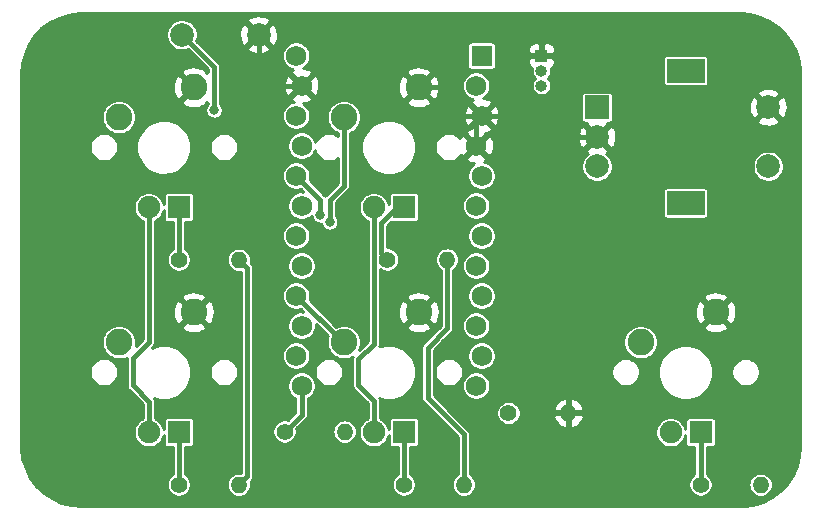
<source format=gbr>
G04 #@! TF.GenerationSoftware,KiCad,Pcbnew,(5.1.4)-1*
G04 #@! TF.CreationDate,2020-08-10T14:14:39+08:00*
G04 #@! TF.ProjectId,BentoPad,42656e74-6f50-4616-942e-6b696361645f,rev?*
G04 #@! TF.SameCoordinates,Original*
G04 #@! TF.FileFunction,Copper,L1,Top*
G04 #@! TF.FilePolarity,Positive*
%FSLAX46Y46*%
G04 Gerber Fmt 4.6, Leading zero omitted, Abs format (unit mm)*
G04 Created by KiCad (PCBNEW (5.1.4)-1) date 2020-08-10 14:14:39*
%MOMM*%
%LPD*%
G04 APERTURE LIST*
%ADD10O,1.400000X1.400000*%
%ADD11C,1.400000*%
%ADD12R,1.905000X1.905000*%
%ADD13C,1.905000*%
%ADD14C,2.250000*%
%ADD15C,2.000000*%
%ADD16R,3.200000X2.000000*%
%ADD17R,2.000000X2.000000*%
%ADD18C,1.752600*%
%ADD19R,1.752600X1.752600*%
%ADD20R,1.000000X1.000000*%
%ADD21O,1.000000X1.000000*%
%ADD22C,0.800000*%
%ADD23C,0.381000*%
%ADD24C,0.254000*%
G04 APERTURE END LIST*
D10*
X66730000Y-59230000D03*
D11*
X61650000Y-59230000D03*
D10*
X47780000Y-60800000D03*
D11*
X42700000Y-60800000D03*
X51380000Y-46240000D03*
D10*
X56460000Y-46240000D03*
D11*
X52790000Y-65290000D03*
D10*
X57870000Y-65290000D03*
D11*
X77920000Y-65300000D03*
D10*
X83000000Y-65300000D03*
D11*
X33740000Y-46250000D03*
D10*
X38820000Y-46250000D03*
D11*
X33740000Y-65300000D03*
D10*
X38820000Y-65300000D03*
D12*
X77920000Y-60855000D03*
D13*
X75380000Y-60855000D03*
D14*
X72840000Y-53235000D03*
X79190000Y-50695000D03*
D12*
X52795000Y-60855000D03*
D13*
X50255000Y-60855000D03*
D14*
X47715000Y-53235000D03*
X54065000Y-50695000D03*
D12*
X33745000Y-60855000D03*
D13*
X31205000Y-60855000D03*
D14*
X28665000Y-53235000D03*
X35015000Y-50695000D03*
D12*
X52795000Y-41805000D03*
D13*
X50255000Y-41805000D03*
D14*
X47715000Y-34185000D03*
X54065000Y-31645000D03*
D12*
X33745000Y-41805000D03*
D13*
X31205000Y-41805000D03*
D14*
X28665000Y-34185000D03*
X35015000Y-31645000D03*
D15*
X83650000Y-38350000D03*
X83650000Y-33350000D03*
D16*
X76650000Y-41450000D03*
X76650000Y-30250000D03*
D15*
X69150000Y-38350000D03*
X69150000Y-35850000D03*
D17*
X69150000Y-33350000D03*
D15*
X40500000Y-27200000D03*
X34000000Y-27200000D03*
D18*
X43676400Y-28980000D03*
X58916400Y-56920000D03*
X44133600Y-31520000D03*
X43676400Y-34060000D03*
X44133600Y-36600000D03*
X43676400Y-39140000D03*
X44133600Y-41680000D03*
X43676400Y-44220000D03*
X44133600Y-46760000D03*
X43676400Y-49300000D03*
X44133600Y-51840000D03*
X43676400Y-54380000D03*
X44133600Y-56920000D03*
X59373600Y-54380000D03*
X58916400Y-51840000D03*
X59373600Y-49300000D03*
X58916400Y-46760000D03*
X59373600Y-44220000D03*
X58916400Y-41680000D03*
X59373600Y-39140000D03*
X58916400Y-36600000D03*
X59373600Y-34060000D03*
X58916400Y-31520000D03*
D19*
X59373600Y-28980000D03*
D20*
X64450000Y-28980000D03*
D21*
X64450000Y-30250000D03*
X64450000Y-31520000D03*
D22*
X46530000Y-43060000D03*
X36730000Y-33590000D03*
X45710000Y-42480000D03*
D23*
X65331000Y-28980000D02*
X66630000Y-30279000D01*
X64450000Y-28980000D02*
X65331000Y-28980000D01*
X67735787Y-35850000D02*
X69150000Y-35850000D01*
X66630000Y-34744213D02*
X67735787Y-35850000D01*
X66630000Y-30279000D02*
X66630000Y-34744213D01*
X40500000Y-28614213D02*
X40500000Y-27200000D01*
X40500000Y-29354275D02*
X40500000Y-28614213D01*
X44133600Y-31520000D02*
X42665725Y-31520000D01*
X42665725Y-31520000D02*
X40500000Y-29354275D01*
X58916400Y-34517200D02*
X59373600Y-34060000D01*
X58916400Y-36600000D02*
X58916400Y-34517200D01*
X61010000Y-34060000D02*
X61970000Y-33100000D01*
X59373600Y-34060000D02*
X61010000Y-34060000D01*
X61970000Y-33100000D02*
X61970000Y-29680000D01*
X62670000Y-28980000D02*
X64450000Y-28980000D01*
X61970000Y-29680000D02*
X62670000Y-28980000D01*
X59373600Y-34060000D02*
X57240000Y-34060000D01*
X57240000Y-34060000D02*
X56580000Y-33400000D01*
X56580000Y-32330000D02*
X55895000Y-31645000D01*
X56580000Y-33400000D02*
X56580000Y-32330000D01*
X54065000Y-31645000D02*
X55895000Y-31645000D01*
X31205000Y-41805000D02*
X31205000Y-53185000D01*
X31205000Y-53185000D02*
X29840000Y-54550000D01*
X29840000Y-54550000D02*
X29840000Y-56900000D01*
X31205000Y-58265000D02*
X31205000Y-60855000D01*
X29840000Y-56900000D02*
X31205000Y-58265000D01*
X50255000Y-41805000D02*
X50255000Y-53375000D01*
X50255000Y-53375000D02*
X48930000Y-54700000D01*
X48930000Y-54700000D02*
X48930000Y-56860000D01*
X50255000Y-58185000D02*
X50255000Y-60855000D01*
X48930000Y-56860000D02*
X50255000Y-58185000D01*
X47715000Y-39985000D02*
X46530000Y-41170000D01*
X47715000Y-34185000D02*
X47715000Y-39985000D01*
X46530000Y-43060000D02*
X46530000Y-41170000D01*
X43905000Y-49425000D02*
X43905000Y-49300000D01*
X47611400Y-53235000D02*
X47715000Y-53235000D01*
X43676400Y-49300000D02*
X47611400Y-53235000D01*
X34000000Y-27200000D02*
X36730000Y-29930000D01*
X36730000Y-29930000D02*
X36730000Y-33590000D01*
X43676400Y-39140000D02*
X45710000Y-41173600D01*
X45710000Y-41173600D02*
X45710000Y-42480000D01*
X33745000Y-46245000D02*
X33740000Y-46250000D01*
X33745000Y-41805000D02*
X33745000Y-46245000D01*
X51380000Y-46230000D02*
X51380000Y-46240000D01*
X50839210Y-45689210D02*
X51380000Y-46230000D01*
X50839210Y-43151201D02*
X50839210Y-45689210D01*
X52795000Y-41805000D02*
X52185411Y-41805000D01*
X52185411Y-41805000D02*
X50839210Y-43151201D01*
X33740000Y-60860000D02*
X33745000Y-60855000D01*
X33740000Y-65300000D02*
X33740000Y-60860000D01*
X52795000Y-65285000D02*
X52790000Y-65290000D01*
X52795000Y-60855000D02*
X52795000Y-65285000D01*
X77920000Y-62188500D02*
X77920000Y-65300000D01*
X77920000Y-60855000D02*
X77920000Y-62188500D01*
X39519999Y-64600001D02*
X38820000Y-65300000D01*
X39519999Y-46949999D02*
X39519999Y-64600001D01*
X38820000Y-46250000D02*
X39519999Y-46949999D01*
X56460000Y-52040000D02*
X54800000Y-53700000D01*
X56460000Y-46240000D02*
X56460000Y-52040000D01*
X54800000Y-57950000D02*
X57870000Y-61020000D01*
X54800000Y-53700000D02*
X54800000Y-57950000D01*
X57870000Y-61020000D02*
X57870000Y-65290000D01*
X44133600Y-59366400D02*
X44133600Y-56920000D01*
X42700000Y-60800000D02*
X44133600Y-59366400D01*
D24*
G36*
X82111253Y-25461469D02*
G01*
X82947880Y-25678615D01*
X83735959Y-26033619D01*
X84452956Y-26516330D01*
X85078369Y-27112946D01*
X85594319Y-27806406D01*
X85986051Y-28576887D01*
X86242368Y-29402359D01*
X86357495Y-30270982D01*
X86363000Y-30504578D01*
X86363001Y-61983603D01*
X86288531Y-62861253D01*
X86071387Y-63697875D01*
X85716382Y-64485957D01*
X85233672Y-65202953D01*
X84637057Y-65828367D01*
X83943592Y-66344319D01*
X83173113Y-66736051D01*
X82347641Y-66992368D01*
X81479018Y-67107495D01*
X81245422Y-67113000D01*
X25516386Y-67113000D01*
X24638747Y-67038531D01*
X23802125Y-66821387D01*
X23014043Y-66466382D01*
X22297047Y-65983672D01*
X21671633Y-65387057D01*
X21155681Y-64693592D01*
X20763949Y-63923113D01*
X20507632Y-63097641D01*
X20392505Y-62229018D01*
X20387000Y-61995422D01*
X20387000Y-55656298D01*
X26189800Y-55656298D01*
X26189800Y-55893702D01*
X26236116Y-56126544D01*
X26326966Y-56345876D01*
X26458860Y-56543270D01*
X26626730Y-56711140D01*
X26824124Y-56843034D01*
X27043456Y-56933884D01*
X27276298Y-56980200D01*
X27513702Y-56980200D01*
X27746544Y-56933884D01*
X27965876Y-56843034D01*
X28163270Y-56711140D01*
X28331140Y-56543270D01*
X28463034Y-56345876D01*
X28553884Y-56126544D01*
X28600200Y-55893702D01*
X28600200Y-55656298D01*
X28553884Y-55423456D01*
X28463034Y-55204124D01*
X28331140Y-55006730D01*
X28163270Y-54838860D01*
X27965876Y-54706966D01*
X27746544Y-54616116D01*
X27513702Y-54569800D01*
X27276298Y-54569800D01*
X27043456Y-54616116D01*
X26824124Y-54706966D01*
X26626730Y-54838860D01*
X26458860Y-55006730D01*
X26326966Y-55204124D01*
X26236116Y-55423456D01*
X26189800Y-55656298D01*
X20387000Y-55656298D01*
X20387000Y-53091675D01*
X27209800Y-53091675D01*
X27209800Y-53378325D01*
X27265723Y-53659466D01*
X27375419Y-53924296D01*
X27534672Y-54162636D01*
X27737364Y-54365328D01*
X27975704Y-54524581D01*
X28240534Y-54634277D01*
X28521675Y-54690200D01*
X28808325Y-54690200D01*
X29089466Y-54634277D01*
X29317796Y-54539700D01*
X29316781Y-54550000D01*
X29319300Y-54575575D01*
X29319301Y-56874415D01*
X29316781Y-56900000D01*
X29326835Y-57002075D01*
X29337985Y-57038830D01*
X29356610Y-57100227D01*
X29404960Y-57190685D01*
X29470029Y-57269972D01*
X29489898Y-57286278D01*
X30684300Y-58480681D01*
X30684301Y-59682297D01*
X30597414Y-59718286D01*
X30387327Y-59858662D01*
X30208662Y-60037327D01*
X30068286Y-60247414D01*
X29971594Y-60480850D01*
X29922300Y-60728665D01*
X29922300Y-60981335D01*
X29971594Y-61229150D01*
X30068286Y-61462586D01*
X30208662Y-61672673D01*
X30387327Y-61851338D01*
X30597414Y-61991714D01*
X30830850Y-62088406D01*
X31078665Y-62137700D01*
X31331335Y-62137700D01*
X31579150Y-62088406D01*
X31812586Y-61991714D01*
X32022673Y-61851338D01*
X32201338Y-61672673D01*
X32341714Y-61462586D01*
X32438406Y-61229150D01*
X32460703Y-61117057D01*
X32460703Y-61807500D01*
X32467078Y-61872230D01*
X32485960Y-61934473D01*
X32516621Y-61991837D01*
X32557884Y-62042116D01*
X32608163Y-62083379D01*
X32665527Y-62114040D01*
X32727770Y-62132922D01*
X32792500Y-62139297D01*
X33219301Y-62139297D01*
X33219300Y-64408909D01*
X33083286Y-64499791D01*
X32939791Y-64643286D01*
X32827048Y-64812017D01*
X32749390Y-64999502D01*
X32709800Y-65198534D01*
X32709800Y-65401466D01*
X32749390Y-65600498D01*
X32827048Y-65787983D01*
X32939791Y-65956714D01*
X33083286Y-66100209D01*
X33252017Y-66212952D01*
X33439502Y-66290610D01*
X33638534Y-66330200D01*
X33841466Y-66330200D01*
X34040498Y-66290610D01*
X34227983Y-66212952D01*
X34396714Y-66100209D01*
X34540209Y-65956714D01*
X34652952Y-65787983D01*
X34730610Y-65600498D01*
X34770200Y-65401466D01*
X34770200Y-65198534D01*
X34730610Y-64999502D01*
X34652952Y-64812017D01*
X34540209Y-64643286D01*
X34396714Y-64499791D01*
X34260700Y-64408909D01*
X34260700Y-62139297D01*
X34697500Y-62139297D01*
X34762230Y-62132922D01*
X34824473Y-62114040D01*
X34881837Y-62083379D01*
X34932116Y-62042116D01*
X34973379Y-61991837D01*
X35004040Y-61934473D01*
X35022922Y-61872230D01*
X35029297Y-61807500D01*
X35029297Y-59902500D01*
X35022922Y-59837770D01*
X35004040Y-59775527D01*
X34973379Y-59718163D01*
X34932116Y-59667884D01*
X34881837Y-59626621D01*
X34824473Y-59595960D01*
X34762230Y-59577078D01*
X34697500Y-59570703D01*
X32792500Y-59570703D01*
X32727770Y-59577078D01*
X32665527Y-59595960D01*
X32608163Y-59626621D01*
X32557884Y-59667884D01*
X32516621Y-59718163D01*
X32485960Y-59775527D01*
X32467078Y-59837770D01*
X32460703Y-59902500D01*
X32460703Y-60592943D01*
X32438406Y-60480850D01*
X32341714Y-60247414D01*
X32201338Y-60037327D01*
X32022673Y-59858662D01*
X31812586Y-59718286D01*
X31725700Y-59682297D01*
X31725700Y-58290577D01*
X31728219Y-58265000D01*
X31718166Y-58162925D01*
X31688391Y-58064773D01*
X31681604Y-58052075D01*
X31640041Y-57974315D01*
X31603265Y-57929503D01*
X31797085Y-58009786D01*
X32246096Y-58099100D01*
X32703904Y-58099100D01*
X33152915Y-58009786D01*
X33575874Y-57834590D01*
X33956527Y-57580246D01*
X34280246Y-57256527D01*
X34534590Y-56875874D01*
X34709786Y-56452915D01*
X34799100Y-56003904D01*
X34799100Y-55656298D01*
X36349800Y-55656298D01*
X36349800Y-55893702D01*
X36396116Y-56126544D01*
X36486966Y-56345876D01*
X36618860Y-56543270D01*
X36786730Y-56711140D01*
X36984124Y-56843034D01*
X37203456Y-56933884D01*
X37436298Y-56980200D01*
X37673702Y-56980200D01*
X37906544Y-56933884D01*
X38125876Y-56843034D01*
X38323270Y-56711140D01*
X38491140Y-56543270D01*
X38623034Y-56345876D01*
X38713884Y-56126544D01*
X38760200Y-55893702D01*
X38760200Y-55656298D01*
X38713884Y-55423456D01*
X38623034Y-55204124D01*
X38491140Y-55006730D01*
X38323270Y-54838860D01*
X38125876Y-54706966D01*
X37906544Y-54616116D01*
X37673702Y-54569800D01*
X37436298Y-54569800D01*
X37203456Y-54616116D01*
X36984124Y-54706966D01*
X36786730Y-54838860D01*
X36618860Y-55006730D01*
X36486966Y-55204124D01*
X36396116Y-55423456D01*
X36349800Y-55656298D01*
X34799100Y-55656298D01*
X34799100Y-55546096D01*
X34709786Y-55097085D01*
X34534590Y-54674126D01*
X34280246Y-54293473D01*
X33956527Y-53969754D01*
X33575874Y-53715410D01*
X33152915Y-53540214D01*
X32703904Y-53450900D01*
X32246096Y-53450900D01*
X31797085Y-53540214D01*
X31437024Y-53689357D01*
X31555103Y-53571278D01*
X31574972Y-53554972D01*
X31640041Y-53475685D01*
X31688391Y-53385227D01*
X31702998Y-53337075D01*
X31718166Y-53287075D01*
X31728219Y-53185000D01*
X31725700Y-53159423D01*
X31725700Y-51919531D01*
X33970074Y-51919531D01*
X34080921Y-52196714D01*
X34391840Y-52350089D01*
X34726705Y-52439860D01*
X35072650Y-52462576D01*
X35416380Y-52417366D01*
X35744685Y-52305966D01*
X35949079Y-52196714D01*
X36059926Y-51919531D01*
X35015000Y-50874605D01*
X33970074Y-51919531D01*
X31725700Y-51919531D01*
X31725700Y-50752650D01*
X33247424Y-50752650D01*
X33292634Y-51096380D01*
X33404034Y-51424685D01*
X33513286Y-51629079D01*
X33790469Y-51739926D01*
X34835395Y-50695000D01*
X35194605Y-50695000D01*
X36239531Y-51739926D01*
X36516714Y-51629079D01*
X36670089Y-51318160D01*
X36759860Y-50983295D01*
X36782576Y-50637350D01*
X36737366Y-50293620D01*
X36625966Y-49965315D01*
X36516714Y-49760921D01*
X36239531Y-49650074D01*
X35194605Y-50695000D01*
X34835395Y-50695000D01*
X33790469Y-49650074D01*
X33513286Y-49760921D01*
X33359911Y-50071840D01*
X33270140Y-50406705D01*
X33247424Y-50752650D01*
X31725700Y-50752650D01*
X31725700Y-49470469D01*
X33970074Y-49470469D01*
X35015000Y-50515395D01*
X36059926Y-49470469D01*
X35949079Y-49193286D01*
X35638160Y-49039911D01*
X35303295Y-48950140D01*
X34957350Y-48927424D01*
X34613620Y-48972634D01*
X34285315Y-49084034D01*
X34080921Y-49193286D01*
X33970074Y-49470469D01*
X31725700Y-49470469D01*
X31725700Y-42977703D01*
X31812586Y-42941714D01*
X32022673Y-42801338D01*
X32201338Y-42622673D01*
X32341714Y-42412586D01*
X32438406Y-42179150D01*
X32460703Y-42067057D01*
X32460703Y-42757500D01*
X32467078Y-42822230D01*
X32485960Y-42884473D01*
X32516621Y-42941837D01*
X32557884Y-42992116D01*
X32608163Y-43033379D01*
X32665527Y-43064040D01*
X32727770Y-43082922D01*
X32792500Y-43089297D01*
X33224300Y-43089297D01*
X33224301Y-45355567D01*
X33083286Y-45449791D01*
X32939791Y-45593286D01*
X32827048Y-45762017D01*
X32749390Y-45949502D01*
X32709800Y-46148534D01*
X32709800Y-46351466D01*
X32749390Y-46550498D01*
X32827048Y-46737983D01*
X32939791Y-46906714D01*
X33083286Y-47050209D01*
X33252017Y-47162952D01*
X33439502Y-47240610D01*
X33638534Y-47280200D01*
X33841466Y-47280200D01*
X34040498Y-47240610D01*
X34227983Y-47162952D01*
X34396714Y-47050209D01*
X34540209Y-46906714D01*
X34652952Y-46737983D01*
X34730610Y-46550498D01*
X34770200Y-46351466D01*
X34770200Y-46250000D01*
X37784816Y-46250000D01*
X37804707Y-46451954D01*
X37863615Y-46646148D01*
X37959276Y-46825117D01*
X38088014Y-46981986D01*
X38244883Y-47110724D01*
X38423852Y-47206385D01*
X38618046Y-47265293D01*
X38769397Y-47280200D01*
X38870603Y-47280200D01*
X38999299Y-47267524D01*
X38999300Y-64282476D01*
X38870603Y-64269800D01*
X38769397Y-64269800D01*
X38618046Y-64284707D01*
X38423852Y-64343615D01*
X38244883Y-64439276D01*
X38088014Y-64568014D01*
X37959276Y-64724883D01*
X37863615Y-64903852D01*
X37804707Y-65098046D01*
X37784816Y-65300000D01*
X37804707Y-65501954D01*
X37863615Y-65696148D01*
X37959276Y-65875117D01*
X38088014Y-66031986D01*
X38244883Y-66160724D01*
X38423852Y-66256385D01*
X38618046Y-66315293D01*
X38769397Y-66330200D01*
X38870603Y-66330200D01*
X39021954Y-66315293D01*
X39216148Y-66256385D01*
X39395117Y-66160724D01*
X39551986Y-66031986D01*
X39680724Y-65875117D01*
X39776385Y-65696148D01*
X39835293Y-65501954D01*
X39855184Y-65300000D01*
X39835293Y-65098046D01*
X39817381Y-65038999D01*
X39870102Y-64986279D01*
X39889971Y-64969973D01*
X39955040Y-64890686D01*
X40003390Y-64800228D01*
X40033164Y-64702076D01*
X40036595Y-64667248D01*
X40043218Y-64600002D01*
X40040699Y-64574427D01*
X40040699Y-60698534D01*
X41669800Y-60698534D01*
X41669800Y-60901466D01*
X41709390Y-61100498D01*
X41787048Y-61287983D01*
X41899791Y-61456714D01*
X42043286Y-61600209D01*
X42212017Y-61712952D01*
X42399502Y-61790610D01*
X42598534Y-61830200D01*
X42801466Y-61830200D01*
X43000498Y-61790610D01*
X43187983Y-61712952D01*
X43356714Y-61600209D01*
X43500209Y-61456714D01*
X43612952Y-61287983D01*
X43690610Y-61100498D01*
X43730200Y-60901466D01*
X43730200Y-60800000D01*
X46744816Y-60800000D01*
X46764707Y-61001954D01*
X46823615Y-61196148D01*
X46919276Y-61375117D01*
X47048014Y-61531986D01*
X47204883Y-61660724D01*
X47383852Y-61756385D01*
X47578046Y-61815293D01*
X47729397Y-61830200D01*
X47830603Y-61830200D01*
X47981954Y-61815293D01*
X48176148Y-61756385D01*
X48355117Y-61660724D01*
X48511986Y-61531986D01*
X48640724Y-61375117D01*
X48736385Y-61196148D01*
X48795293Y-61001954D01*
X48815184Y-60800000D01*
X48795293Y-60598046D01*
X48736385Y-60403852D01*
X48640724Y-60224883D01*
X48511986Y-60068014D01*
X48355117Y-59939276D01*
X48176148Y-59843615D01*
X47981954Y-59784707D01*
X47830603Y-59769800D01*
X47729397Y-59769800D01*
X47578046Y-59784707D01*
X47383852Y-59843615D01*
X47204883Y-59939276D01*
X47048014Y-60068014D01*
X46919276Y-60224883D01*
X46823615Y-60403852D01*
X46764707Y-60598046D01*
X46744816Y-60800000D01*
X43730200Y-60800000D01*
X43730200Y-60698534D01*
X43698286Y-60538094D01*
X44483703Y-59752678D01*
X44503572Y-59736372D01*
X44568641Y-59657085D01*
X44616991Y-59566627D01*
X44627951Y-59530498D01*
X44646766Y-59468475D01*
X44656819Y-59366400D01*
X44654300Y-59340823D01*
X44654300Y-58010226D01*
X44705092Y-57989187D01*
X44902699Y-57857150D01*
X45070750Y-57689099D01*
X45202787Y-57491492D01*
X45293735Y-57271923D01*
X45340100Y-57038830D01*
X45340100Y-56801170D01*
X45293735Y-56568077D01*
X45202787Y-56348508D01*
X45070750Y-56150901D01*
X44902699Y-55982850D01*
X44705092Y-55850813D01*
X44485523Y-55759865D01*
X44252430Y-55713500D01*
X44014770Y-55713500D01*
X43781677Y-55759865D01*
X43562108Y-55850813D01*
X43364501Y-55982850D01*
X43196450Y-56150901D01*
X43064413Y-56348508D01*
X42973465Y-56568077D01*
X42927100Y-56801170D01*
X42927100Y-57038830D01*
X42973465Y-57271923D01*
X43064413Y-57491492D01*
X43196450Y-57689099D01*
X43364501Y-57857150D01*
X43562108Y-57989187D01*
X43612901Y-58010226D01*
X43612900Y-59150719D01*
X42961906Y-59801714D01*
X42801466Y-59769800D01*
X42598534Y-59769800D01*
X42399502Y-59809390D01*
X42212017Y-59887048D01*
X42043286Y-59999791D01*
X41899791Y-60143286D01*
X41787048Y-60312017D01*
X41709390Y-60499502D01*
X41669800Y-60698534D01*
X40040699Y-60698534D01*
X40040699Y-55656298D01*
X45239800Y-55656298D01*
X45239800Y-55893702D01*
X45286116Y-56126544D01*
X45376966Y-56345876D01*
X45508860Y-56543270D01*
X45676730Y-56711140D01*
X45874124Y-56843034D01*
X46093456Y-56933884D01*
X46326298Y-56980200D01*
X46563702Y-56980200D01*
X46796544Y-56933884D01*
X47015876Y-56843034D01*
X47213270Y-56711140D01*
X47381140Y-56543270D01*
X47513034Y-56345876D01*
X47603884Y-56126544D01*
X47650200Y-55893702D01*
X47650200Y-55656298D01*
X47603884Y-55423456D01*
X47513034Y-55204124D01*
X47381140Y-55006730D01*
X47213270Y-54838860D01*
X47015876Y-54706966D01*
X46796544Y-54616116D01*
X46563702Y-54569800D01*
X46326298Y-54569800D01*
X46093456Y-54616116D01*
X45874124Y-54706966D01*
X45676730Y-54838860D01*
X45508860Y-55006730D01*
X45376966Y-55204124D01*
X45286116Y-55423456D01*
X45239800Y-55656298D01*
X40040699Y-55656298D01*
X40040699Y-54261170D01*
X42469900Y-54261170D01*
X42469900Y-54498830D01*
X42516265Y-54731923D01*
X42607213Y-54951492D01*
X42739250Y-55149099D01*
X42907301Y-55317150D01*
X43104908Y-55449187D01*
X43324477Y-55540135D01*
X43557570Y-55586500D01*
X43795230Y-55586500D01*
X44028323Y-55540135D01*
X44247892Y-55449187D01*
X44445499Y-55317150D01*
X44613550Y-55149099D01*
X44745587Y-54951492D01*
X44836535Y-54731923D01*
X44882900Y-54498830D01*
X44882900Y-54261170D01*
X44836535Y-54028077D01*
X44745587Y-53808508D01*
X44613550Y-53610901D01*
X44445499Y-53442850D01*
X44247892Y-53310813D01*
X44028323Y-53219865D01*
X43795230Y-53173500D01*
X43557570Y-53173500D01*
X43324477Y-53219865D01*
X43104908Y-53310813D01*
X42907301Y-53442850D01*
X42739250Y-53610901D01*
X42607213Y-53808508D01*
X42516265Y-54028077D01*
X42469900Y-54261170D01*
X40040699Y-54261170D01*
X40040699Y-49181170D01*
X42469900Y-49181170D01*
X42469900Y-49418830D01*
X42516265Y-49651923D01*
X42607213Y-49871492D01*
X42739250Y-50069099D01*
X42907301Y-50237150D01*
X43104908Y-50369187D01*
X43324477Y-50460135D01*
X43557570Y-50506500D01*
X43795230Y-50506500D01*
X44028323Y-50460135D01*
X44079116Y-50439096D01*
X44278756Y-50638737D01*
X44252430Y-50633500D01*
X44014770Y-50633500D01*
X43781677Y-50679865D01*
X43562108Y-50770813D01*
X43364501Y-50902850D01*
X43196450Y-51070901D01*
X43064413Y-51268508D01*
X42973465Y-51488077D01*
X42927100Y-51721170D01*
X42927100Y-51958830D01*
X42973465Y-52191923D01*
X43064413Y-52411492D01*
X43196450Y-52609099D01*
X43364501Y-52777150D01*
X43562108Y-52909187D01*
X43781677Y-53000135D01*
X44014770Y-53046500D01*
X44252430Y-53046500D01*
X44485523Y-53000135D01*
X44705092Y-52909187D01*
X44902699Y-52777150D01*
X45070750Y-52609099D01*
X45202787Y-52411492D01*
X45293735Y-52191923D01*
X45340100Y-51958830D01*
X45340100Y-51721170D01*
X45334863Y-51694844D01*
X46355214Y-52715195D01*
X46315723Y-52810534D01*
X46259800Y-53091675D01*
X46259800Y-53378325D01*
X46315723Y-53659466D01*
X46425419Y-53924296D01*
X46584672Y-54162636D01*
X46787364Y-54365328D01*
X47025704Y-54524581D01*
X47290534Y-54634277D01*
X47571675Y-54690200D01*
X47858325Y-54690200D01*
X48139466Y-54634277D01*
X48404296Y-54524581D01*
X48449490Y-54494383D01*
X48446609Y-54499774D01*
X48439131Y-54524426D01*
X48416835Y-54597925D01*
X48406781Y-54700000D01*
X48409300Y-54725575D01*
X48409301Y-56834415D01*
X48406781Y-56860000D01*
X48416835Y-56962075D01*
X48440119Y-57038830D01*
X48446610Y-57060227D01*
X48494960Y-57150685D01*
X48560029Y-57229972D01*
X48579898Y-57246278D01*
X49734300Y-58400681D01*
X49734301Y-59682297D01*
X49647414Y-59718286D01*
X49437327Y-59858662D01*
X49258662Y-60037327D01*
X49118286Y-60247414D01*
X49021594Y-60480850D01*
X48972300Y-60728665D01*
X48972300Y-60981335D01*
X49021594Y-61229150D01*
X49118286Y-61462586D01*
X49258662Y-61672673D01*
X49437327Y-61851338D01*
X49647414Y-61991714D01*
X49880850Y-62088406D01*
X50128665Y-62137700D01*
X50381335Y-62137700D01*
X50629150Y-62088406D01*
X50862586Y-61991714D01*
X51072673Y-61851338D01*
X51251338Y-61672673D01*
X51391714Y-61462586D01*
X51488406Y-61229150D01*
X51510703Y-61117057D01*
X51510703Y-61807500D01*
X51517078Y-61872230D01*
X51535960Y-61934473D01*
X51566621Y-61991837D01*
X51607884Y-62042116D01*
X51658163Y-62083379D01*
X51715527Y-62114040D01*
X51777770Y-62132922D01*
X51842500Y-62139297D01*
X52274300Y-62139297D01*
X52274301Y-64395567D01*
X52133286Y-64489791D01*
X51989791Y-64633286D01*
X51877048Y-64802017D01*
X51799390Y-64989502D01*
X51759800Y-65188534D01*
X51759800Y-65391466D01*
X51799390Y-65590498D01*
X51877048Y-65777983D01*
X51989791Y-65946714D01*
X52133286Y-66090209D01*
X52302017Y-66202952D01*
X52489502Y-66280610D01*
X52688534Y-66320200D01*
X52891466Y-66320200D01*
X53090498Y-66280610D01*
X53277983Y-66202952D01*
X53446714Y-66090209D01*
X53590209Y-65946714D01*
X53702952Y-65777983D01*
X53780610Y-65590498D01*
X53820200Y-65391466D01*
X53820200Y-65188534D01*
X53780610Y-64989502D01*
X53702952Y-64802017D01*
X53590209Y-64633286D01*
X53446714Y-64489791D01*
X53315700Y-64402250D01*
X53315700Y-62139297D01*
X53747500Y-62139297D01*
X53812230Y-62132922D01*
X53874473Y-62114040D01*
X53931837Y-62083379D01*
X53982116Y-62042116D01*
X54023379Y-61991837D01*
X54054040Y-61934473D01*
X54072922Y-61872230D01*
X54079297Y-61807500D01*
X54079297Y-59902500D01*
X54072922Y-59837770D01*
X54054040Y-59775527D01*
X54023379Y-59718163D01*
X53982116Y-59667884D01*
X53931837Y-59626621D01*
X53874473Y-59595960D01*
X53812230Y-59577078D01*
X53747500Y-59570703D01*
X51842500Y-59570703D01*
X51777770Y-59577078D01*
X51715527Y-59595960D01*
X51658163Y-59626621D01*
X51607884Y-59667884D01*
X51566621Y-59718163D01*
X51535960Y-59775527D01*
X51517078Y-59837770D01*
X51510703Y-59902500D01*
X51510703Y-60592943D01*
X51488406Y-60480850D01*
X51391714Y-60247414D01*
X51251338Y-60037327D01*
X51072673Y-59858662D01*
X50862586Y-59718286D01*
X50775700Y-59682297D01*
X50775700Y-58210575D01*
X50778219Y-58185000D01*
X50768165Y-58082924D01*
X50751245Y-58027147D01*
X50738391Y-57984773D01*
X50724655Y-57959073D01*
X50847085Y-58009786D01*
X51296096Y-58099100D01*
X51753904Y-58099100D01*
X52202915Y-58009786D01*
X52625874Y-57834590D01*
X53006527Y-57580246D01*
X53330246Y-57256527D01*
X53584590Y-56875874D01*
X53759786Y-56452915D01*
X53849100Y-56003904D01*
X53849100Y-55546096D01*
X53759786Y-55097085D01*
X53584590Y-54674126D01*
X53330246Y-54293473D01*
X53006527Y-53969754D01*
X52625874Y-53715410D01*
X52588672Y-53700000D01*
X54276781Y-53700000D01*
X54279300Y-53725575D01*
X54279301Y-57924415D01*
X54276781Y-57950000D01*
X54286835Y-58052075D01*
X54316610Y-58150227D01*
X54364960Y-58240685D01*
X54430029Y-58319972D01*
X54449898Y-58336278D01*
X57349300Y-61235681D01*
X57349301Y-64400189D01*
X57294883Y-64429276D01*
X57138014Y-64558014D01*
X57009276Y-64714883D01*
X56913615Y-64893852D01*
X56854707Y-65088046D01*
X56834816Y-65290000D01*
X56854707Y-65491954D01*
X56913615Y-65686148D01*
X57009276Y-65865117D01*
X57138014Y-66021986D01*
X57294883Y-66150724D01*
X57473852Y-66246385D01*
X57668046Y-66305293D01*
X57819397Y-66320200D01*
X57920603Y-66320200D01*
X58071954Y-66305293D01*
X58266148Y-66246385D01*
X58445117Y-66150724D01*
X58601986Y-66021986D01*
X58730724Y-65865117D01*
X58826385Y-65686148D01*
X58885293Y-65491954D01*
X58905184Y-65290000D01*
X58885293Y-65088046D01*
X58826385Y-64893852D01*
X58730724Y-64714883D01*
X58601986Y-64558014D01*
X58445117Y-64429276D01*
X58390700Y-64400189D01*
X58390700Y-61045577D01*
X58393219Y-61020000D01*
X58383166Y-60917925D01*
X58353391Y-60819773D01*
X58342822Y-60800000D01*
X58305041Y-60729315D01*
X58304508Y-60728665D01*
X74097300Y-60728665D01*
X74097300Y-60981335D01*
X74146594Y-61229150D01*
X74243286Y-61462586D01*
X74383662Y-61672673D01*
X74562327Y-61851338D01*
X74772414Y-61991714D01*
X75005850Y-62088406D01*
X75253665Y-62137700D01*
X75506335Y-62137700D01*
X75754150Y-62088406D01*
X75987586Y-61991714D01*
X76197673Y-61851338D01*
X76376338Y-61672673D01*
X76516714Y-61462586D01*
X76613406Y-61229150D01*
X76635703Y-61117057D01*
X76635703Y-61807500D01*
X76642078Y-61872230D01*
X76660960Y-61934473D01*
X76691621Y-61991837D01*
X76732884Y-62042116D01*
X76783163Y-62083379D01*
X76840527Y-62114040D01*
X76902770Y-62132922D01*
X76967500Y-62139297D01*
X77399301Y-62139297D01*
X77399301Y-62162916D01*
X77399300Y-62162926D01*
X77399301Y-64408908D01*
X77263286Y-64499791D01*
X77119791Y-64643286D01*
X77007048Y-64812017D01*
X76929390Y-64999502D01*
X76889800Y-65198534D01*
X76889800Y-65401466D01*
X76929390Y-65600498D01*
X77007048Y-65787983D01*
X77119791Y-65956714D01*
X77263286Y-66100209D01*
X77432017Y-66212952D01*
X77619502Y-66290610D01*
X77818534Y-66330200D01*
X78021466Y-66330200D01*
X78220498Y-66290610D01*
X78407983Y-66212952D01*
X78576714Y-66100209D01*
X78720209Y-65956714D01*
X78832952Y-65787983D01*
X78910610Y-65600498D01*
X78950200Y-65401466D01*
X78950200Y-65300000D01*
X81964816Y-65300000D01*
X81984707Y-65501954D01*
X82043615Y-65696148D01*
X82139276Y-65875117D01*
X82268014Y-66031986D01*
X82424883Y-66160724D01*
X82603852Y-66256385D01*
X82798046Y-66315293D01*
X82949397Y-66330200D01*
X83050603Y-66330200D01*
X83201954Y-66315293D01*
X83396148Y-66256385D01*
X83575117Y-66160724D01*
X83731986Y-66031986D01*
X83860724Y-65875117D01*
X83956385Y-65696148D01*
X84015293Y-65501954D01*
X84035184Y-65300000D01*
X84015293Y-65098046D01*
X83956385Y-64903852D01*
X83860724Y-64724883D01*
X83731986Y-64568014D01*
X83575117Y-64439276D01*
X83396148Y-64343615D01*
X83201954Y-64284707D01*
X83050603Y-64269800D01*
X82949397Y-64269800D01*
X82798046Y-64284707D01*
X82603852Y-64343615D01*
X82424883Y-64439276D01*
X82268014Y-64568014D01*
X82139276Y-64724883D01*
X82043615Y-64903852D01*
X81984707Y-65098046D01*
X81964816Y-65300000D01*
X78950200Y-65300000D01*
X78950200Y-65198534D01*
X78910610Y-64999502D01*
X78832952Y-64812017D01*
X78720209Y-64643286D01*
X78576714Y-64499791D01*
X78440700Y-64408909D01*
X78440700Y-62139297D01*
X78872500Y-62139297D01*
X78937230Y-62132922D01*
X78999473Y-62114040D01*
X79056837Y-62083379D01*
X79107116Y-62042116D01*
X79148379Y-61991837D01*
X79179040Y-61934473D01*
X79197922Y-61872230D01*
X79204297Y-61807500D01*
X79204297Y-59902500D01*
X79197922Y-59837770D01*
X79179040Y-59775527D01*
X79148379Y-59718163D01*
X79107116Y-59667884D01*
X79056837Y-59626621D01*
X78999473Y-59595960D01*
X78937230Y-59577078D01*
X78872500Y-59570703D01*
X76967500Y-59570703D01*
X76902770Y-59577078D01*
X76840527Y-59595960D01*
X76783163Y-59626621D01*
X76732884Y-59667884D01*
X76691621Y-59718163D01*
X76660960Y-59775527D01*
X76642078Y-59837770D01*
X76635703Y-59902500D01*
X76635703Y-60592943D01*
X76613406Y-60480850D01*
X76516714Y-60247414D01*
X76376338Y-60037327D01*
X76197673Y-59858662D01*
X75987586Y-59718286D01*
X75754150Y-59621594D01*
X75506335Y-59572300D01*
X75253665Y-59572300D01*
X75005850Y-59621594D01*
X74772414Y-59718286D01*
X74562327Y-59858662D01*
X74383662Y-60037327D01*
X74243286Y-60247414D01*
X74146594Y-60480850D01*
X74097300Y-60728665D01*
X58304508Y-60728665D01*
X58239972Y-60650028D01*
X58220103Y-60633722D01*
X56714915Y-59128534D01*
X60619800Y-59128534D01*
X60619800Y-59331466D01*
X60659390Y-59530498D01*
X60737048Y-59717983D01*
X60849791Y-59886714D01*
X60993286Y-60030209D01*
X61162017Y-60142952D01*
X61349502Y-60220610D01*
X61548534Y-60260200D01*
X61751466Y-60260200D01*
X61950498Y-60220610D01*
X62137983Y-60142952D01*
X62306714Y-60030209D01*
X62450209Y-59886714D01*
X62562952Y-59717983D01*
X62627011Y-59563329D01*
X65437284Y-59563329D01*
X65469953Y-59671044D01*
X65580208Y-59908392D01*
X65734649Y-60119670D01*
X65927340Y-60296759D01*
X66150877Y-60432853D01*
X66396670Y-60522722D01*
X66603000Y-60400201D01*
X66603000Y-59357000D01*
X66857000Y-59357000D01*
X66857000Y-60400201D01*
X67063330Y-60522722D01*
X67309123Y-60432853D01*
X67532660Y-60296759D01*
X67725351Y-60119670D01*
X67879792Y-59908392D01*
X67990047Y-59671044D01*
X68022716Y-59563329D01*
X67899374Y-59357000D01*
X66857000Y-59357000D01*
X66603000Y-59357000D01*
X65560626Y-59357000D01*
X65437284Y-59563329D01*
X62627011Y-59563329D01*
X62640610Y-59530498D01*
X62680200Y-59331466D01*
X62680200Y-59128534D01*
X62640610Y-58929502D01*
X62627012Y-58896671D01*
X65437284Y-58896671D01*
X65560626Y-59103000D01*
X66603000Y-59103000D01*
X66603000Y-58059799D01*
X66857000Y-58059799D01*
X66857000Y-59103000D01*
X67899374Y-59103000D01*
X68022716Y-58896671D01*
X67990047Y-58788956D01*
X67879792Y-58551608D01*
X67725351Y-58340330D01*
X67532660Y-58163241D01*
X67309123Y-58027147D01*
X67063330Y-57937278D01*
X66857000Y-58059799D01*
X66603000Y-58059799D01*
X66396670Y-57937278D01*
X66150877Y-58027147D01*
X65927340Y-58163241D01*
X65734649Y-58340330D01*
X65580208Y-58551608D01*
X65469953Y-58788956D01*
X65437284Y-58896671D01*
X62627012Y-58896671D01*
X62562952Y-58742017D01*
X62450209Y-58573286D01*
X62306714Y-58429791D01*
X62137983Y-58317048D01*
X61950498Y-58239390D01*
X61751466Y-58199800D01*
X61548534Y-58199800D01*
X61349502Y-58239390D01*
X61162017Y-58317048D01*
X60993286Y-58429791D01*
X60849791Y-58573286D01*
X60737048Y-58742017D01*
X60659390Y-58929502D01*
X60619800Y-59128534D01*
X56714915Y-59128534D01*
X55320700Y-57734320D01*
X55320700Y-55656298D01*
X55399800Y-55656298D01*
X55399800Y-55893702D01*
X55446116Y-56126544D01*
X55536966Y-56345876D01*
X55668860Y-56543270D01*
X55836730Y-56711140D01*
X56034124Y-56843034D01*
X56253456Y-56933884D01*
X56486298Y-56980200D01*
X56723702Y-56980200D01*
X56956544Y-56933884D01*
X57175876Y-56843034D01*
X57238530Y-56801170D01*
X57709900Y-56801170D01*
X57709900Y-57038830D01*
X57756265Y-57271923D01*
X57847213Y-57491492D01*
X57979250Y-57689099D01*
X58147301Y-57857150D01*
X58344908Y-57989187D01*
X58564477Y-58080135D01*
X58797570Y-58126500D01*
X59035230Y-58126500D01*
X59268323Y-58080135D01*
X59487892Y-57989187D01*
X59685499Y-57857150D01*
X59853550Y-57689099D01*
X59985587Y-57491492D01*
X60076535Y-57271923D01*
X60122900Y-57038830D01*
X60122900Y-56801170D01*
X60076535Y-56568077D01*
X59985587Y-56348508D01*
X59853550Y-56150901D01*
X59685499Y-55982850D01*
X59487892Y-55850813D01*
X59268323Y-55759865D01*
X59035230Y-55713500D01*
X58797570Y-55713500D01*
X58564477Y-55759865D01*
X58344908Y-55850813D01*
X58147301Y-55982850D01*
X57979250Y-56150901D01*
X57847213Y-56348508D01*
X57756265Y-56568077D01*
X57709900Y-56801170D01*
X57238530Y-56801170D01*
X57373270Y-56711140D01*
X57541140Y-56543270D01*
X57673034Y-56345876D01*
X57763884Y-56126544D01*
X57810200Y-55893702D01*
X57810200Y-55656298D01*
X70364800Y-55656298D01*
X70364800Y-55893702D01*
X70411116Y-56126544D01*
X70501966Y-56345876D01*
X70633860Y-56543270D01*
X70801730Y-56711140D01*
X70999124Y-56843034D01*
X71218456Y-56933884D01*
X71451298Y-56980200D01*
X71688702Y-56980200D01*
X71921544Y-56933884D01*
X72140876Y-56843034D01*
X72338270Y-56711140D01*
X72506140Y-56543270D01*
X72638034Y-56345876D01*
X72728884Y-56126544D01*
X72775200Y-55893702D01*
X72775200Y-55656298D01*
X72753280Y-55546096D01*
X74325900Y-55546096D01*
X74325900Y-56003904D01*
X74415214Y-56452915D01*
X74590410Y-56875874D01*
X74844754Y-57256527D01*
X75168473Y-57580246D01*
X75549126Y-57834590D01*
X75972085Y-58009786D01*
X76421096Y-58099100D01*
X76878904Y-58099100D01*
X77327915Y-58009786D01*
X77750874Y-57834590D01*
X78131527Y-57580246D01*
X78455246Y-57256527D01*
X78709590Y-56875874D01*
X78884786Y-56452915D01*
X78974100Y-56003904D01*
X78974100Y-55656298D01*
X80524800Y-55656298D01*
X80524800Y-55893702D01*
X80571116Y-56126544D01*
X80661966Y-56345876D01*
X80793860Y-56543270D01*
X80961730Y-56711140D01*
X81159124Y-56843034D01*
X81378456Y-56933884D01*
X81611298Y-56980200D01*
X81848702Y-56980200D01*
X82081544Y-56933884D01*
X82300876Y-56843034D01*
X82498270Y-56711140D01*
X82666140Y-56543270D01*
X82798034Y-56345876D01*
X82888884Y-56126544D01*
X82935200Y-55893702D01*
X82935200Y-55656298D01*
X82888884Y-55423456D01*
X82798034Y-55204124D01*
X82666140Y-55006730D01*
X82498270Y-54838860D01*
X82300876Y-54706966D01*
X82081544Y-54616116D01*
X81848702Y-54569800D01*
X81611298Y-54569800D01*
X81378456Y-54616116D01*
X81159124Y-54706966D01*
X80961730Y-54838860D01*
X80793860Y-55006730D01*
X80661966Y-55204124D01*
X80571116Y-55423456D01*
X80524800Y-55656298D01*
X78974100Y-55656298D01*
X78974100Y-55546096D01*
X78884786Y-55097085D01*
X78709590Y-54674126D01*
X78455246Y-54293473D01*
X78131527Y-53969754D01*
X77750874Y-53715410D01*
X77327915Y-53540214D01*
X76878904Y-53450900D01*
X76421096Y-53450900D01*
X75972085Y-53540214D01*
X75549126Y-53715410D01*
X75168473Y-53969754D01*
X74844754Y-54293473D01*
X74590410Y-54674126D01*
X74415214Y-55097085D01*
X74325900Y-55546096D01*
X72753280Y-55546096D01*
X72728884Y-55423456D01*
X72638034Y-55204124D01*
X72506140Y-55006730D01*
X72338270Y-54838860D01*
X72140876Y-54706966D01*
X71921544Y-54616116D01*
X71688702Y-54569800D01*
X71451298Y-54569800D01*
X71218456Y-54616116D01*
X70999124Y-54706966D01*
X70801730Y-54838860D01*
X70633860Y-55006730D01*
X70501966Y-55204124D01*
X70411116Y-55423456D01*
X70364800Y-55656298D01*
X57810200Y-55656298D01*
X57763884Y-55423456D01*
X57673034Y-55204124D01*
X57541140Y-55006730D01*
X57373270Y-54838860D01*
X57175876Y-54706966D01*
X56956544Y-54616116D01*
X56723702Y-54569800D01*
X56486298Y-54569800D01*
X56253456Y-54616116D01*
X56034124Y-54706966D01*
X55836730Y-54838860D01*
X55668860Y-55006730D01*
X55536966Y-55204124D01*
X55446116Y-55423456D01*
X55399800Y-55656298D01*
X55320700Y-55656298D01*
X55320700Y-54261170D01*
X58167100Y-54261170D01*
X58167100Y-54498830D01*
X58213465Y-54731923D01*
X58304413Y-54951492D01*
X58436450Y-55149099D01*
X58604501Y-55317150D01*
X58802108Y-55449187D01*
X59021677Y-55540135D01*
X59254770Y-55586500D01*
X59492430Y-55586500D01*
X59725523Y-55540135D01*
X59945092Y-55449187D01*
X60142699Y-55317150D01*
X60310750Y-55149099D01*
X60442787Y-54951492D01*
X60533735Y-54731923D01*
X60580100Y-54498830D01*
X60580100Y-54261170D01*
X60533735Y-54028077D01*
X60442787Y-53808508D01*
X60310750Y-53610901D01*
X60142699Y-53442850D01*
X59945092Y-53310813D01*
X59725523Y-53219865D01*
X59492430Y-53173500D01*
X59254770Y-53173500D01*
X59021677Y-53219865D01*
X58802108Y-53310813D01*
X58604501Y-53442850D01*
X58436450Y-53610901D01*
X58304413Y-53808508D01*
X58213465Y-54028077D01*
X58167100Y-54261170D01*
X55320700Y-54261170D01*
X55320700Y-53915680D01*
X56144705Y-53091675D01*
X71384800Y-53091675D01*
X71384800Y-53378325D01*
X71440723Y-53659466D01*
X71550419Y-53924296D01*
X71709672Y-54162636D01*
X71912364Y-54365328D01*
X72150704Y-54524581D01*
X72415534Y-54634277D01*
X72696675Y-54690200D01*
X72983325Y-54690200D01*
X73264466Y-54634277D01*
X73529296Y-54524581D01*
X73767636Y-54365328D01*
X73970328Y-54162636D01*
X74129581Y-53924296D01*
X74239277Y-53659466D01*
X74295200Y-53378325D01*
X74295200Y-53091675D01*
X74239277Y-52810534D01*
X74129581Y-52545704D01*
X73970328Y-52307364D01*
X73767636Y-52104672D01*
X73529296Y-51945419D01*
X73466797Y-51919531D01*
X78145074Y-51919531D01*
X78255921Y-52196714D01*
X78566840Y-52350089D01*
X78901705Y-52439860D01*
X79247650Y-52462576D01*
X79591380Y-52417366D01*
X79919685Y-52305966D01*
X80124079Y-52196714D01*
X80234926Y-51919531D01*
X79190000Y-50874605D01*
X78145074Y-51919531D01*
X73466797Y-51919531D01*
X73264466Y-51835723D01*
X72983325Y-51779800D01*
X72696675Y-51779800D01*
X72415534Y-51835723D01*
X72150704Y-51945419D01*
X71912364Y-52104672D01*
X71709672Y-52307364D01*
X71550419Y-52545704D01*
X71440723Y-52810534D01*
X71384800Y-53091675D01*
X56144705Y-53091675D01*
X56810103Y-52426278D01*
X56829972Y-52409972D01*
X56895041Y-52330685D01*
X56943391Y-52240227D01*
X56973166Y-52142075D01*
X56983219Y-52040000D01*
X56980700Y-52014423D01*
X56980700Y-51721170D01*
X57709900Y-51721170D01*
X57709900Y-51958830D01*
X57756265Y-52191923D01*
X57847213Y-52411492D01*
X57979250Y-52609099D01*
X58147301Y-52777150D01*
X58344908Y-52909187D01*
X58564477Y-53000135D01*
X58797570Y-53046500D01*
X59035230Y-53046500D01*
X59268323Y-53000135D01*
X59487892Y-52909187D01*
X59685499Y-52777150D01*
X59853550Y-52609099D01*
X59985587Y-52411492D01*
X60076535Y-52191923D01*
X60122900Y-51958830D01*
X60122900Y-51721170D01*
X60076535Y-51488077D01*
X59985587Y-51268508D01*
X59853550Y-51070901D01*
X59685499Y-50902850D01*
X59487892Y-50770813D01*
X59444043Y-50752650D01*
X77422424Y-50752650D01*
X77467634Y-51096380D01*
X77579034Y-51424685D01*
X77688286Y-51629079D01*
X77965469Y-51739926D01*
X79010395Y-50695000D01*
X79369605Y-50695000D01*
X80414531Y-51739926D01*
X80691714Y-51629079D01*
X80845089Y-51318160D01*
X80934860Y-50983295D01*
X80957576Y-50637350D01*
X80912366Y-50293620D01*
X80800966Y-49965315D01*
X80691714Y-49760921D01*
X80414531Y-49650074D01*
X79369605Y-50695000D01*
X79010395Y-50695000D01*
X77965469Y-49650074D01*
X77688286Y-49760921D01*
X77534911Y-50071840D01*
X77445140Y-50406705D01*
X77422424Y-50752650D01*
X59444043Y-50752650D01*
X59268323Y-50679865D01*
X59035230Y-50633500D01*
X58797570Y-50633500D01*
X58564477Y-50679865D01*
X58344908Y-50770813D01*
X58147301Y-50902850D01*
X57979250Y-51070901D01*
X57847213Y-51268508D01*
X57756265Y-51488077D01*
X57709900Y-51721170D01*
X56980700Y-51721170D01*
X56980700Y-49181170D01*
X58167100Y-49181170D01*
X58167100Y-49418830D01*
X58213465Y-49651923D01*
X58304413Y-49871492D01*
X58436450Y-50069099D01*
X58604501Y-50237150D01*
X58802108Y-50369187D01*
X59021677Y-50460135D01*
X59254770Y-50506500D01*
X59492430Y-50506500D01*
X59725523Y-50460135D01*
X59945092Y-50369187D01*
X60142699Y-50237150D01*
X60310750Y-50069099D01*
X60442787Y-49871492D01*
X60533735Y-49651923D01*
X60569828Y-49470469D01*
X78145074Y-49470469D01*
X79190000Y-50515395D01*
X80234926Y-49470469D01*
X80124079Y-49193286D01*
X79813160Y-49039911D01*
X79478295Y-48950140D01*
X79132350Y-48927424D01*
X78788620Y-48972634D01*
X78460315Y-49084034D01*
X78255921Y-49193286D01*
X78145074Y-49470469D01*
X60569828Y-49470469D01*
X60580100Y-49418830D01*
X60580100Y-49181170D01*
X60533735Y-48948077D01*
X60442787Y-48728508D01*
X60310750Y-48530901D01*
X60142699Y-48362850D01*
X59945092Y-48230813D01*
X59725523Y-48139865D01*
X59492430Y-48093500D01*
X59254770Y-48093500D01*
X59021677Y-48139865D01*
X58802108Y-48230813D01*
X58604501Y-48362850D01*
X58436450Y-48530901D01*
X58304413Y-48728508D01*
X58213465Y-48948077D01*
X58167100Y-49181170D01*
X56980700Y-49181170D01*
X56980700Y-47129811D01*
X57035117Y-47100724D01*
X57191986Y-46971986D01*
X57320724Y-46815117D01*
X57413700Y-46641170D01*
X57709900Y-46641170D01*
X57709900Y-46878830D01*
X57756265Y-47111923D01*
X57847213Y-47331492D01*
X57979250Y-47529099D01*
X58147301Y-47697150D01*
X58344908Y-47829187D01*
X58564477Y-47920135D01*
X58797570Y-47966500D01*
X59035230Y-47966500D01*
X59268323Y-47920135D01*
X59487892Y-47829187D01*
X59685499Y-47697150D01*
X59853550Y-47529099D01*
X59985587Y-47331492D01*
X60076535Y-47111923D01*
X60122900Y-46878830D01*
X60122900Y-46641170D01*
X60076535Y-46408077D01*
X59985587Y-46188508D01*
X59853550Y-45990901D01*
X59685499Y-45822850D01*
X59487892Y-45690813D01*
X59268323Y-45599865D01*
X59035230Y-45553500D01*
X58797570Y-45553500D01*
X58564477Y-45599865D01*
X58344908Y-45690813D01*
X58147301Y-45822850D01*
X57979250Y-45990901D01*
X57847213Y-46188508D01*
X57756265Y-46408077D01*
X57709900Y-46641170D01*
X57413700Y-46641170D01*
X57416385Y-46636148D01*
X57475293Y-46441954D01*
X57495184Y-46240000D01*
X57475293Y-46038046D01*
X57416385Y-45843852D01*
X57320724Y-45664883D01*
X57191986Y-45508014D01*
X57035117Y-45379276D01*
X56856148Y-45283615D01*
X56661954Y-45224707D01*
X56510603Y-45209800D01*
X56409397Y-45209800D01*
X56258046Y-45224707D01*
X56063852Y-45283615D01*
X55884883Y-45379276D01*
X55728014Y-45508014D01*
X55599276Y-45664883D01*
X55503615Y-45843852D01*
X55444707Y-46038046D01*
X55424816Y-46240000D01*
X55444707Y-46441954D01*
X55503615Y-46636148D01*
X55599276Y-46815117D01*
X55728014Y-46971986D01*
X55884883Y-47100724D01*
X55939300Y-47129811D01*
X55939301Y-51824318D01*
X54449903Y-53313717D01*
X54430028Y-53330028D01*
X54364959Y-53409315D01*
X54316609Y-53499774D01*
X54304342Y-53540214D01*
X54286835Y-53597925D01*
X54276781Y-53700000D01*
X52588672Y-53700000D01*
X52202915Y-53540214D01*
X51753904Y-53450900D01*
X51296096Y-53450900D01*
X50847085Y-53540214D01*
X50731519Y-53588083D01*
X50738391Y-53575227D01*
X50768165Y-53477075D01*
X50775700Y-53400575D01*
X50778219Y-53375000D01*
X50775700Y-53349425D01*
X50775700Y-51919531D01*
X53020074Y-51919531D01*
X53130921Y-52196714D01*
X53441840Y-52350089D01*
X53776705Y-52439860D01*
X54122650Y-52462576D01*
X54466380Y-52417366D01*
X54794685Y-52305966D01*
X54999079Y-52196714D01*
X55109926Y-51919531D01*
X54065000Y-50874605D01*
X53020074Y-51919531D01*
X50775700Y-51919531D01*
X50775700Y-50752650D01*
X52297424Y-50752650D01*
X52342634Y-51096380D01*
X52454034Y-51424685D01*
X52563286Y-51629079D01*
X52840469Y-51739926D01*
X53885395Y-50695000D01*
X54244605Y-50695000D01*
X55289531Y-51739926D01*
X55566714Y-51629079D01*
X55720089Y-51318160D01*
X55809860Y-50983295D01*
X55832576Y-50637350D01*
X55787366Y-50293620D01*
X55675966Y-49965315D01*
X55566714Y-49760921D01*
X55289531Y-49650074D01*
X54244605Y-50695000D01*
X53885395Y-50695000D01*
X52840469Y-49650074D01*
X52563286Y-49760921D01*
X52409911Y-50071840D01*
X52320140Y-50406705D01*
X52297424Y-50752650D01*
X50775700Y-50752650D01*
X50775700Y-49470469D01*
X53020074Y-49470469D01*
X54065000Y-50515395D01*
X55109926Y-49470469D01*
X54999079Y-49193286D01*
X54688160Y-49039911D01*
X54353295Y-48950140D01*
X54007350Y-48927424D01*
X53663620Y-48972634D01*
X53335315Y-49084034D01*
X53130921Y-49193286D01*
X53020074Y-49470469D01*
X50775700Y-49470469D01*
X50775700Y-47075231D01*
X50892017Y-47152952D01*
X51079502Y-47230610D01*
X51278534Y-47270200D01*
X51481466Y-47270200D01*
X51680498Y-47230610D01*
X51867983Y-47152952D01*
X52036714Y-47040209D01*
X52180209Y-46896714D01*
X52292952Y-46727983D01*
X52370610Y-46540498D01*
X52410200Y-46341466D01*
X52410200Y-46138534D01*
X52370610Y-45939502D01*
X52292952Y-45752017D01*
X52180209Y-45583286D01*
X52036714Y-45439791D01*
X51867983Y-45327048D01*
X51680498Y-45249390D01*
X51481466Y-45209800D01*
X51359910Y-45209800D01*
X51359910Y-44101170D01*
X58167100Y-44101170D01*
X58167100Y-44338830D01*
X58213465Y-44571923D01*
X58304413Y-44791492D01*
X58436450Y-44989099D01*
X58604501Y-45157150D01*
X58802108Y-45289187D01*
X59021677Y-45380135D01*
X59254770Y-45426500D01*
X59492430Y-45426500D01*
X59725523Y-45380135D01*
X59945092Y-45289187D01*
X60142699Y-45157150D01*
X60310750Y-44989099D01*
X60442787Y-44791492D01*
X60533735Y-44571923D01*
X60580100Y-44338830D01*
X60580100Y-44101170D01*
X60533735Y-43868077D01*
X60442787Y-43648508D01*
X60310750Y-43450901D01*
X60142699Y-43282850D01*
X59945092Y-43150813D01*
X59725523Y-43059865D01*
X59492430Y-43013500D01*
X59254770Y-43013500D01*
X59021677Y-43059865D01*
X58802108Y-43150813D01*
X58604501Y-43282850D01*
X58436450Y-43450901D01*
X58304413Y-43648508D01*
X58213465Y-43868077D01*
X58167100Y-44101170D01*
X51359910Y-44101170D01*
X51359910Y-43366881D01*
X51681134Y-43045657D01*
X51715527Y-43064040D01*
X51777770Y-43082922D01*
X51842500Y-43089297D01*
X53747500Y-43089297D01*
X53812230Y-43082922D01*
X53874473Y-43064040D01*
X53931837Y-43033379D01*
X53982116Y-42992116D01*
X54023379Y-42941837D01*
X54054040Y-42884473D01*
X54072922Y-42822230D01*
X54079297Y-42757500D01*
X54079297Y-41561170D01*
X57709900Y-41561170D01*
X57709900Y-41798830D01*
X57756265Y-42031923D01*
X57847213Y-42251492D01*
X57979250Y-42449099D01*
X58147301Y-42617150D01*
X58344908Y-42749187D01*
X58564477Y-42840135D01*
X58797570Y-42886500D01*
X59035230Y-42886500D01*
X59268323Y-42840135D01*
X59487892Y-42749187D01*
X59685499Y-42617150D01*
X59853550Y-42449099D01*
X59985587Y-42251492D01*
X60076535Y-42031923D01*
X60122900Y-41798830D01*
X60122900Y-41561170D01*
X60076535Y-41328077D01*
X59985587Y-41108508D01*
X59853550Y-40910901D01*
X59685499Y-40742850D01*
X59487892Y-40610813D01*
X59268323Y-40519865D01*
X59035230Y-40473500D01*
X58797570Y-40473500D01*
X58564477Y-40519865D01*
X58344908Y-40610813D01*
X58147301Y-40742850D01*
X57979250Y-40910901D01*
X57847213Y-41108508D01*
X57756265Y-41328077D01*
X57709900Y-41561170D01*
X54079297Y-41561170D01*
X54079297Y-40852500D01*
X54072922Y-40787770D01*
X54054040Y-40725527D01*
X54023379Y-40668163D01*
X53982116Y-40617884D01*
X53931837Y-40576621D01*
X53874473Y-40545960D01*
X53812230Y-40527078D01*
X53747500Y-40520703D01*
X51842500Y-40520703D01*
X51777770Y-40527078D01*
X51715527Y-40545960D01*
X51658163Y-40576621D01*
X51607884Y-40617884D01*
X51566621Y-40668163D01*
X51535960Y-40725527D01*
X51517078Y-40787770D01*
X51510703Y-40852500D01*
X51510703Y-41542943D01*
X51488406Y-41430850D01*
X51391714Y-41197414D01*
X51251338Y-40987327D01*
X51072673Y-40808662D01*
X50862586Y-40668286D01*
X50629150Y-40571594D01*
X50381335Y-40522300D01*
X50128665Y-40522300D01*
X49880850Y-40571594D01*
X49647414Y-40668286D01*
X49437327Y-40808662D01*
X49258662Y-40987327D01*
X49118286Y-41197414D01*
X49021594Y-41430850D01*
X48972300Y-41678665D01*
X48972300Y-41931335D01*
X49021594Y-42179150D01*
X49118286Y-42412586D01*
X49258662Y-42622673D01*
X49437327Y-42801338D01*
X49647414Y-42941714D01*
X49734300Y-42977703D01*
X49734301Y-53159318D01*
X49029512Y-53864108D01*
X49114277Y-53659466D01*
X49170200Y-53378325D01*
X49170200Y-53091675D01*
X49114277Y-52810534D01*
X49004581Y-52545704D01*
X48845328Y-52307364D01*
X48642636Y-52104672D01*
X48404296Y-51945419D01*
X48139466Y-51835723D01*
X47858325Y-51779800D01*
X47571675Y-51779800D01*
X47290534Y-51835723D01*
X47048682Y-51935901D01*
X44815496Y-49702716D01*
X44836535Y-49651923D01*
X44882900Y-49418830D01*
X44882900Y-49181170D01*
X44836535Y-48948077D01*
X44745587Y-48728508D01*
X44613550Y-48530901D01*
X44445499Y-48362850D01*
X44247892Y-48230813D01*
X44028323Y-48139865D01*
X43795230Y-48093500D01*
X43557570Y-48093500D01*
X43324477Y-48139865D01*
X43104908Y-48230813D01*
X42907301Y-48362850D01*
X42739250Y-48530901D01*
X42607213Y-48728508D01*
X42516265Y-48948077D01*
X42469900Y-49181170D01*
X40040699Y-49181170D01*
X40040699Y-46975573D01*
X40043218Y-46949998D01*
X40033164Y-46847923D01*
X40023212Y-46815117D01*
X40003390Y-46749772D01*
X39955040Y-46659314D01*
X39940150Y-46641170D01*
X42927100Y-46641170D01*
X42927100Y-46878830D01*
X42973465Y-47111923D01*
X43064413Y-47331492D01*
X43196450Y-47529099D01*
X43364501Y-47697150D01*
X43562108Y-47829187D01*
X43781677Y-47920135D01*
X44014770Y-47966500D01*
X44252430Y-47966500D01*
X44485523Y-47920135D01*
X44705092Y-47829187D01*
X44902699Y-47697150D01*
X45070750Y-47529099D01*
X45202787Y-47331492D01*
X45293735Y-47111923D01*
X45340100Y-46878830D01*
X45340100Y-46641170D01*
X45293735Y-46408077D01*
X45202787Y-46188508D01*
X45070750Y-45990901D01*
X44902699Y-45822850D01*
X44705092Y-45690813D01*
X44485523Y-45599865D01*
X44252430Y-45553500D01*
X44014770Y-45553500D01*
X43781677Y-45599865D01*
X43562108Y-45690813D01*
X43364501Y-45822850D01*
X43196450Y-45990901D01*
X43064413Y-46188508D01*
X42973465Y-46408077D01*
X42927100Y-46641170D01*
X39940150Y-46641170D01*
X39889971Y-46580027D01*
X39870102Y-46563721D01*
X39817381Y-46511001D01*
X39835293Y-46451954D01*
X39855184Y-46250000D01*
X39835293Y-46048046D01*
X39776385Y-45853852D01*
X39680724Y-45674883D01*
X39551986Y-45518014D01*
X39395117Y-45389276D01*
X39216148Y-45293615D01*
X39021954Y-45234707D01*
X38870603Y-45219800D01*
X38769397Y-45219800D01*
X38618046Y-45234707D01*
X38423852Y-45293615D01*
X38244883Y-45389276D01*
X38088014Y-45518014D01*
X37959276Y-45674883D01*
X37863615Y-45853852D01*
X37804707Y-46048046D01*
X37784816Y-46250000D01*
X34770200Y-46250000D01*
X34770200Y-46148534D01*
X34730610Y-45949502D01*
X34652952Y-45762017D01*
X34540209Y-45593286D01*
X34396714Y-45449791D01*
X34265700Y-45362250D01*
X34265700Y-44101170D01*
X42469900Y-44101170D01*
X42469900Y-44338830D01*
X42516265Y-44571923D01*
X42607213Y-44791492D01*
X42739250Y-44989099D01*
X42907301Y-45157150D01*
X43104908Y-45289187D01*
X43324477Y-45380135D01*
X43557570Y-45426500D01*
X43795230Y-45426500D01*
X44028323Y-45380135D01*
X44247892Y-45289187D01*
X44445499Y-45157150D01*
X44613550Y-44989099D01*
X44745587Y-44791492D01*
X44836535Y-44571923D01*
X44882900Y-44338830D01*
X44882900Y-44101170D01*
X44836535Y-43868077D01*
X44745587Y-43648508D01*
X44613550Y-43450901D01*
X44445499Y-43282850D01*
X44247892Y-43150813D01*
X44028323Y-43059865D01*
X43795230Y-43013500D01*
X43557570Y-43013500D01*
X43324477Y-43059865D01*
X43104908Y-43150813D01*
X42907301Y-43282850D01*
X42739250Y-43450901D01*
X42607213Y-43648508D01*
X42516265Y-43868077D01*
X42469900Y-44101170D01*
X34265700Y-44101170D01*
X34265700Y-43089297D01*
X34697500Y-43089297D01*
X34762230Y-43082922D01*
X34824473Y-43064040D01*
X34881837Y-43033379D01*
X34932116Y-42992116D01*
X34973379Y-42941837D01*
X35004040Y-42884473D01*
X35022922Y-42822230D01*
X35029297Y-42757500D01*
X35029297Y-40852500D01*
X35022922Y-40787770D01*
X35004040Y-40725527D01*
X34973379Y-40668163D01*
X34932116Y-40617884D01*
X34881837Y-40576621D01*
X34824473Y-40545960D01*
X34762230Y-40527078D01*
X34697500Y-40520703D01*
X32792500Y-40520703D01*
X32727770Y-40527078D01*
X32665527Y-40545960D01*
X32608163Y-40576621D01*
X32557884Y-40617884D01*
X32516621Y-40668163D01*
X32485960Y-40725527D01*
X32467078Y-40787770D01*
X32460703Y-40852500D01*
X32460703Y-41542943D01*
X32438406Y-41430850D01*
X32341714Y-41197414D01*
X32201338Y-40987327D01*
X32022673Y-40808662D01*
X31812586Y-40668286D01*
X31579150Y-40571594D01*
X31331335Y-40522300D01*
X31078665Y-40522300D01*
X30830850Y-40571594D01*
X30597414Y-40668286D01*
X30387327Y-40808662D01*
X30208662Y-40987327D01*
X30068286Y-41197414D01*
X29971594Y-41430850D01*
X29922300Y-41678665D01*
X29922300Y-41931335D01*
X29971594Y-42179150D01*
X30068286Y-42412586D01*
X30208662Y-42622673D01*
X30387327Y-42801338D01*
X30597414Y-42941714D01*
X30684300Y-42977703D01*
X30684301Y-52969318D01*
X30081689Y-53571930D01*
X30120200Y-53378325D01*
X30120200Y-53091675D01*
X30064277Y-52810534D01*
X29954581Y-52545704D01*
X29795328Y-52307364D01*
X29592636Y-52104672D01*
X29354296Y-51945419D01*
X29089466Y-51835723D01*
X28808325Y-51779800D01*
X28521675Y-51779800D01*
X28240534Y-51835723D01*
X27975704Y-51945419D01*
X27737364Y-52104672D01*
X27534672Y-52307364D01*
X27375419Y-52545704D01*
X27265723Y-52810534D01*
X27209800Y-53091675D01*
X20387000Y-53091675D01*
X20387000Y-36606298D01*
X26189800Y-36606298D01*
X26189800Y-36843702D01*
X26236116Y-37076544D01*
X26326966Y-37295876D01*
X26458860Y-37493270D01*
X26626730Y-37661140D01*
X26824124Y-37793034D01*
X27043456Y-37883884D01*
X27276298Y-37930200D01*
X27513702Y-37930200D01*
X27746544Y-37883884D01*
X27965876Y-37793034D01*
X28163270Y-37661140D01*
X28331140Y-37493270D01*
X28463034Y-37295876D01*
X28553884Y-37076544D01*
X28600200Y-36843702D01*
X28600200Y-36606298D01*
X28578280Y-36496096D01*
X30150900Y-36496096D01*
X30150900Y-36953904D01*
X30240214Y-37402915D01*
X30415410Y-37825874D01*
X30669754Y-38206527D01*
X30993473Y-38530246D01*
X31374126Y-38784590D01*
X31797085Y-38959786D01*
X32246096Y-39049100D01*
X32703904Y-39049100D01*
X32844317Y-39021170D01*
X42469900Y-39021170D01*
X42469900Y-39258830D01*
X42516265Y-39491923D01*
X42607213Y-39711492D01*
X42739250Y-39909099D01*
X42907301Y-40077150D01*
X43104908Y-40209187D01*
X43324477Y-40300135D01*
X43557570Y-40346500D01*
X43795230Y-40346500D01*
X44028323Y-40300135D01*
X44079116Y-40279096D01*
X44278756Y-40478737D01*
X44252430Y-40473500D01*
X44014770Y-40473500D01*
X43781677Y-40519865D01*
X43562108Y-40610813D01*
X43364501Y-40742850D01*
X43196450Y-40910901D01*
X43064413Y-41108508D01*
X42973465Y-41328077D01*
X42927100Y-41561170D01*
X42927100Y-41798830D01*
X42973465Y-42031923D01*
X43064413Y-42251492D01*
X43196450Y-42449099D01*
X43364501Y-42617150D01*
X43562108Y-42749187D01*
X43781677Y-42840135D01*
X44014770Y-42886500D01*
X44252430Y-42886500D01*
X44485523Y-42840135D01*
X44705092Y-42749187D01*
X44902699Y-42617150D01*
X44979800Y-42540049D01*
X44979800Y-42551918D01*
X45007861Y-42692991D01*
X45062905Y-42825879D01*
X45142817Y-42945475D01*
X45244525Y-43047183D01*
X45364121Y-43127095D01*
X45497009Y-43182139D01*
X45638082Y-43210200D01*
X45781918Y-43210200D01*
X45814098Y-43203799D01*
X45827861Y-43272991D01*
X45882905Y-43405879D01*
X45962817Y-43525475D01*
X46064525Y-43627183D01*
X46184121Y-43707095D01*
X46317009Y-43762139D01*
X46458082Y-43790200D01*
X46601918Y-43790200D01*
X46742991Y-43762139D01*
X46875879Y-43707095D01*
X46995475Y-43627183D01*
X47097183Y-43525475D01*
X47177095Y-43405879D01*
X47232139Y-43272991D01*
X47260200Y-43131918D01*
X47260200Y-42988082D01*
X47232139Y-42847009D01*
X47177095Y-42714121D01*
X47097183Y-42594525D01*
X47050700Y-42548042D01*
X47050700Y-41385680D01*
X47986380Y-40450000D01*
X74718203Y-40450000D01*
X74718203Y-42450000D01*
X74724578Y-42514730D01*
X74743460Y-42576973D01*
X74774121Y-42634337D01*
X74815384Y-42684616D01*
X74865663Y-42725879D01*
X74923027Y-42756540D01*
X74985270Y-42775422D01*
X75050000Y-42781797D01*
X78250000Y-42781797D01*
X78314730Y-42775422D01*
X78376973Y-42756540D01*
X78434337Y-42725879D01*
X78484616Y-42684616D01*
X78525879Y-42634337D01*
X78556540Y-42576973D01*
X78575422Y-42514730D01*
X78581797Y-42450000D01*
X78581797Y-40450000D01*
X78575422Y-40385270D01*
X78556540Y-40323027D01*
X78525879Y-40265663D01*
X78484616Y-40215384D01*
X78434337Y-40174121D01*
X78376973Y-40143460D01*
X78314730Y-40124578D01*
X78250000Y-40118203D01*
X75050000Y-40118203D01*
X74985270Y-40124578D01*
X74923027Y-40143460D01*
X74865663Y-40174121D01*
X74815384Y-40215384D01*
X74774121Y-40265663D01*
X74743460Y-40323027D01*
X74724578Y-40385270D01*
X74718203Y-40450000D01*
X47986380Y-40450000D01*
X48065103Y-40371278D01*
X48084972Y-40354972D01*
X48150041Y-40275685D01*
X48198391Y-40185227D01*
X48228165Y-40087075D01*
X48235700Y-40010575D01*
X48238219Y-39985001D01*
X48235700Y-39959426D01*
X48235700Y-36496096D01*
X49200900Y-36496096D01*
X49200900Y-36953904D01*
X49290214Y-37402915D01*
X49465410Y-37825874D01*
X49719754Y-38206527D01*
X50043473Y-38530246D01*
X50424126Y-38784590D01*
X50847085Y-38959786D01*
X51296096Y-39049100D01*
X51753904Y-39049100D01*
X52202915Y-38959786D01*
X52625874Y-38784590D01*
X53006527Y-38530246D01*
X53330246Y-38206527D01*
X53584590Y-37825874D01*
X53759786Y-37402915D01*
X53849100Y-36953904D01*
X53849100Y-36606298D01*
X55399800Y-36606298D01*
X55399800Y-36843702D01*
X55446116Y-37076544D01*
X55536966Y-37295876D01*
X55668860Y-37493270D01*
X55836730Y-37661140D01*
X56034124Y-37793034D01*
X56253456Y-37883884D01*
X56486298Y-37930200D01*
X56723702Y-37930200D01*
X56956544Y-37883884D01*
X57175876Y-37793034D01*
X57373270Y-37661140D01*
X57387241Y-37647169D01*
X58048837Y-37647169D01*
X58129654Y-37898929D01*
X58398179Y-38027457D01*
X58686619Y-38101129D01*
X58751515Y-38104618D01*
X58604501Y-38202850D01*
X58436450Y-38370901D01*
X58304413Y-38568508D01*
X58213465Y-38788077D01*
X58167100Y-39021170D01*
X58167100Y-39258830D01*
X58213465Y-39491923D01*
X58304413Y-39711492D01*
X58436450Y-39909099D01*
X58604501Y-40077150D01*
X58802108Y-40209187D01*
X59021677Y-40300135D01*
X59254770Y-40346500D01*
X59492430Y-40346500D01*
X59725523Y-40300135D01*
X59945092Y-40209187D01*
X60142699Y-40077150D01*
X60310750Y-39909099D01*
X60442787Y-39711492D01*
X60533735Y-39491923D01*
X60580100Y-39258830D01*
X60580100Y-39021170D01*
X60533735Y-38788077D01*
X60442787Y-38568508D01*
X60310750Y-38370901D01*
X60158836Y-38218987D01*
X67819800Y-38218987D01*
X67819800Y-38481013D01*
X67870919Y-38738005D01*
X67971192Y-38980086D01*
X68116766Y-39197953D01*
X68302047Y-39383234D01*
X68519914Y-39528808D01*
X68761995Y-39629081D01*
X69018987Y-39680200D01*
X69281013Y-39680200D01*
X69538005Y-39629081D01*
X69780086Y-39528808D01*
X69997953Y-39383234D01*
X70183234Y-39197953D01*
X70328808Y-38980086D01*
X70429081Y-38738005D01*
X70480200Y-38481013D01*
X70480200Y-38218987D01*
X82319800Y-38218987D01*
X82319800Y-38481013D01*
X82370919Y-38738005D01*
X82471192Y-38980086D01*
X82616766Y-39197953D01*
X82802047Y-39383234D01*
X83019914Y-39528808D01*
X83261995Y-39629081D01*
X83518987Y-39680200D01*
X83781013Y-39680200D01*
X84038005Y-39629081D01*
X84280086Y-39528808D01*
X84497953Y-39383234D01*
X84683234Y-39197953D01*
X84828808Y-38980086D01*
X84929081Y-38738005D01*
X84980200Y-38481013D01*
X84980200Y-38218987D01*
X84929081Y-37961995D01*
X84828808Y-37719914D01*
X84683234Y-37502047D01*
X84497953Y-37316766D01*
X84280086Y-37171192D01*
X84038005Y-37070919D01*
X83781013Y-37019800D01*
X83518987Y-37019800D01*
X83261995Y-37070919D01*
X83019914Y-37171192D01*
X82802047Y-37316766D01*
X82616766Y-37502047D01*
X82471192Y-37719914D01*
X82370919Y-37961995D01*
X82319800Y-38218987D01*
X70480200Y-38218987D01*
X70429081Y-37961995D01*
X70328808Y-37719914D01*
X70183234Y-37502047D01*
X69997953Y-37316766D01*
X69947658Y-37283160D01*
X70010044Y-37249814D01*
X70105808Y-36985413D01*
X69150000Y-36029605D01*
X68194192Y-36985413D01*
X68289956Y-37249814D01*
X68354937Y-37281426D01*
X68302047Y-37316766D01*
X68116766Y-37502047D01*
X67971192Y-37719914D01*
X67870919Y-37961995D01*
X67819800Y-38218987D01*
X60158836Y-38218987D01*
X60142699Y-38202850D01*
X59945092Y-38070813D01*
X59725523Y-37979865D01*
X59598861Y-37954670D01*
X59703146Y-37898929D01*
X59783963Y-37647169D01*
X58916400Y-36779605D01*
X58048837Y-37647169D01*
X57387241Y-37647169D01*
X57541140Y-37493270D01*
X57615180Y-37382460D01*
X57617471Y-37386746D01*
X57869231Y-37467563D01*
X58736795Y-36600000D01*
X59096005Y-36600000D01*
X59963569Y-37467563D01*
X60215329Y-37386746D01*
X60343857Y-37118221D01*
X60417529Y-36829781D01*
X60433513Y-36532509D01*
X60391196Y-36237833D01*
X60292202Y-35957073D01*
X60268428Y-35912595D01*
X67508282Y-35912595D01*
X67552039Y-36231675D01*
X67657205Y-36536088D01*
X67750186Y-36710044D01*
X68014587Y-36805808D01*
X68970395Y-35850000D01*
X69329605Y-35850000D01*
X70285413Y-36805808D01*
X70549814Y-36710044D01*
X70690704Y-36420429D01*
X70772384Y-36108892D01*
X70791718Y-35787405D01*
X70747961Y-35468325D01*
X70642795Y-35163912D01*
X70549814Y-34989956D01*
X70285413Y-34894192D01*
X69329605Y-35850000D01*
X68970395Y-35850000D01*
X68014587Y-34894192D01*
X67750186Y-34989956D01*
X67609296Y-35279571D01*
X67527616Y-35591108D01*
X67508282Y-35912595D01*
X60268428Y-35912595D01*
X60215329Y-35813254D01*
X59963569Y-35732437D01*
X59096005Y-36600000D01*
X58736795Y-36600000D01*
X57869231Y-35732437D01*
X57617471Y-35813254D01*
X57545601Y-35963407D01*
X57541140Y-35956730D01*
X57373270Y-35788860D01*
X57175876Y-35656966D01*
X56956544Y-35566116D01*
X56889758Y-35552831D01*
X58048837Y-35552831D01*
X58916400Y-36420395D01*
X59783963Y-35552831D01*
X59773862Y-35521364D01*
X60016527Y-35435802D01*
X60160346Y-35358929D01*
X60241163Y-35107169D01*
X59373600Y-34239605D01*
X58506037Y-35107169D01*
X58516138Y-35138636D01*
X58273473Y-35224198D01*
X58129654Y-35301071D01*
X58048837Y-35552831D01*
X56889758Y-35552831D01*
X56723702Y-35519800D01*
X56486298Y-35519800D01*
X56253456Y-35566116D01*
X56034124Y-35656966D01*
X55836730Y-35788860D01*
X55668860Y-35956730D01*
X55536966Y-36154124D01*
X55446116Y-36373456D01*
X55399800Y-36606298D01*
X53849100Y-36606298D01*
X53849100Y-36496096D01*
X53759786Y-36047085D01*
X53584590Y-35624126D01*
X53330246Y-35243473D01*
X53006527Y-34919754D01*
X52625874Y-34665410D01*
X52202915Y-34490214D01*
X51753904Y-34400900D01*
X51296096Y-34400900D01*
X50847085Y-34490214D01*
X50424126Y-34665410D01*
X50043473Y-34919754D01*
X49719754Y-35243473D01*
X49465410Y-35624126D01*
X49290214Y-36047085D01*
X49200900Y-36496096D01*
X48235700Y-36496096D01*
X48235700Y-35544416D01*
X48404296Y-35474581D01*
X48642636Y-35315328D01*
X48845328Y-35112636D01*
X49004581Y-34874296D01*
X49114277Y-34609466D01*
X49170200Y-34328325D01*
X49170200Y-34127491D01*
X57856487Y-34127491D01*
X57898804Y-34422167D01*
X57997798Y-34702927D01*
X58074671Y-34846746D01*
X58326431Y-34927563D01*
X59193995Y-34060000D01*
X59553205Y-34060000D01*
X60420769Y-34927563D01*
X60672529Y-34846746D01*
X60801057Y-34578221D01*
X60874729Y-34289781D01*
X60890713Y-33992509D01*
X60848396Y-33697833D01*
X60749402Y-33417073D01*
X60672529Y-33273254D01*
X60420769Y-33192437D01*
X59553205Y-34060000D01*
X59193995Y-34060000D01*
X58326431Y-33192437D01*
X58074671Y-33273254D01*
X57946143Y-33541779D01*
X57872471Y-33830219D01*
X57856487Y-34127491D01*
X49170200Y-34127491D01*
X49170200Y-34041675D01*
X49114277Y-33760534D01*
X49004581Y-33495704D01*
X48845328Y-33257364D01*
X48642636Y-33054672D01*
X48404296Y-32895419D01*
X48341797Y-32869531D01*
X53020074Y-32869531D01*
X53130921Y-33146714D01*
X53441840Y-33300089D01*
X53776705Y-33389860D01*
X54122650Y-33412576D01*
X54466380Y-33367366D01*
X54794685Y-33255966D01*
X54999079Y-33146714D01*
X55109926Y-32869531D01*
X54065000Y-31824605D01*
X53020074Y-32869531D01*
X48341797Y-32869531D01*
X48139466Y-32785723D01*
X47858325Y-32729800D01*
X47571675Y-32729800D01*
X47290534Y-32785723D01*
X47025704Y-32895419D01*
X46787364Y-33054672D01*
X46584672Y-33257364D01*
X46425419Y-33495704D01*
X46315723Y-33760534D01*
X46259800Y-34041675D01*
X46259800Y-34328325D01*
X46315723Y-34609466D01*
X46425419Y-34874296D01*
X46584672Y-35112636D01*
X46787364Y-35315328D01*
X47025704Y-35474581D01*
X47194300Y-35544416D01*
X47194300Y-35776185D01*
X47015876Y-35656966D01*
X46796544Y-35566116D01*
X46563702Y-35519800D01*
X46326298Y-35519800D01*
X46093456Y-35566116D01*
X45874124Y-35656966D01*
X45676730Y-35788860D01*
X45508860Y-35956730D01*
X45376966Y-36154124D01*
X45308112Y-36320354D01*
X45293735Y-36248077D01*
X45202787Y-36028508D01*
X45070750Y-35830901D01*
X44902699Y-35662850D01*
X44705092Y-35530813D01*
X44485523Y-35439865D01*
X44252430Y-35393500D01*
X44014770Y-35393500D01*
X43781677Y-35439865D01*
X43562108Y-35530813D01*
X43364501Y-35662850D01*
X43196450Y-35830901D01*
X43064413Y-36028508D01*
X42973465Y-36248077D01*
X42927100Y-36481170D01*
X42927100Y-36718830D01*
X42973465Y-36951923D01*
X43064413Y-37171492D01*
X43196450Y-37369099D01*
X43364501Y-37537150D01*
X43562108Y-37669187D01*
X43781677Y-37760135D01*
X44014770Y-37806500D01*
X44252430Y-37806500D01*
X44485523Y-37760135D01*
X44705092Y-37669187D01*
X44902699Y-37537150D01*
X45070750Y-37369099D01*
X45202787Y-37171492D01*
X45271841Y-37004780D01*
X45286116Y-37076544D01*
X45376966Y-37295876D01*
X45508860Y-37493270D01*
X45676730Y-37661140D01*
X45874124Y-37793034D01*
X46093456Y-37883884D01*
X46326298Y-37930200D01*
X46563702Y-37930200D01*
X46796544Y-37883884D01*
X47015876Y-37793034D01*
X47194301Y-37673815D01*
X47194301Y-39769318D01*
X46179898Y-40783722D01*
X46160029Y-40800028D01*
X46118523Y-40850603D01*
X46079972Y-40803628D01*
X46060103Y-40787322D01*
X44815496Y-39542716D01*
X44836535Y-39491923D01*
X44882900Y-39258830D01*
X44882900Y-39021170D01*
X44836535Y-38788077D01*
X44745587Y-38568508D01*
X44613550Y-38370901D01*
X44445499Y-38202850D01*
X44247892Y-38070813D01*
X44028323Y-37979865D01*
X43795230Y-37933500D01*
X43557570Y-37933500D01*
X43324477Y-37979865D01*
X43104908Y-38070813D01*
X42907301Y-38202850D01*
X42739250Y-38370901D01*
X42607213Y-38568508D01*
X42516265Y-38788077D01*
X42469900Y-39021170D01*
X32844317Y-39021170D01*
X33152915Y-38959786D01*
X33575874Y-38784590D01*
X33956527Y-38530246D01*
X34280246Y-38206527D01*
X34534590Y-37825874D01*
X34709786Y-37402915D01*
X34799100Y-36953904D01*
X34799100Y-36606298D01*
X36349800Y-36606298D01*
X36349800Y-36843702D01*
X36396116Y-37076544D01*
X36486966Y-37295876D01*
X36618860Y-37493270D01*
X36786730Y-37661140D01*
X36984124Y-37793034D01*
X37203456Y-37883884D01*
X37436298Y-37930200D01*
X37673702Y-37930200D01*
X37906544Y-37883884D01*
X38125876Y-37793034D01*
X38323270Y-37661140D01*
X38491140Y-37493270D01*
X38623034Y-37295876D01*
X38713884Y-37076544D01*
X38760200Y-36843702D01*
X38760200Y-36606298D01*
X38713884Y-36373456D01*
X38623034Y-36154124D01*
X38491140Y-35956730D01*
X38323270Y-35788860D01*
X38125876Y-35656966D01*
X37906544Y-35566116D01*
X37673702Y-35519800D01*
X37436298Y-35519800D01*
X37203456Y-35566116D01*
X36984124Y-35656966D01*
X36786730Y-35788860D01*
X36618860Y-35956730D01*
X36486966Y-36154124D01*
X36396116Y-36373456D01*
X36349800Y-36606298D01*
X34799100Y-36606298D01*
X34799100Y-36496096D01*
X34709786Y-36047085D01*
X34534590Y-35624126D01*
X34280246Y-35243473D01*
X33956527Y-34919754D01*
X33575874Y-34665410D01*
X33152915Y-34490214D01*
X32703904Y-34400900D01*
X32246096Y-34400900D01*
X31797085Y-34490214D01*
X31374126Y-34665410D01*
X30993473Y-34919754D01*
X30669754Y-35243473D01*
X30415410Y-35624126D01*
X30240214Y-36047085D01*
X30150900Y-36496096D01*
X28578280Y-36496096D01*
X28553884Y-36373456D01*
X28463034Y-36154124D01*
X28331140Y-35956730D01*
X28163270Y-35788860D01*
X27965876Y-35656966D01*
X27746544Y-35566116D01*
X27513702Y-35519800D01*
X27276298Y-35519800D01*
X27043456Y-35566116D01*
X26824124Y-35656966D01*
X26626730Y-35788860D01*
X26458860Y-35956730D01*
X26326966Y-36154124D01*
X26236116Y-36373456D01*
X26189800Y-36606298D01*
X20387000Y-36606298D01*
X20387000Y-34041675D01*
X27209800Y-34041675D01*
X27209800Y-34328325D01*
X27265723Y-34609466D01*
X27375419Y-34874296D01*
X27534672Y-35112636D01*
X27737364Y-35315328D01*
X27975704Y-35474581D01*
X28240534Y-35584277D01*
X28521675Y-35640200D01*
X28808325Y-35640200D01*
X29089466Y-35584277D01*
X29354296Y-35474581D01*
X29592636Y-35315328D01*
X29795328Y-35112636D01*
X29954581Y-34874296D01*
X30064277Y-34609466D01*
X30120200Y-34328325D01*
X30120200Y-34041675D01*
X30064277Y-33760534D01*
X29954581Y-33495704D01*
X29795328Y-33257364D01*
X29592636Y-33054672D01*
X29354296Y-32895419D01*
X29089466Y-32785723D01*
X28808325Y-32729800D01*
X28521675Y-32729800D01*
X28240534Y-32785723D01*
X27975704Y-32895419D01*
X27737364Y-33054672D01*
X27534672Y-33257364D01*
X27375419Y-33495704D01*
X27265723Y-33760534D01*
X27209800Y-34041675D01*
X20387000Y-34041675D01*
X20387000Y-31702650D01*
X33247424Y-31702650D01*
X33292634Y-32046380D01*
X33404034Y-32374685D01*
X33513286Y-32579079D01*
X33790469Y-32689926D01*
X34835395Y-31645000D01*
X33790469Y-30600074D01*
X33513286Y-30710921D01*
X33359911Y-31021840D01*
X33270140Y-31356705D01*
X33247424Y-31702650D01*
X20387000Y-31702650D01*
X20387000Y-30516386D01*
X20461469Y-29638747D01*
X20678615Y-28802120D01*
X21033619Y-28014041D01*
X21516330Y-27297044D01*
X21733886Y-27068987D01*
X32669800Y-27068987D01*
X32669800Y-27331013D01*
X32720919Y-27588005D01*
X32821192Y-27830086D01*
X32966766Y-28047953D01*
X33152047Y-28233234D01*
X33369914Y-28378808D01*
X33611995Y-28479081D01*
X33868987Y-28530200D01*
X34131013Y-28530200D01*
X34388005Y-28479081D01*
X34497391Y-28433772D01*
X36209300Y-30145681D01*
X36209300Y-30339110D01*
X36175291Y-30305101D01*
X36059925Y-30420467D01*
X35949079Y-30143286D01*
X35638160Y-29989911D01*
X35303295Y-29900140D01*
X34957350Y-29877424D01*
X34613620Y-29922634D01*
X34285315Y-30034034D01*
X34080921Y-30143286D01*
X33970074Y-30420469D01*
X35015000Y-31465395D01*
X35029143Y-31451253D01*
X35208748Y-31630858D01*
X35194605Y-31645000D01*
X35208748Y-31659143D01*
X35029143Y-31838748D01*
X35015000Y-31824605D01*
X33970074Y-32869531D01*
X34080921Y-33146714D01*
X34391840Y-33300089D01*
X34726705Y-33389860D01*
X35072650Y-33412576D01*
X35416380Y-33367366D01*
X35744685Y-33255966D01*
X35949079Y-33146714D01*
X36059925Y-32869533D01*
X36175291Y-32984899D01*
X36209301Y-32950889D01*
X36209301Y-33078041D01*
X36162817Y-33124525D01*
X36082905Y-33244121D01*
X36027861Y-33377009D01*
X35999800Y-33518082D01*
X35999800Y-33661918D01*
X36027861Y-33802991D01*
X36082905Y-33935879D01*
X36162817Y-34055475D01*
X36264525Y-34157183D01*
X36384121Y-34237095D01*
X36517009Y-34292139D01*
X36658082Y-34320200D01*
X36801918Y-34320200D01*
X36942991Y-34292139D01*
X37075879Y-34237095D01*
X37195475Y-34157183D01*
X37297183Y-34055475D01*
X37373559Y-33941170D01*
X42469900Y-33941170D01*
X42469900Y-34178830D01*
X42516265Y-34411923D01*
X42607213Y-34631492D01*
X42739250Y-34829099D01*
X42907301Y-34997150D01*
X43104908Y-35129187D01*
X43324477Y-35220135D01*
X43557570Y-35266500D01*
X43795230Y-35266500D01*
X44028323Y-35220135D01*
X44247892Y-35129187D01*
X44445499Y-34997150D01*
X44613550Y-34829099D01*
X44745587Y-34631492D01*
X44836535Y-34411923D01*
X44882900Y-34178830D01*
X44882900Y-33941170D01*
X44836535Y-33708077D01*
X44745587Y-33488508D01*
X44613550Y-33290901D01*
X44445499Y-33122850D01*
X44296648Y-33023391D01*
X44495767Y-32994796D01*
X44776527Y-32895802D01*
X44920346Y-32818929D01*
X45001163Y-32567169D01*
X44133600Y-31699605D01*
X43266037Y-32567169D01*
X43346854Y-32818929D01*
X43459738Y-32872960D01*
X43324477Y-32899865D01*
X43104908Y-32990813D01*
X42907301Y-33122850D01*
X42739250Y-33290901D01*
X42607213Y-33488508D01*
X42516265Y-33708077D01*
X42469900Y-33941170D01*
X37373559Y-33941170D01*
X37377095Y-33935879D01*
X37432139Y-33802991D01*
X37460200Y-33661918D01*
X37460200Y-33518082D01*
X37432139Y-33377009D01*
X37377095Y-33244121D01*
X37297183Y-33124525D01*
X37250700Y-33078042D01*
X37250700Y-31587491D01*
X42616487Y-31587491D01*
X42658804Y-31882167D01*
X42757798Y-32162927D01*
X42834671Y-32306746D01*
X43086431Y-32387563D01*
X43953995Y-31520000D01*
X44313205Y-31520000D01*
X45180769Y-32387563D01*
X45432529Y-32306746D01*
X45561057Y-32038221D01*
X45634729Y-31749781D01*
X45637263Y-31702650D01*
X52297424Y-31702650D01*
X52342634Y-32046380D01*
X52454034Y-32374685D01*
X52563286Y-32579079D01*
X52840469Y-32689926D01*
X53885395Y-31645000D01*
X54244605Y-31645000D01*
X55289531Y-32689926D01*
X55566714Y-32579079D01*
X55720089Y-32268160D01*
X55809860Y-31933295D01*
X55832576Y-31587350D01*
X55808089Y-31401170D01*
X57709900Y-31401170D01*
X57709900Y-31638830D01*
X57756265Y-31871923D01*
X57847213Y-32091492D01*
X57979250Y-32289099D01*
X58147301Y-32457150D01*
X58344908Y-32589187D01*
X58564477Y-32680135D01*
X58691139Y-32705330D01*
X58586854Y-32761071D01*
X58506037Y-33012831D01*
X59373600Y-33880395D01*
X60241163Y-33012831D01*
X60160346Y-32761071D01*
X59891821Y-32632543D01*
X59603381Y-32558871D01*
X59538485Y-32555382D01*
X59685499Y-32457150D01*
X59853550Y-32289099D01*
X59985587Y-32091492D01*
X60076535Y-31871923D01*
X60122900Y-31638830D01*
X60122900Y-31401170D01*
X60076535Y-31168077D01*
X59985587Y-30948508D01*
X59853550Y-30750901D01*
X59685499Y-30582850D01*
X59487892Y-30450813D01*
X59268323Y-30359865D01*
X59035230Y-30313500D01*
X58797570Y-30313500D01*
X58564477Y-30359865D01*
X58344908Y-30450813D01*
X58147301Y-30582850D01*
X57979250Y-30750901D01*
X57847213Y-30948508D01*
X57756265Y-31168077D01*
X57709900Y-31401170D01*
X55808089Y-31401170D01*
X55787366Y-31243620D01*
X55675966Y-30915315D01*
X55566714Y-30710921D01*
X55289531Y-30600074D01*
X54244605Y-31645000D01*
X53885395Y-31645000D01*
X52840469Y-30600074D01*
X52563286Y-30710921D01*
X52409911Y-31021840D01*
X52320140Y-31356705D01*
X52297424Y-31702650D01*
X45637263Y-31702650D01*
X45650713Y-31452509D01*
X45608396Y-31157833D01*
X45509402Y-30877073D01*
X45432529Y-30733254D01*
X45180769Y-30652437D01*
X44313205Y-31520000D01*
X43953995Y-31520000D01*
X43086431Y-30652437D01*
X42834671Y-30733254D01*
X42706143Y-31001779D01*
X42632471Y-31290219D01*
X42616487Y-31587491D01*
X37250700Y-31587491D01*
X37250700Y-29955574D01*
X37253219Y-29929999D01*
X37243165Y-29827924D01*
X37234133Y-29798150D01*
X37213391Y-29729773D01*
X37165041Y-29639315D01*
X37099972Y-29560028D01*
X37080103Y-29543722D01*
X36397551Y-28861170D01*
X42469900Y-28861170D01*
X42469900Y-29098830D01*
X42516265Y-29331923D01*
X42607213Y-29551492D01*
X42739250Y-29749099D01*
X42907301Y-29917150D01*
X43104908Y-30049187D01*
X43324477Y-30140135D01*
X43451139Y-30165330D01*
X43346854Y-30221071D01*
X43266037Y-30472831D01*
X44133600Y-31340395D01*
X45001163Y-30472831D01*
X44984355Y-30420469D01*
X53020074Y-30420469D01*
X54065000Y-31465395D01*
X55109926Y-30420469D01*
X54999079Y-30143286D01*
X54688160Y-29989911D01*
X54353295Y-29900140D01*
X54007350Y-29877424D01*
X53663620Y-29922634D01*
X53335315Y-30034034D01*
X53130921Y-30143286D01*
X53020074Y-30420469D01*
X44984355Y-30420469D01*
X44920346Y-30221071D01*
X44651821Y-30092543D01*
X44363381Y-30018871D01*
X44298485Y-30015382D01*
X44445499Y-29917150D01*
X44613550Y-29749099D01*
X44745587Y-29551492D01*
X44836535Y-29331923D01*
X44882900Y-29098830D01*
X44882900Y-28861170D01*
X44836535Y-28628077D01*
X44745587Y-28408508D01*
X44613550Y-28210901D01*
X44506349Y-28103700D01*
X58165503Y-28103700D01*
X58165503Y-29856300D01*
X58171878Y-29921030D01*
X58190760Y-29983273D01*
X58221421Y-30040637D01*
X58262684Y-30090916D01*
X58312963Y-30132179D01*
X58370327Y-30162840D01*
X58432570Y-30181722D01*
X58497300Y-30188097D01*
X60249900Y-30188097D01*
X60314630Y-30181722D01*
X60376873Y-30162840D01*
X60434237Y-30132179D01*
X60484516Y-30090916D01*
X60525779Y-30040637D01*
X60556440Y-29983273D01*
X60575322Y-29921030D01*
X60581697Y-29856300D01*
X60581697Y-29480000D01*
X63311928Y-29480000D01*
X63324188Y-29604482D01*
X63360498Y-29724180D01*
X63419463Y-29834494D01*
X63498815Y-29931185D01*
X63595506Y-30010537D01*
X63646772Y-30037940D01*
X63631813Y-30087253D01*
X63615784Y-30250000D01*
X63631813Y-30412747D01*
X63679285Y-30569241D01*
X63756375Y-30713466D01*
X63860120Y-30839880D01*
X63915099Y-30885000D01*
X63860120Y-30930120D01*
X63756375Y-31056534D01*
X63679285Y-31200759D01*
X63631813Y-31357253D01*
X63615784Y-31520000D01*
X63631813Y-31682747D01*
X63679285Y-31839241D01*
X63756375Y-31983466D01*
X63860120Y-32109880D01*
X63986534Y-32213625D01*
X64130759Y-32290715D01*
X64287253Y-32338187D01*
X64409224Y-32350200D01*
X64490776Y-32350200D01*
X64492806Y-32350000D01*
X67818203Y-32350000D01*
X67818203Y-34350000D01*
X67824578Y-34414730D01*
X67843460Y-34476973D01*
X67874121Y-34534337D01*
X67915384Y-34584616D01*
X67965663Y-34625879D01*
X68023027Y-34656540D01*
X68085270Y-34675422D01*
X68150000Y-34681797D01*
X68206068Y-34681797D01*
X68194192Y-34714587D01*
X69150000Y-35670395D01*
X70105808Y-34714587D01*
X70093932Y-34681797D01*
X70150000Y-34681797D01*
X70214730Y-34675422D01*
X70276973Y-34656540D01*
X70334337Y-34625879D01*
X70384616Y-34584616D01*
X70425879Y-34534337D01*
X70452028Y-34485413D01*
X82694192Y-34485413D01*
X82789956Y-34749814D01*
X83079571Y-34890704D01*
X83391108Y-34972384D01*
X83712595Y-34991718D01*
X84031675Y-34947961D01*
X84336088Y-34842795D01*
X84510044Y-34749814D01*
X84605808Y-34485413D01*
X83650000Y-33529605D01*
X82694192Y-34485413D01*
X70452028Y-34485413D01*
X70456540Y-34476973D01*
X70475422Y-34414730D01*
X70481797Y-34350000D01*
X70481797Y-33412595D01*
X82008282Y-33412595D01*
X82052039Y-33731675D01*
X82157205Y-34036088D01*
X82250186Y-34210044D01*
X82514587Y-34305808D01*
X83470395Y-33350000D01*
X83829605Y-33350000D01*
X84785413Y-34305808D01*
X85049814Y-34210044D01*
X85190704Y-33920429D01*
X85272384Y-33608892D01*
X85291718Y-33287405D01*
X85247961Y-32968325D01*
X85142795Y-32663912D01*
X85049814Y-32489956D01*
X84785413Y-32394192D01*
X83829605Y-33350000D01*
X83470395Y-33350000D01*
X82514587Y-32394192D01*
X82250186Y-32489956D01*
X82109296Y-32779571D01*
X82027616Y-33091108D01*
X82008282Y-33412595D01*
X70481797Y-33412595D01*
X70481797Y-32350000D01*
X70475422Y-32285270D01*
X70456540Y-32223027D01*
X70452029Y-32214587D01*
X82694192Y-32214587D01*
X83650000Y-33170395D01*
X84605808Y-32214587D01*
X84510044Y-31950186D01*
X84220429Y-31809296D01*
X83908892Y-31727616D01*
X83587405Y-31708282D01*
X83268325Y-31752039D01*
X82963912Y-31857205D01*
X82789956Y-31950186D01*
X82694192Y-32214587D01*
X70452029Y-32214587D01*
X70425879Y-32165663D01*
X70384616Y-32115384D01*
X70334337Y-32074121D01*
X70276973Y-32043460D01*
X70214730Y-32024578D01*
X70150000Y-32018203D01*
X68150000Y-32018203D01*
X68085270Y-32024578D01*
X68023027Y-32043460D01*
X67965663Y-32074121D01*
X67915384Y-32115384D01*
X67874121Y-32165663D01*
X67843460Y-32223027D01*
X67824578Y-32285270D01*
X67818203Y-32350000D01*
X64492806Y-32350000D01*
X64612747Y-32338187D01*
X64769241Y-32290715D01*
X64913466Y-32213625D01*
X65039880Y-32109880D01*
X65143625Y-31983466D01*
X65220715Y-31839241D01*
X65268187Y-31682747D01*
X65284216Y-31520000D01*
X65268187Y-31357253D01*
X65220715Y-31200759D01*
X65143625Y-31056534D01*
X65039880Y-30930120D01*
X64984901Y-30885000D01*
X65039880Y-30839880D01*
X65143625Y-30713466D01*
X65220715Y-30569241D01*
X65268187Y-30412747D01*
X65284216Y-30250000D01*
X65268187Y-30087253D01*
X65253228Y-30037940D01*
X65304494Y-30010537D01*
X65401185Y-29931185D01*
X65480537Y-29834494D01*
X65539502Y-29724180D01*
X65575812Y-29604482D01*
X65588072Y-29480000D01*
X65585000Y-29265750D01*
X65569250Y-29250000D01*
X74718203Y-29250000D01*
X74718203Y-31250000D01*
X74724578Y-31314730D01*
X74743460Y-31376973D01*
X74774121Y-31434337D01*
X74815384Y-31484616D01*
X74865663Y-31525879D01*
X74923027Y-31556540D01*
X74985270Y-31575422D01*
X75050000Y-31581797D01*
X78250000Y-31581797D01*
X78314730Y-31575422D01*
X78376973Y-31556540D01*
X78434337Y-31525879D01*
X78484616Y-31484616D01*
X78525879Y-31434337D01*
X78556540Y-31376973D01*
X78575422Y-31314730D01*
X78581797Y-31250000D01*
X78581797Y-29250000D01*
X78575422Y-29185270D01*
X78556540Y-29123027D01*
X78525879Y-29065663D01*
X78484616Y-29015384D01*
X78434337Y-28974121D01*
X78376973Y-28943460D01*
X78314730Y-28924578D01*
X78250000Y-28918203D01*
X75050000Y-28918203D01*
X74985270Y-28924578D01*
X74923027Y-28943460D01*
X74865663Y-28974121D01*
X74815384Y-29015384D01*
X74774121Y-29065663D01*
X74743460Y-29123027D01*
X74724578Y-29185270D01*
X74718203Y-29250000D01*
X65569250Y-29250000D01*
X65426250Y-29107000D01*
X64577000Y-29107000D01*
X64577000Y-29127000D01*
X64323000Y-29127000D01*
X64323000Y-29107000D01*
X63473750Y-29107000D01*
X63315000Y-29265750D01*
X63311928Y-29480000D01*
X60581697Y-29480000D01*
X60581697Y-28480000D01*
X63311928Y-28480000D01*
X63315000Y-28694250D01*
X63473750Y-28853000D01*
X64323000Y-28853000D01*
X64323000Y-28003750D01*
X64577000Y-28003750D01*
X64577000Y-28853000D01*
X65426250Y-28853000D01*
X65585000Y-28694250D01*
X65588072Y-28480000D01*
X65575812Y-28355518D01*
X65539502Y-28235820D01*
X65480537Y-28125506D01*
X65401185Y-28028815D01*
X65304494Y-27949463D01*
X65194180Y-27890498D01*
X65074482Y-27854188D01*
X64950000Y-27841928D01*
X64735750Y-27845000D01*
X64577000Y-28003750D01*
X64323000Y-28003750D01*
X64164250Y-27845000D01*
X63950000Y-27841928D01*
X63825518Y-27854188D01*
X63705820Y-27890498D01*
X63595506Y-27949463D01*
X63498815Y-28028815D01*
X63419463Y-28125506D01*
X63360498Y-28235820D01*
X63324188Y-28355518D01*
X63311928Y-28480000D01*
X60581697Y-28480000D01*
X60581697Y-28103700D01*
X60575322Y-28038970D01*
X60556440Y-27976727D01*
X60525779Y-27919363D01*
X60484516Y-27869084D01*
X60434237Y-27827821D01*
X60376873Y-27797160D01*
X60314630Y-27778278D01*
X60249900Y-27771903D01*
X58497300Y-27771903D01*
X58432570Y-27778278D01*
X58370327Y-27797160D01*
X58312963Y-27827821D01*
X58262684Y-27869084D01*
X58221421Y-27919363D01*
X58190760Y-27976727D01*
X58171878Y-28038970D01*
X58165503Y-28103700D01*
X44506349Y-28103700D01*
X44445499Y-28042850D01*
X44247892Y-27910813D01*
X44028323Y-27819865D01*
X43795230Y-27773500D01*
X43557570Y-27773500D01*
X43324477Y-27819865D01*
X43104908Y-27910813D01*
X42907301Y-28042850D01*
X42739250Y-28210901D01*
X42607213Y-28408508D01*
X42516265Y-28628077D01*
X42469900Y-28861170D01*
X36397551Y-28861170D01*
X35871794Y-28335413D01*
X39544192Y-28335413D01*
X39639956Y-28599814D01*
X39929571Y-28740704D01*
X40241108Y-28822384D01*
X40562595Y-28841718D01*
X40881675Y-28797961D01*
X41186088Y-28692795D01*
X41360044Y-28599814D01*
X41455808Y-28335413D01*
X40500000Y-27379605D01*
X39544192Y-28335413D01*
X35871794Y-28335413D01*
X35233772Y-27697391D01*
X35279081Y-27588005D01*
X35330200Y-27331013D01*
X35330200Y-27262595D01*
X38858282Y-27262595D01*
X38902039Y-27581675D01*
X39007205Y-27886088D01*
X39100186Y-28060044D01*
X39364587Y-28155808D01*
X40320395Y-27200000D01*
X40679605Y-27200000D01*
X41635413Y-28155808D01*
X41899814Y-28060044D01*
X42040704Y-27770429D01*
X42122384Y-27458892D01*
X42141718Y-27137405D01*
X42097961Y-26818325D01*
X41992795Y-26513912D01*
X41899814Y-26339956D01*
X41635413Y-26244192D01*
X40679605Y-27200000D01*
X40320395Y-27200000D01*
X39364587Y-26244192D01*
X39100186Y-26339956D01*
X38959296Y-26629571D01*
X38877616Y-26941108D01*
X38858282Y-27262595D01*
X35330200Y-27262595D01*
X35330200Y-27068987D01*
X35279081Y-26811995D01*
X35178808Y-26569914D01*
X35033234Y-26352047D01*
X34847953Y-26166766D01*
X34695032Y-26064587D01*
X39544192Y-26064587D01*
X40500000Y-27020395D01*
X41455808Y-26064587D01*
X41360044Y-25800186D01*
X41070429Y-25659296D01*
X40758892Y-25577616D01*
X40437405Y-25558282D01*
X40118325Y-25602039D01*
X39813912Y-25707205D01*
X39639956Y-25800186D01*
X39544192Y-26064587D01*
X34695032Y-26064587D01*
X34630086Y-26021192D01*
X34388005Y-25920919D01*
X34131013Y-25869800D01*
X33868987Y-25869800D01*
X33611995Y-25920919D01*
X33369914Y-26021192D01*
X33152047Y-26166766D01*
X32966766Y-26352047D01*
X32821192Y-26569914D01*
X32720919Y-26811995D01*
X32669800Y-27068987D01*
X21733886Y-27068987D01*
X22112946Y-26671631D01*
X22806406Y-26155681D01*
X23576887Y-25763949D01*
X24402359Y-25507632D01*
X25270982Y-25392505D01*
X25504578Y-25387000D01*
X81233614Y-25387000D01*
X82111253Y-25461469D01*
X82111253Y-25461469D01*
G37*
X82111253Y-25461469D02*
X82947880Y-25678615D01*
X83735959Y-26033619D01*
X84452956Y-26516330D01*
X85078369Y-27112946D01*
X85594319Y-27806406D01*
X85986051Y-28576887D01*
X86242368Y-29402359D01*
X86357495Y-30270982D01*
X86363000Y-30504578D01*
X86363001Y-61983603D01*
X86288531Y-62861253D01*
X86071387Y-63697875D01*
X85716382Y-64485957D01*
X85233672Y-65202953D01*
X84637057Y-65828367D01*
X83943592Y-66344319D01*
X83173113Y-66736051D01*
X82347641Y-66992368D01*
X81479018Y-67107495D01*
X81245422Y-67113000D01*
X25516386Y-67113000D01*
X24638747Y-67038531D01*
X23802125Y-66821387D01*
X23014043Y-66466382D01*
X22297047Y-65983672D01*
X21671633Y-65387057D01*
X21155681Y-64693592D01*
X20763949Y-63923113D01*
X20507632Y-63097641D01*
X20392505Y-62229018D01*
X20387000Y-61995422D01*
X20387000Y-55656298D01*
X26189800Y-55656298D01*
X26189800Y-55893702D01*
X26236116Y-56126544D01*
X26326966Y-56345876D01*
X26458860Y-56543270D01*
X26626730Y-56711140D01*
X26824124Y-56843034D01*
X27043456Y-56933884D01*
X27276298Y-56980200D01*
X27513702Y-56980200D01*
X27746544Y-56933884D01*
X27965876Y-56843034D01*
X28163270Y-56711140D01*
X28331140Y-56543270D01*
X28463034Y-56345876D01*
X28553884Y-56126544D01*
X28600200Y-55893702D01*
X28600200Y-55656298D01*
X28553884Y-55423456D01*
X28463034Y-55204124D01*
X28331140Y-55006730D01*
X28163270Y-54838860D01*
X27965876Y-54706966D01*
X27746544Y-54616116D01*
X27513702Y-54569800D01*
X27276298Y-54569800D01*
X27043456Y-54616116D01*
X26824124Y-54706966D01*
X26626730Y-54838860D01*
X26458860Y-55006730D01*
X26326966Y-55204124D01*
X26236116Y-55423456D01*
X26189800Y-55656298D01*
X20387000Y-55656298D01*
X20387000Y-53091675D01*
X27209800Y-53091675D01*
X27209800Y-53378325D01*
X27265723Y-53659466D01*
X27375419Y-53924296D01*
X27534672Y-54162636D01*
X27737364Y-54365328D01*
X27975704Y-54524581D01*
X28240534Y-54634277D01*
X28521675Y-54690200D01*
X28808325Y-54690200D01*
X29089466Y-54634277D01*
X29317796Y-54539700D01*
X29316781Y-54550000D01*
X29319300Y-54575575D01*
X29319301Y-56874415D01*
X29316781Y-56900000D01*
X29326835Y-57002075D01*
X29337985Y-57038830D01*
X29356610Y-57100227D01*
X29404960Y-57190685D01*
X29470029Y-57269972D01*
X29489898Y-57286278D01*
X30684300Y-58480681D01*
X30684301Y-59682297D01*
X30597414Y-59718286D01*
X30387327Y-59858662D01*
X30208662Y-60037327D01*
X30068286Y-60247414D01*
X29971594Y-60480850D01*
X29922300Y-60728665D01*
X29922300Y-60981335D01*
X29971594Y-61229150D01*
X30068286Y-61462586D01*
X30208662Y-61672673D01*
X30387327Y-61851338D01*
X30597414Y-61991714D01*
X30830850Y-62088406D01*
X31078665Y-62137700D01*
X31331335Y-62137700D01*
X31579150Y-62088406D01*
X31812586Y-61991714D01*
X32022673Y-61851338D01*
X32201338Y-61672673D01*
X32341714Y-61462586D01*
X32438406Y-61229150D01*
X32460703Y-61117057D01*
X32460703Y-61807500D01*
X32467078Y-61872230D01*
X32485960Y-61934473D01*
X32516621Y-61991837D01*
X32557884Y-62042116D01*
X32608163Y-62083379D01*
X32665527Y-62114040D01*
X32727770Y-62132922D01*
X32792500Y-62139297D01*
X33219301Y-62139297D01*
X33219300Y-64408909D01*
X33083286Y-64499791D01*
X32939791Y-64643286D01*
X32827048Y-64812017D01*
X32749390Y-64999502D01*
X32709800Y-65198534D01*
X32709800Y-65401466D01*
X32749390Y-65600498D01*
X32827048Y-65787983D01*
X32939791Y-65956714D01*
X33083286Y-66100209D01*
X33252017Y-66212952D01*
X33439502Y-66290610D01*
X33638534Y-66330200D01*
X33841466Y-66330200D01*
X34040498Y-66290610D01*
X34227983Y-66212952D01*
X34396714Y-66100209D01*
X34540209Y-65956714D01*
X34652952Y-65787983D01*
X34730610Y-65600498D01*
X34770200Y-65401466D01*
X34770200Y-65198534D01*
X34730610Y-64999502D01*
X34652952Y-64812017D01*
X34540209Y-64643286D01*
X34396714Y-64499791D01*
X34260700Y-64408909D01*
X34260700Y-62139297D01*
X34697500Y-62139297D01*
X34762230Y-62132922D01*
X34824473Y-62114040D01*
X34881837Y-62083379D01*
X34932116Y-62042116D01*
X34973379Y-61991837D01*
X35004040Y-61934473D01*
X35022922Y-61872230D01*
X35029297Y-61807500D01*
X35029297Y-59902500D01*
X35022922Y-59837770D01*
X35004040Y-59775527D01*
X34973379Y-59718163D01*
X34932116Y-59667884D01*
X34881837Y-59626621D01*
X34824473Y-59595960D01*
X34762230Y-59577078D01*
X34697500Y-59570703D01*
X32792500Y-59570703D01*
X32727770Y-59577078D01*
X32665527Y-59595960D01*
X32608163Y-59626621D01*
X32557884Y-59667884D01*
X32516621Y-59718163D01*
X32485960Y-59775527D01*
X32467078Y-59837770D01*
X32460703Y-59902500D01*
X32460703Y-60592943D01*
X32438406Y-60480850D01*
X32341714Y-60247414D01*
X32201338Y-60037327D01*
X32022673Y-59858662D01*
X31812586Y-59718286D01*
X31725700Y-59682297D01*
X31725700Y-58290577D01*
X31728219Y-58265000D01*
X31718166Y-58162925D01*
X31688391Y-58064773D01*
X31681604Y-58052075D01*
X31640041Y-57974315D01*
X31603265Y-57929503D01*
X31797085Y-58009786D01*
X32246096Y-58099100D01*
X32703904Y-58099100D01*
X33152915Y-58009786D01*
X33575874Y-57834590D01*
X33956527Y-57580246D01*
X34280246Y-57256527D01*
X34534590Y-56875874D01*
X34709786Y-56452915D01*
X34799100Y-56003904D01*
X34799100Y-55656298D01*
X36349800Y-55656298D01*
X36349800Y-55893702D01*
X36396116Y-56126544D01*
X36486966Y-56345876D01*
X36618860Y-56543270D01*
X36786730Y-56711140D01*
X36984124Y-56843034D01*
X37203456Y-56933884D01*
X37436298Y-56980200D01*
X37673702Y-56980200D01*
X37906544Y-56933884D01*
X38125876Y-56843034D01*
X38323270Y-56711140D01*
X38491140Y-56543270D01*
X38623034Y-56345876D01*
X38713884Y-56126544D01*
X38760200Y-55893702D01*
X38760200Y-55656298D01*
X38713884Y-55423456D01*
X38623034Y-55204124D01*
X38491140Y-55006730D01*
X38323270Y-54838860D01*
X38125876Y-54706966D01*
X37906544Y-54616116D01*
X37673702Y-54569800D01*
X37436298Y-54569800D01*
X37203456Y-54616116D01*
X36984124Y-54706966D01*
X36786730Y-54838860D01*
X36618860Y-55006730D01*
X36486966Y-55204124D01*
X36396116Y-55423456D01*
X36349800Y-55656298D01*
X34799100Y-55656298D01*
X34799100Y-55546096D01*
X34709786Y-55097085D01*
X34534590Y-54674126D01*
X34280246Y-54293473D01*
X33956527Y-53969754D01*
X33575874Y-53715410D01*
X33152915Y-53540214D01*
X32703904Y-53450900D01*
X32246096Y-53450900D01*
X31797085Y-53540214D01*
X31437024Y-53689357D01*
X31555103Y-53571278D01*
X31574972Y-53554972D01*
X31640041Y-53475685D01*
X31688391Y-53385227D01*
X31702998Y-53337075D01*
X31718166Y-53287075D01*
X31728219Y-53185000D01*
X31725700Y-53159423D01*
X31725700Y-51919531D01*
X33970074Y-51919531D01*
X34080921Y-52196714D01*
X34391840Y-52350089D01*
X34726705Y-52439860D01*
X35072650Y-52462576D01*
X35416380Y-52417366D01*
X35744685Y-52305966D01*
X35949079Y-52196714D01*
X36059926Y-51919531D01*
X35015000Y-50874605D01*
X33970074Y-51919531D01*
X31725700Y-51919531D01*
X31725700Y-50752650D01*
X33247424Y-50752650D01*
X33292634Y-51096380D01*
X33404034Y-51424685D01*
X33513286Y-51629079D01*
X33790469Y-51739926D01*
X34835395Y-50695000D01*
X35194605Y-50695000D01*
X36239531Y-51739926D01*
X36516714Y-51629079D01*
X36670089Y-51318160D01*
X36759860Y-50983295D01*
X36782576Y-50637350D01*
X36737366Y-50293620D01*
X36625966Y-49965315D01*
X36516714Y-49760921D01*
X36239531Y-49650074D01*
X35194605Y-50695000D01*
X34835395Y-50695000D01*
X33790469Y-49650074D01*
X33513286Y-49760921D01*
X33359911Y-50071840D01*
X33270140Y-50406705D01*
X33247424Y-50752650D01*
X31725700Y-50752650D01*
X31725700Y-49470469D01*
X33970074Y-49470469D01*
X35015000Y-50515395D01*
X36059926Y-49470469D01*
X35949079Y-49193286D01*
X35638160Y-49039911D01*
X35303295Y-48950140D01*
X34957350Y-48927424D01*
X34613620Y-48972634D01*
X34285315Y-49084034D01*
X34080921Y-49193286D01*
X33970074Y-49470469D01*
X31725700Y-49470469D01*
X31725700Y-42977703D01*
X31812586Y-42941714D01*
X32022673Y-42801338D01*
X32201338Y-42622673D01*
X32341714Y-42412586D01*
X32438406Y-42179150D01*
X32460703Y-42067057D01*
X32460703Y-42757500D01*
X32467078Y-42822230D01*
X32485960Y-42884473D01*
X32516621Y-42941837D01*
X32557884Y-42992116D01*
X32608163Y-43033379D01*
X32665527Y-43064040D01*
X32727770Y-43082922D01*
X32792500Y-43089297D01*
X33224300Y-43089297D01*
X33224301Y-45355567D01*
X33083286Y-45449791D01*
X32939791Y-45593286D01*
X32827048Y-45762017D01*
X32749390Y-45949502D01*
X32709800Y-46148534D01*
X32709800Y-46351466D01*
X32749390Y-46550498D01*
X32827048Y-46737983D01*
X32939791Y-46906714D01*
X33083286Y-47050209D01*
X33252017Y-47162952D01*
X33439502Y-47240610D01*
X33638534Y-47280200D01*
X33841466Y-47280200D01*
X34040498Y-47240610D01*
X34227983Y-47162952D01*
X34396714Y-47050209D01*
X34540209Y-46906714D01*
X34652952Y-46737983D01*
X34730610Y-46550498D01*
X34770200Y-46351466D01*
X34770200Y-46250000D01*
X37784816Y-46250000D01*
X37804707Y-46451954D01*
X37863615Y-46646148D01*
X37959276Y-46825117D01*
X38088014Y-46981986D01*
X38244883Y-47110724D01*
X38423852Y-47206385D01*
X38618046Y-47265293D01*
X38769397Y-47280200D01*
X38870603Y-47280200D01*
X38999299Y-47267524D01*
X38999300Y-64282476D01*
X38870603Y-64269800D01*
X38769397Y-64269800D01*
X38618046Y-64284707D01*
X38423852Y-64343615D01*
X38244883Y-64439276D01*
X38088014Y-64568014D01*
X37959276Y-64724883D01*
X37863615Y-64903852D01*
X37804707Y-65098046D01*
X37784816Y-65300000D01*
X37804707Y-65501954D01*
X37863615Y-65696148D01*
X37959276Y-65875117D01*
X38088014Y-66031986D01*
X38244883Y-66160724D01*
X38423852Y-66256385D01*
X38618046Y-66315293D01*
X38769397Y-66330200D01*
X38870603Y-66330200D01*
X39021954Y-66315293D01*
X39216148Y-66256385D01*
X39395117Y-66160724D01*
X39551986Y-66031986D01*
X39680724Y-65875117D01*
X39776385Y-65696148D01*
X39835293Y-65501954D01*
X39855184Y-65300000D01*
X39835293Y-65098046D01*
X39817381Y-65038999D01*
X39870102Y-64986279D01*
X39889971Y-64969973D01*
X39955040Y-64890686D01*
X40003390Y-64800228D01*
X40033164Y-64702076D01*
X40036595Y-64667248D01*
X40043218Y-64600002D01*
X40040699Y-64574427D01*
X40040699Y-60698534D01*
X41669800Y-60698534D01*
X41669800Y-60901466D01*
X41709390Y-61100498D01*
X41787048Y-61287983D01*
X41899791Y-61456714D01*
X42043286Y-61600209D01*
X42212017Y-61712952D01*
X42399502Y-61790610D01*
X42598534Y-61830200D01*
X42801466Y-61830200D01*
X43000498Y-61790610D01*
X43187983Y-61712952D01*
X43356714Y-61600209D01*
X43500209Y-61456714D01*
X43612952Y-61287983D01*
X43690610Y-61100498D01*
X43730200Y-60901466D01*
X43730200Y-60800000D01*
X46744816Y-60800000D01*
X46764707Y-61001954D01*
X46823615Y-61196148D01*
X46919276Y-61375117D01*
X47048014Y-61531986D01*
X47204883Y-61660724D01*
X47383852Y-61756385D01*
X47578046Y-61815293D01*
X47729397Y-61830200D01*
X47830603Y-61830200D01*
X47981954Y-61815293D01*
X48176148Y-61756385D01*
X48355117Y-61660724D01*
X48511986Y-61531986D01*
X48640724Y-61375117D01*
X48736385Y-61196148D01*
X48795293Y-61001954D01*
X48815184Y-60800000D01*
X48795293Y-60598046D01*
X48736385Y-60403852D01*
X48640724Y-60224883D01*
X48511986Y-60068014D01*
X48355117Y-59939276D01*
X48176148Y-59843615D01*
X47981954Y-59784707D01*
X47830603Y-59769800D01*
X47729397Y-59769800D01*
X47578046Y-59784707D01*
X47383852Y-59843615D01*
X47204883Y-59939276D01*
X47048014Y-60068014D01*
X46919276Y-60224883D01*
X46823615Y-60403852D01*
X46764707Y-60598046D01*
X46744816Y-60800000D01*
X43730200Y-60800000D01*
X43730200Y-60698534D01*
X43698286Y-60538094D01*
X44483703Y-59752678D01*
X44503572Y-59736372D01*
X44568641Y-59657085D01*
X44616991Y-59566627D01*
X44627951Y-59530498D01*
X44646766Y-59468475D01*
X44656819Y-59366400D01*
X44654300Y-59340823D01*
X44654300Y-58010226D01*
X44705092Y-57989187D01*
X44902699Y-57857150D01*
X45070750Y-57689099D01*
X45202787Y-57491492D01*
X45293735Y-57271923D01*
X45340100Y-57038830D01*
X45340100Y-56801170D01*
X45293735Y-56568077D01*
X45202787Y-56348508D01*
X45070750Y-56150901D01*
X44902699Y-55982850D01*
X44705092Y-55850813D01*
X44485523Y-55759865D01*
X44252430Y-55713500D01*
X44014770Y-55713500D01*
X43781677Y-55759865D01*
X43562108Y-55850813D01*
X43364501Y-55982850D01*
X43196450Y-56150901D01*
X43064413Y-56348508D01*
X42973465Y-56568077D01*
X42927100Y-56801170D01*
X42927100Y-57038830D01*
X42973465Y-57271923D01*
X43064413Y-57491492D01*
X43196450Y-57689099D01*
X43364501Y-57857150D01*
X43562108Y-57989187D01*
X43612901Y-58010226D01*
X43612900Y-59150719D01*
X42961906Y-59801714D01*
X42801466Y-59769800D01*
X42598534Y-59769800D01*
X42399502Y-59809390D01*
X42212017Y-59887048D01*
X42043286Y-59999791D01*
X41899791Y-60143286D01*
X41787048Y-60312017D01*
X41709390Y-60499502D01*
X41669800Y-60698534D01*
X40040699Y-60698534D01*
X40040699Y-55656298D01*
X45239800Y-55656298D01*
X45239800Y-55893702D01*
X45286116Y-56126544D01*
X45376966Y-56345876D01*
X45508860Y-56543270D01*
X45676730Y-56711140D01*
X45874124Y-56843034D01*
X46093456Y-56933884D01*
X46326298Y-56980200D01*
X46563702Y-56980200D01*
X46796544Y-56933884D01*
X47015876Y-56843034D01*
X47213270Y-56711140D01*
X47381140Y-56543270D01*
X47513034Y-56345876D01*
X47603884Y-56126544D01*
X47650200Y-55893702D01*
X47650200Y-55656298D01*
X47603884Y-55423456D01*
X47513034Y-55204124D01*
X47381140Y-55006730D01*
X47213270Y-54838860D01*
X47015876Y-54706966D01*
X46796544Y-54616116D01*
X46563702Y-54569800D01*
X46326298Y-54569800D01*
X46093456Y-54616116D01*
X45874124Y-54706966D01*
X45676730Y-54838860D01*
X45508860Y-55006730D01*
X45376966Y-55204124D01*
X45286116Y-55423456D01*
X45239800Y-55656298D01*
X40040699Y-55656298D01*
X40040699Y-54261170D01*
X42469900Y-54261170D01*
X42469900Y-54498830D01*
X42516265Y-54731923D01*
X42607213Y-54951492D01*
X42739250Y-55149099D01*
X42907301Y-55317150D01*
X43104908Y-55449187D01*
X43324477Y-55540135D01*
X43557570Y-55586500D01*
X43795230Y-55586500D01*
X44028323Y-55540135D01*
X44247892Y-55449187D01*
X44445499Y-55317150D01*
X44613550Y-55149099D01*
X44745587Y-54951492D01*
X44836535Y-54731923D01*
X44882900Y-54498830D01*
X44882900Y-54261170D01*
X44836535Y-54028077D01*
X44745587Y-53808508D01*
X44613550Y-53610901D01*
X44445499Y-53442850D01*
X44247892Y-53310813D01*
X44028323Y-53219865D01*
X43795230Y-53173500D01*
X43557570Y-53173500D01*
X43324477Y-53219865D01*
X43104908Y-53310813D01*
X42907301Y-53442850D01*
X42739250Y-53610901D01*
X42607213Y-53808508D01*
X42516265Y-54028077D01*
X42469900Y-54261170D01*
X40040699Y-54261170D01*
X40040699Y-49181170D01*
X42469900Y-49181170D01*
X42469900Y-49418830D01*
X42516265Y-49651923D01*
X42607213Y-49871492D01*
X42739250Y-50069099D01*
X42907301Y-50237150D01*
X43104908Y-50369187D01*
X43324477Y-50460135D01*
X43557570Y-50506500D01*
X43795230Y-50506500D01*
X44028323Y-50460135D01*
X44079116Y-50439096D01*
X44278756Y-50638737D01*
X44252430Y-50633500D01*
X44014770Y-50633500D01*
X43781677Y-50679865D01*
X43562108Y-50770813D01*
X43364501Y-50902850D01*
X43196450Y-51070901D01*
X43064413Y-51268508D01*
X42973465Y-51488077D01*
X42927100Y-51721170D01*
X42927100Y-51958830D01*
X42973465Y-52191923D01*
X43064413Y-52411492D01*
X43196450Y-52609099D01*
X43364501Y-52777150D01*
X43562108Y-52909187D01*
X43781677Y-53000135D01*
X44014770Y-53046500D01*
X44252430Y-53046500D01*
X44485523Y-53000135D01*
X44705092Y-52909187D01*
X44902699Y-52777150D01*
X45070750Y-52609099D01*
X45202787Y-52411492D01*
X45293735Y-52191923D01*
X45340100Y-51958830D01*
X45340100Y-51721170D01*
X45334863Y-51694844D01*
X46355214Y-52715195D01*
X46315723Y-52810534D01*
X46259800Y-53091675D01*
X46259800Y-53378325D01*
X46315723Y-53659466D01*
X46425419Y-53924296D01*
X46584672Y-54162636D01*
X46787364Y-54365328D01*
X47025704Y-54524581D01*
X47290534Y-54634277D01*
X47571675Y-54690200D01*
X47858325Y-54690200D01*
X48139466Y-54634277D01*
X48404296Y-54524581D01*
X48449490Y-54494383D01*
X48446609Y-54499774D01*
X48439131Y-54524426D01*
X48416835Y-54597925D01*
X48406781Y-54700000D01*
X48409300Y-54725575D01*
X48409301Y-56834415D01*
X48406781Y-56860000D01*
X48416835Y-56962075D01*
X48440119Y-57038830D01*
X48446610Y-57060227D01*
X48494960Y-57150685D01*
X48560029Y-57229972D01*
X48579898Y-57246278D01*
X49734300Y-58400681D01*
X49734301Y-59682297D01*
X49647414Y-59718286D01*
X49437327Y-59858662D01*
X49258662Y-60037327D01*
X49118286Y-60247414D01*
X49021594Y-60480850D01*
X48972300Y-60728665D01*
X48972300Y-60981335D01*
X49021594Y-61229150D01*
X49118286Y-61462586D01*
X49258662Y-61672673D01*
X49437327Y-61851338D01*
X49647414Y-61991714D01*
X49880850Y-62088406D01*
X50128665Y-62137700D01*
X50381335Y-62137700D01*
X50629150Y-62088406D01*
X50862586Y-61991714D01*
X51072673Y-61851338D01*
X51251338Y-61672673D01*
X51391714Y-61462586D01*
X51488406Y-61229150D01*
X51510703Y-61117057D01*
X51510703Y-61807500D01*
X51517078Y-61872230D01*
X51535960Y-61934473D01*
X51566621Y-61991837D01*
X51607884Y-62042116D01*
X51658163Y-62083379D01*
X51715527Y-62114040D01*
X51777770Y-62132922D01*
X51842500Y-62139297D01*
X52274300Y-62139297D01*
X52274301Y-64395567D01*
X52133286Y-64489791D01*
X51989791Y-64633286D01*
X51877048Y-64802017D01*
X51799390Y-64989502D01*
X51759800Y-65188534D01*
X51759800Y-65391466D01*
X51799390Y-65590498D01*
X51877048Y-65777983D01*
X51989791Y-65946714D01*
X52133286Y-66090209D01*
X52302017Y-66202952D01*
X52489502Y-66280610D01*
X52688534Y-66320200D01*
X52891466Y-66320200D01*
X53090498Y-66280610D01*
X53277983Y-66202952D01*
X53446714Y-66090209D01*
X53590209Y-65946714D01*
X53702952Y-65777983D01*
X53780610Y-65590498D01*
X53820200Y-65391466D01*
X53820200Y-65188534D01*
X53780610Y-64989502D01*
X53702952Y-64802017D01*
X53590209Y-64633286D01*
X53446714Y-64489791D01*
X53315700Y-64402250D01*
X53315700Y-62139297D01*
X53747500Y-62139297D01*
X53812230Y-62132922D01*
X53874473Y-62114040D01*
X53931837Y-62083379D01*
X53982116Y-62042116D01*
X54023379Y-61991837D01*
X54054040Y-61934473D01*
X54072922Y-61872230D01*
X54079297Y-61807500D01*
X54079297Y-59902500D01*
X54072922Y-59837770D01*
X54054040Y-59775527D01*
X54023379Y-59718163D01*
X53982116Y-59667884D01*
X53931837Y-59626621D01*
X53874473Y-59595960D01*
X53812230Y-59577078D01*
X53747500Y-59570703D01*
X51842500Y-59570703D01*
X51777770Y-59577078D01*
X51715527Y-59595960D01*
X51658163Y-59626621D01*
X51607884Y-59667884D01*
X51566621Y-59718163D01*
X51535960Y-59775527D01*
X51517078Y-59837770D01*
X51510703Y-59902500D01*
X51510703Y-60592943D01*
X51488406Y-60480850D01*
X51391714Y-60247414D01*
X51251338Y-60037327D01*
X51072673Y-59858662D01*
X50862586Y-59718286D01*
X50775700Y-59682297D01*
X50775700Y-58210575D01*
X50778219Y-58185000D01*
X50768165Y-58082924D01*
X50751245Y-58027147D01*
X50738391Y-57984773D01*
X50724655Y-57959073D01*
X50847085Y-58009786D01*
X51296096Y-58099100D01*
X51753904Y-58099100D01*
X52202915Y-58009786D01*
X52625874Y-57834590D01*
X53006527Y-57580246D01*
X53330246Y-57256527D01*
X53584590Y-56875874D01*
X53759786Y-56452915D01*
X53849100Y-56003904D01*
X53849100Y-55546096D01*
X53759786Y-55097085D01*
X53584590Y-54674126D01*
X53330246Y-54293473D01*
X53006527Y-53969754D01*
X52625874Y-53715410D01*
X52588672Y-53700000D01*
X54276781Y-53700000D01*
X54279300Y-53725575D01*
X54279301Y-57924415D01*
X54276781Y-57950000D01*
X54286835Y-58052075D01*
X54316610Y-58150227D01*
X54364960Y-58240685D01*
X54430029Y-58319972D01*
X54449898Y-58336278D01*
X57349300Y-61235681D01*
X57349301Y-64400189D01*
X57294883Y-64429276D01*
X57138014Y-64558014D01*
X57009276Y-64714883D01*
X56913615Y-64893852D01*
X56854707Y-65088046D01*
X56834816Y-65290000D01*
X56854707Y-65491954D01*
X56913615Y-65686148D01*
X57009276Y-65865117D01*
X57138014Y-66021986D01*
X57294883Y-66150724D01*
X57473852Y-66246385D01*
X57668046Y-66305293D01*
X57819397Y-66320200D01*
X57920603Y-66320200D01*
X58071954Y-66305293D01*
X58266148Y-66246385D01*
X58445117Y-66150724D01*
X58601986Y-66021986D01*
X58730724Y-65865117D01*
X58826385Y-65686148D01*
X58885293Y-65491954D01*
X58905184Y-65290000D01*
X58885293Y-65088046D01*
X58826385Y-64893852D01*
X58730724Y-64714883D01*
X58601986Y-64558014D01*
X58445117Y-64429276D01*
X58390700Y-64400189D01*
X58390700Y-61045577D01*
X58393219Y-61020000D01*
X58383166Y-60917925D01*
X58353391Y-60819773D01*
X58342822Y-60800000D01*
X58305041Y-60729315D01*
X58304508Y-60728665D01*
X74097300Y-60728665D01*
X74097300Y-60981335D01*
X74146594Y-61229150D01*
X74243286Y-61462586D01*
X74383662Y-61672673D01*
X74562327Y-61851338D01*
X74772414Y-61991714D01*
X75005850Y-62088406D01*
X75253665Y-62137700D01*
X75506335Y-62137700D01*
X75754150Y-62088406D01*
X75987586Y-61991714D01*
X76197673Y-61851338D01*
X76376338Y-61672673D01*
X76516714Y-61462586D01*
X76613406Y-61229150D01*
X76635703Y-61117057D01*
X76635703Y-61807500D01*
X76642078Y-61872230D01*
X76660960Y-61934473D01*
X76691621Y-61991837D01*
X76732884Y-62042116D01*
X76783163Y-62083379D01*
X76840527Y-62114040D01*
X76902770Y-62132922D01*
X76967500Y-62139297D01*
X77399301Y-62139297D01*
X77399301Y-62162916D01*
X77399300Y-62162926D01*
X77399301Y-64408908D01*
X77263286Y-64499791D01*
X77119791Y-64643286D01*
X77007048Y-64812017D01*
X76929390Y-64999502D01*
X76889800Y-65198534D01*
X76889800Y-65401466D01*
X76929390Y-65600498D01*
X77007048Y-65787983D01*
X77119791Y-65956714D01*
X77263286Y-66100209D01*
X77432017Y-66212952D01*
X77619502Y-66290610D01*
X77818534Y-66330200D01*
X78021466Y-66330200D01*
X78220498Y-66290610D01*
X78407983Y-66212952D01*
X78576714Y-66100209D01*
X78720209Y-65956714D01*
X78832952Y-65787983D01*
X78910610Y-65600498D01*
X78950200Y-65401466D01*
X78950200Y-65300000D01*
X81964816Y-65300000D01*
X81984707Y-65501954D01*
X82043615Y-65696148D01*
X82139276Y-65875117D01*
X82268014Y-66031986D01*
X82424883Y-66160724D01*
X82603852Y-66256385D01*
X82798046Y-66315293D01*
X82949397Y-66330200D01*
X83050603Y-66330200D01*
X83201954Y-66315293D01*
X83396148Y-66256385D01*
X83575117Y-66160724D01*
X83731986Y-66031986D01*
X83860724Y-65875117D01*
X83956385Y-65696148D01*
X84015293Y-65501954D01*
X84035184Y-65300000D01*
X84015293Y-65098046D01*
X83956385Y-64903852D01*
X83860724Y-64724883D01*
X83731986Y-64568014D01*
X83575117Y-64439276D01*
X83396148Y-64343615D01*
X83201954Y-64284707D01*
X83050603Y-64269800D01*
X82949397Y-64269800D01*
X82798046Y-64284707D01*
X82603852Y-64343615D01*
X82424883Y-64439276D01*
X82268014Y-64568014D01*
X82139276Y-64724883D01*
X82043615Y-64903852D01*
X81984707Y-65098046D01*
X81964816Y-65300000D01*
X78950200Y-65300000D01*
X78950200Y-65198534D01*
X78910610Y-64999502D01*
X78832952Y-64812017D01*
X78720209Y-64643286D01*
X78576714Y-64499791D01*
X78440700Y-64408909D01*
X78440700Y-62139297D01*
X78872500Y-62139297D01*
X78937230Y-62132922D01*
X78999473Y-62114040D01*
X79056837Y-62083379D01*
X79107116Y-62042116D01*
X79148379Y-61991837D01*
X79179040Y-61934473D01*
X79197922Y-61872230D01*
X79204297Y-61807500D01*
X79204297Y-59902500D01*
X79197922Y-59837770D01*
X79179040Y-59775527D01*
X79148379Y-59718163D01*
X79107116Y-59667884D01*
X79056837Y-59626621D01*
X78999473Y-59595960D01*
X78937230Y-59577078D01*
X78872500Y-59570703D01*
X76967500Y-59570703D01*
X76902770Y-59577078D01*
X76840527Y-59595960D01*
X76783163Y-59626621D01*
X76732884Y-59667884D01*
X76691621Y-59718163D01*
X76660960Y-59775527D01*
X76642078Y-59837770D01*
X76635703Y-59902500D01*
X76635703Y-60592943D01*
X76613406Y-60480850D01*
X76516714Y-60247414D01*
X76376338Y-60037327D01*
X76197673Y-59858662D01*
X75987586Y-59718286D01*
X75754150Y-59621594D01*
X75506335Y-59572300D01*
X75253665Y-59572300D01*
X75005850Y-59621594D01*
X74772414Y-59718286D01*
X74562327Y-59858662D01*
X74383662Y-60037327D01*
X74243286Y-60247414D01*
X74146594Y-60480850D01*
X74097300Y-60728665D01*
X58304508Y-60728665D01*
X58239972Y-60650028D01*
X58220103Y-60633722D01*
X56714915Y-59128534D01*
X60619800Y-59128534D01*
X60619800Y-59331466D01*
X60659390Y-59530498D01*
X60737048Y-59717983D01*
X60849791Y-59886714D01*
X60993286Y-60030209D01*
X61162017Y-60142952D01*
X61349502Y-60220610D01*
X61548534Y-60260200D01*
X61751466Y-60260200D01*
X61950498Y-60220610D01*
X62137983Y-60142952D01*
X62306714Y-60030209D01*
X62450209Y-59886714D01*
X62562952Y-59717983D01*
X62627011Y-59563329D01*
X65437284Y-59563329D01*
X65469953Y-59671044D01*
X65580208Y-59908392D01*
X65734649Y-60119670D01*
X65927340Y-60296759D01*
X66150877Y-60432853D01*
X66396670Y-60522722D01*
X66603000Y-60400201D01*
X66603000Y-59357000D01*
X66857000Y-59357000D01*
X66857000Y-60400201D01*
X67063330Y-60522722D01*
X67309123Y-60432853D01*
X67532660Y-60296759D01*
X67725351Y-60119670D01*
X67879792Y-59908392D01*
X67990047Y-59671044D01*
X68022716Y-59563329D01*
X67899374Y-59357000D01*
X66857000Y-59357000D01*
X66603000Y-59357000D01*
X65560626Y-59357000D01*
X65437284Y-59563329D01*
X62627011Y-59563329D01*
X62640610Y-59530498D01*
X62680200Y-59331466D01*
X62680200Y-59128534D01*
X62640610Y-58929502D01*
X62627012Y-58896671D01*
X65437284Y-58896671D01*
X65560626Y-59103000D01*
X66603000Y-59103000D01*
X66603000Y-58059799D01*
X66857000Y-58059799D01*
X66857000Y-59103000D01*
X67899374Y-59103000D01*
X68022716Y-58896671D01*
X67990047Y-58788956D01*
X67879792Y-58551608D01*
X67725351Y-58340330D01*
X67532660Y-58163241D01*
X67309123Y-58027147D01*
X67063330Y-57937278D01*
X66857000Y-58059799D01*
X66603000Y-58059799D01*
X66396670Y-57937278D01*
X66150877Y-58027147D01*
X65927340Y-58163241D01*
X65734649Y-58340330D01*
X65580208Y-58551608D01*
X65469953Y-58788956D01*
X65437284Y-58896671D01*
X62627012Y-58896671D01*
X62562952Y-58742017D01*
X62450209Y-58573286D01*
X62306714Y-58429791D01*
X62137983Y-58317048D01*
X61950498Y-58239390D01*
X61751466Y-58199800D01*
X61548534Y-58199800D01*
X61349502Y-58239390D01*
X61162017Y-58317048D01*
X60993286Y-58429791D01*
X60849791Y-58573286D01*
X60737048Y-58742017D01*
X60659390Y-58929502D01*
X60619800Y-59128534D01*
X56714915Y-59128534D01*
X55320700Y-57734320D01*
X55320700Y-55656298D01*
X55399800Y-55656298D01*
X55399800Y-55893702D01*
X55446116Y-56126544D01*
X55536966Y-56345876D01*
X55668860Y-56543270D01*
X55836730Y-56711140D01*
X56034124Y-56843034D01*
X56253456Y-56933884D01*
X56486298Y-56980200D01*
X56723702Y-56980200D01*
X56956544Y-56933884D01*
X57175876Y-56843034D01*
X57238530Y-56801170D01*
X57709900Y-56801170D01*
X57709900Y-57038830D01*
X57756265Y-57271923D01*
X57847213Y-57491492D01*
X57979250Y-57689099D01*
X58147301Y-57857150D01*
X58344908Y-57989187D01*
X58564477Y-58080135D01*
X58797570Y-58126500D01*
X59035230Y-58126500D01*
X59268323Y-58080135D01*
X59487892Y-57989187D01*
X59685499Y-57857150D01*
X59853550Y-57689099D01*
X59985587Y-57491492D01*
X60076535Y-57271923D01*
X60122900Y-57038830D01*
X60122900Y-56801170D01*
X60076535Y-56568077D01*
X59985587Y-56348508D01*
X59853550Y-56150901D01*
X59685499Y-55982850D01*
X59487892Y-55850813D01*
X59268323Y-55759865D01*
X59035230Y-55713500D01*
X58797570Y-55713500D01*
X58564477Y-55759865D01*
X58344908Y-55850813D01*
X58147301Y-55982850D01*
X57979250Y-56150901D01*
X57847213Y-56348508D01*
X57756265Y-56568077D01*
X57709900Y-56801170D01*
X57238530Y-56801170D01*
X57373270Y-56711140D01*
X57541140Y-56543270D01*
X57673034Y-56345876D01*
X57763884Y-56126544D01*
X57810200Y-55893702D01*
X57810200Y-55656298D01*
X70364800Y-55656298D01*
X70364800Y-55893702D01*
X70411116Y-56126544D01*
X70501966Y-56345876D01*
X70633860Y-56543270D01*
X70801730Y-56711140D01*
X70999124Y-56843034D01*
X71218456Y-56933884D01*
X71451298Y-56980200D01*
X71688702Y-56980200D01*
X71921544Y-56933884D01*
X72140876Y-56843034D01*
X72338270Y-56711140D01*
X72506140Y-56543270D01*
X72638034Y-56345876D01*
X72728884Y-56126544D01*
X72775200Y-55893702D01*
X72775200Y-55656298D01*
X72753280Y-55546096D01*
X74325900Y-55546096D01*
X74325900Y-56003904D01*
X74415214Y-56452915D01*
X74590410Y-56875874D01*
X74844754Y-57256527D01*
X75168473Y-57580246D01*
X75549126Y-57834590D01*
X75972085Y-58009786D01*
X76421096Y-58099100D01*
X76878904Y-58099100D01*
X77327915Y-58009786D01*
X77750874Y-57834590D01*
X78131527Y-57580246D01*
X78455246Y-57256527D01*
X78709590Y-56875874D01*
X78884786Y-56452915D01*
X78974100Y-56003904D01*
X78974100Y-55656298D01*
X80524800Y-55656298D01*
X80524800Y-55893702D01*
X80571116Y-56126544D01*
X80661966Y-56345876D01*
X80793860Y-56543270D01*
X80961730Y-56711140D01*
X81159124Y-56843034D01*
X81378456Y-56933884D01*
X81611298Y-56980200D01*
X81848702Y-56980200D01*
X82081544Y-56933884D01*
X82300876Y-56843034D01*
X82498270Y-56711140D01*
X82666140Y-56543270D01*
X82798034Y-56345876D01*
X82888884Y-56126544D01*
X82935200Y-55893702D01*
X82935200Y-55656298D01*
X82888884Y-55423456D01*
X82798034Y-55204124D01*
X82666140Y-55006730D01*
X82498270Y-54838860D01*
X82300876Y-54706966D01*
X82081544Y-54616116D01*
X81848702Y-54569800D01*
X81611298Y-54569800D01*
X81378456Y-54616116D01*
X81159124Y-54706966D01*
X80961730Y-54838860D01*
X80793860Y-55006730D01*
X80661966Y-55204124D01*
X80571116Y-55423456D01*
X80524800Y-55656298D01*
X78974100Y-55656298D01*
X78974100Y-55546096D01*
X78884786Y-55097085D01*
X78709590Y-54674126D01*
X78455246Y-54293473D01*
X78131527Y-53969754D01*
X77750874Y-53715410D01*
X77327915Y-53540214D01*
X76878904Y-53450900D01*
X76421096Y-53450900D01*
X75972085Y-53540214D01*
X75549126Y-53715410D01*
X75168473Y-53969754D01*
X74844754Y-54293473D01*
X74590410Y-54674126D01*
X74415214Y-55097085D01*
X74325900Y-55546096D01*
X72753280Y-55546096D01*
X72728884Y-55423456D01*
X72638034Y-55204124D01*
X72506140Y-55006730D01*
X72338270Y-54838860D01*
X72140876Y-54706966D01*
X71921544Y-54616116D01*
X71688702Y-54569800D01*
X71451298Y-54569800D01*
X71218456Y-54616116D01*
X70999124Y-54706966D01*
X70801730Y-54838860D01*
X70633860Y-55006730D01*
X70501966Y-55204124D01*
X70411116Y-55423456D01*
X70364800Y-55656298D01*
X57810200Y-55656298D01*
X57763884Y-55423456D01*
X57673034Y-55204124D01*
X57541140Y-55006730D01*
X57373270Y-54838860D01*
X57175876Y-54706966D01*
X56956544Y-54616116D01*
X56723702Y-54569800D01*
X56486298Y-54569800D01*
X56253456Y-54616116D01*
X56034124Y-54706966D01*
X55836730Y-54838860D01*
X55668860Y-55006730D01*
X55536966Y-55204124D01*
X55446116Y-55423456D01*
X55399800Y-55656298D01*
X55320700Y-55656298D01*
X55320700Y-54261170D01*
X58167100Y-54261170D01*
X58167100Y-54498830D01*
X58213465Y-54731923D01*
X58304413Y-54951492D01*
X58436450Y-55149099D01*
X58604501Y-55317150D01*
X58802108Y-55449187D01*
X59021677Y-55540135D01*
X59254770Y-55586500D01*
X59492430Y-55586500D01*
X59725523Y-55540135D01*
X59945092Y-55449187D01*
X60142699Y-55317150D01*
X60310750Y-55149099D01*
X60442787Y-54951492D01*
X60533735Y-54731923D01*
X60580100Y-54498830D01*
X60580100Y-54261170D01*
X60533735Y-54028077D01*
X60442787Y-53808508D01*
X60310750Y-53610901D01*
X60142699Y-53442850D01*
X59945092Y-53310813D01*
X59725523Y-53219865D01*
X59492430Y-53173500D01*
X59254770Y-53173500D01*
X59021677Y-53219865D01*
X58802108Y-53310813D01*
X58604501Y-53442850D01*
X58436450Y-53610901D01*
X58304413Y-53808508D01*
X58213465Y-54028077D01*
X58167100Y-54261170D01*
X55320700Y-54261170D01*
X55320700Y-53915680D01*
X56144705Y-53091675D01*
X71384800Y-53091675D01*
X71384800Y-53378325D01*
X71440723Y-53659466D01*
X71550419Y-53924296D01*
X71709672Y-54162636D01*
X71912364Y-54365328D01*
X72150704Y-54524581D01*
X72415534Y-54634277D01*
X72696675Y-54690200D01*
X72983325Y-54690200D01*
X73264466Y-54634277D01*
X73529296Y-54524581D01*
X73767636Y-54365328D01*
X73970328Y-54162636D01*
X74129581Y-53924296D01*
X74239277Y-53659466D01*
X74295200Y-53378325D01*
X74295200Y-53091675D01*
X74239277Y-52810534D01*
X74129581Y-52545704D01*
X73970328Y-52307364D01*
X73767636Y-52104672D01*
X73529296Y-51945419D01*
X73466797Y-51919531D01*
X78145074Y-51919531D01*
X78255921Y-52196714D01*
X78566840Y-52350089D01*
X78901705Y-52439860D01*
X79247650Y-52462576D01*
X79591380Y-52417366D01*
X79919685Y-52305966D01*
X80124079Y-52196714D01*
X80234926Y-51919531D01*
X79190000Y-50874605D01*
X78145074Y-51919531D01*
X73466797Y-51919531D01*
X73264466Y-51835723D01*
X72983325Y-51779800D01*
X72696675Y-51779800D01*
X72415534Y-51835723D01*
X72150704Y-51945419D01*
X71912364Y-52104672D01*
X71709672Y-52307364D01*
X71550419Y-52545704D01*
X71440723Y-52810534D01*
X71384800Y-53091675D01*
X56144705Y-53091675D01*
X56810103Y-52426278D01*
X56829972Y-52409972D01*
X56895041Y-52330685D01*
X56943391Y-52240227D01*
X56973166Y-52142075D01*
X56983219Y-52040000D01*
X56980700Y-52014423D01*
X56980700Y-51721170D01*
X57709900Y-51721170D01*
X57709900Y-51958830D01*
X57756265Y-52191923D01*
X57847213Y-52411492D01*
X57979250Y-52609099D01*
X58147301Y-52777150D01*
X58344908Y-52909187D01*
X58564477Y-53000135D01*
X58797570Y-53046500D01*
X59035230Y-53046500D01*
X59268323Y-53000135D01*
X59487892Y-52909187D01*
X59685499Y-52777150D01*
X59853550Y-52609099D01*
X59985587Y-52411492D01*
X60076535Y-52191923D01*
X60122900Y-51958830D01*
X60122900Y-51721170D01*
X60076535Y-51488077D01*
X59985587Y-51268508D01*
X59853550Y-51070901D01*
X59685499Y-50902850D01*
X59487892Y-50770813D01*
X59444043Y-50752650D01*
X77422424Y-50752650D01*
X77467634Y-51096380D01*
X77579034Y-51424685D01*
X77688286Y-51629079D01*
X77965469Y-51739926D01*
X79010395Y-50695000D01*
X79369605Y-50695000D01*
X80414531Y-51739926D01*
X80691714Y-51629079D01*
X80845089Y-51318160D01*
X80934860Y-50983295D01*
X80957576Y-50637350D01*
X80912366Y-50293620D01*
X80800966Y-49965315D01*
X80691714Y-49760921D01*
X80414531Y-49650074D01*
X79369605Y-50695000D01*
X79010395Y-50695000D01*
X77965469Y-49650074D01*
X77688286Y-49760921D01*
X77534911Y-50071840D01*
X77445140Y-50406705D01*
X77422424Y-50752650D01*
X59444043Y-50752650D01*
X59268323Y-50679865D01*
X59035230Y-50633500D01*
X58797570Y-50633500D01*
X58564477Y-50679865D01*
X58344908Y-50770813D01*
X58147301Y-50902850D01*
X57979250Y-51070901D01*
X57847213Y-51268508D01*
X57756265Y-51488077D01*
X57709900Y-51721170D01*
X56980700Y-51721170D01*
X56980700Y-49181170D01*
X58167100Y-49181170D01*
X58167100Y-49418830D01*
X58213465Y-49651923D01*
X58304413Y-49871492D01*
X58436450Y-50069099D01*
X58604501Y-50237150D01*
X58802108Y-50369187D01*
X59021677Y-50460135D01*
X59254770Y-50506500D01*
X59492430Y-50506500D01*
X59725523Y-50460135D01*
X59945092Y-50369187D01*
X60142699Y-50237150D01*
X60310750Y-50069099D01*
X60442787Y-49871492D01*
X60533735Y-49651923D01*
X60569828Y-49470469D01*
X78145074Y-49470469D01*
X79190000Y-50515395D01*
X80234926Y-49470469D01*
X80124079Y-49193286D01*
X79813160Y-49039911D01*
X79478295Y-48950140D01*
X79132350Y-48927424D01*
X78788620Y-48972634D01*
X78460315Y-49084034D01*
X78255921Y-49193286D01*
X78145074Y-49470469D01*
X60569828Y-49470469D01*
X60580100Y-49418830D01*
X60580100Y-49181170D01*
X60533735Y-48948077D01*
X60442787Y-48728508D01*
X60310750Y-48530901D01*
X60142699Y-48362850D01*
X59945092Y-48230813D01*
X59725523Y-48139865D01*
X59492430Y-48093500D01*
X59254770Y-48093500D01*
X59021677Y-48139865D01*
X58802108Y-48230813D01*
X58604501Y-48362850D01*
X58436450Y-48530901D01*
X58304413Y-48728508D01*
X58213465Y-48948077D01*
X58167100Y-49181170D01*
X56980700Y-49181170D01*
X56980700Y-47129811D01*
X57035117Y-47100724D01*
X57191986Y-46971986D01*
X57320724Y-46815117D01*
X57413700Y-46641170D01*
X57709900Y-46641170D01*
X57709900Y-46878830D01*
X57756265Y-47111923D01*
X57847213Y-47331492D01*
X57979250Y-47529099D01*
X58147301Y-47697150D01*
X58344908Y-47829187D01*
X58564477Y-47920135D01*
X58797570Y-47966500D01*
X59035230Y-47966500D01*
X59268323Y-47920135D01*
X59487892Y-47829187D01*
X59685499Y-47697150D01*
X59853550Y-47529099D01*
X59985587Y-47331492D01*
X60076535Y-47111923D01*
X60122900Y-46878830D01*
X60122900Y-46641170D01*
X60076535Y-46408077D01*
X59985587Y-46188508D01*
X59853550Y-45990901D01*
X59685499Y-45822850D01*
X59487892Y-45690813D01*
X59268323Y-45599865D01*
X59035230Y-45553500D01*
X58797570Y-45553500D01*
X58564477Y-45599865D01*
X58344908Y-45690813D01*
X58147301Y-45822850D01*
X57979250Y-45990901D01*
X57847213Y-46188508D01*
X57756265Y-46408077D01*
X57709900Y-46641170D01*
X57413700Y-46641170D01*
X57416385Y-46636148D01*
X57475293Y-46441954D01*
X57495184Y-46240000D01*
X57475293Y-46038046D01*
X57416385Y-45843852D01*
X57320724Y-45664883D01*
X57191986Y-45508014D01*
X57035117Y-45379276D01*
X56856148Y-45283615D01*
X56661954Y-45224707D01*
X56510603Y-45209800D01*
X56409397Y-45209800D01*
X56258046Y-45224707D01*
X56063852Y-45283615D01*
X55884883Y-45379276D01*
X55728014Y-45508014D01*
X55599276Y-45664883D01*
X55503615Y-45843852D01*
X55444707Y-46038046D01*
X55424816Y-46240000D01*
X55444707Y-46441954D01*
X55503615Y-46636148D01*
X55599276Y-46815117D01*
X55728014Y-46971986D01*
X55884883Y-47100724D01*
X55939300Y-47129811D01*
X55939301Y-51824318D01*
X54449903Y-53313717D01*
X54430028Y-53330028D01*
X54364959Y-53409315D01*
X54316609Y-53499774D01*
X54304342Y-53540214D01*
X54286835Y-53597925D01*
X54276781Y-53700000D01*
X52588672Y-53700000D01*
X52202915Y-53540214D01*
X51753904Y-53450900D01*
X51296096Y-53450900D01*
X50847085Y-53540214D01*
X50731519Y-53588083D01*
X50738391Y-53575227D01*
X50768165Y-53477075D01*
X50775700Y-53400575D01*
X50778219Y-53375000D01*
X50775700Y-53349425D01*
X50775700Y-51919531D01*
X53020074Y-51919531D01*
X53130921Y-52196714D01*
X53441840Y-52350089D01*
X53776705Y-52439860D01*
X54122650Y-52462576D01*
X54466380Y-52417366D01*
X54794685Y-52305966D01*
X54999079Y-52196714D01*
X55109926Y-51919531D01*
X54065000Y-50874605D01*
X53020074Y-51919531D01*
X50775700Y-51919531D01*
X50775700Y-50752650D01*
X52297424Y-50752650D01*
X52342634Y-51096380D01*
X52454034Y-51424685D01*
X52563286Y-51629079D01*
X52840469Y-51739926D01*
X53885395Y-50695000D01*
X54244605Y-50695000D01*
X55289531Y-51739926D01*
X55566714Y-51629079D01*
X55720089Y-51318160D01*
X55809860Y-50983295D01*
X55832576Y-50637350D01*
X55787366Y-50293620D01*
X55675966Y-49965315D01*
X55566714Y-49760921D01*
X55289531Y-49650074D01*
X54244605Y-50695000D01*
X53885395Y-50695000D01*
X52840469Y-49650074D01*
X52563286Y-49760921D01*
X52409911Y-50071840D01*
X52320140Y-50406705D01*
X52297424Y-50752650D01*
X50775700Y-50752650D01*
X50775700Y-49470469D01*
X53020074Y-49470469D01*
X54065000Y-50515395D01*
X55109926Y-49470469D01*
X54999079Y-49193286D01*
X54688160Y-49039911D01*
X54353295Y-48950140D01*
X54007350Y-48927424D01*
X53663620Y-48972634D01*
X53335315Y-49084034D01*
X53130921Y-49193286D01*
X53020074Y-49470469D01*
X50775700Y-49470469D01*
X50775700Y-47075231D01*
X50892017Y-47152952D01*
X51079502Y-47230610D01*
X51278534Y-47270200D01*
X51481466Y-47270200D01*
X51680498Y-47230610D01*
X51867983Y-47152952D01*
X52036714Y-47040209D01*
X52180209Y-46896714D01*
X52292952Y-46727983D01*
X52370610Y-46540498D01*
X52410200Y-46341466D01*
X52410200Y-46138534D01*
X52370610Y-45939502D01*
X52292952Y-45752017D01*
X52180209Y-45583286D01*
X52036714Y-45439791D01*
X51867983Y-45327048D01*
X51680498Y-45249390D01*
X51481466Y-45209800D01*
X51359910Y-45209800D01*
X51359910Y-44101170D01*
X58167100Y-44101170D01*
X58167100Y-44338830D01*
X58213465Y-44571923D01*
X58304413Y-44791492D01*
X58436450Y-44989099D01*
X58604501Y-45157150D01*
X58802108Y-45289187D01*
X59021677Y-45380135D01*
X59254770Y-45426500D01*
X59492430Y-45426500D01*
X59725523Y-45380135D01*
X59945092Y-45289187D01*
X60142699Y-45157150D01*
X60310750Y-44989099D01*
X60442787Y-44791492D01*
X60533735Y-44571923D01*
X60580100Y-44338830D01*
X60580100Y-44101170D01*
X60533735Y-43868077D01*
X60442787Y-43648508D01*
X60310750Y-43450901D01*
X60142699Y-43282850D01*
X59945092Y-43150813D01*
X59725523Y-43059865D01*
X59492430Y-43013500D01*
X59254770Y-43013500D01*
X59021677Y-43059865D01*
X58802108Y-43150813D01*
X58604501Y-43282850D01*
X58436450Y-43450901D01*
X58304413Y-43648508D01*
X58213465Y-43868077D01*
X58167100Y-44101170D01*
X51359910Y-44101170D01*
X51359910Y-43366881D01*
X51681134Y-43045657D01*
X51715527Y-43064040D01*
X51777770Y-43082922D01*
X51842500Y-43089297D01*
X53747500Y-43089297D01*
X53812230Y-43082922D01*
X53874473Y-43064040D01*
X53931837Y-43033379D01*
X53982116Y-42992116D01*
X54023379Y-42941837D01*
X54054040Y-42884473D01*
X54072922Y-42822230D01*
X54079297Y-42757500D01*
X54079297Y-41561170D01*
X57709900Y-41561170D01*
X57709900Y-41798830D01*
X57756265Y-42031923D01*
X57847213Y-42251492D01*
X57979250Y-42449099D01*
X58147301Y-42617150D01*
X58344908Y-42749187D01*
X58564477Y-42840135D01*
X58797570Y-42886500D01*
X59035230Y-42886500D01*
X59268323Y-42840135D01*
X59487892Y-42749187D01*
X59685499Y-42617150D01*
X59853550Y-42449099D01*
X59985587Y-42251492D01*
X60076535Y-42031923D01*
X60122900Y-41798830D01*
X60122900Y-41561170D01*
X60076535Y-41328077D01*
X59985587Y-41108508D01*
X59853550Y-40910901D01*
X59685499Y-40742850D01*
X59487892Y-40610813D01*
X59268323Y-40519865D01*
X59035230Y-40473500D01*
X58797570Y-40473500D01*
X58564477Y-40519865D01*
X58344908Y-40610813D01*
X58147301Y-40742850D01*
X57979250Y-40910901D01*
X57847213Y-41108508D01*
X57756265Y-41328077D01*
X57709900Y-41561170D01*
X54079297Y-41561170D01*
X54079297Y-40852500D01*
X54072922Y-40787770D01*
X54054040Y-40725527D01*
X54023379Y-40668163D01*
X53982116Y-40617884D01*
X53931837Y-40576621D01*
X53874473Y-40545960D01*
X53812230Y-40527078D01*
X53747500Y-40520703D01*
X51842500Y-40520703D01*
X51777770Y-40527078D01*
X51715527Y-40545960D01*
X51658163Y-40576621D01*
X51607884Y-40617884D01*
X51566621Y-40668163D01*
X51535960Y-40725527D01*
X51517078Y-40787770D01*
X51510703Y-40852500D01*
X51510703Y-41542943D01*
X51488406Y-41430850D01*
X51391714Y-41197414D01*
X51251338Y-40987327D01*
X51072673Y-40808662D01*
X50862586Y-40668286D01*
X50629150Y-40571594D01*
X50381335Y-40522300D01*
X50128665Y-40522300D01*
X49880850Y-40571594D01*
X49647414Y-40668286D01*
X49437327Y-40808662D01*
X49258662Y-40987327D01*
X49118286Y-41197414D01*
X49021594Y-41430850D01*
X48972300Y-41678665D01*
X48972300Y-41931335D01*
X49021594Y-42179150D01*
X49118286Y-42412586D01*
X49258662Y-42622673D01*
X49437327Y-42801338D01*
X49647414Y-42941714D01*
X49734300Y-42977703D01*
X49734301Y-53159318D01*
X49029512Y-53864108D01*
X49114277Y-53659466D01*
X49170200Y-53378325D01*
X49170200Y-53091675D01*
X49114277Y-52810534D01*
X49004581Y-52545704D01*
X48845328Y-52307364D01*
X48642636Y-52104672D01*
X48404296Y-51945419D01*
X48139466Y-51835723D01*
X47858325Y-51779800D01*
X47571675Y-51779800D01*
X47290534Y-51835723D01*
X47048682Y-51935901D01*
X44815496Y-49702716D01*
X44836535Y-49651923D01*
X44882900Y-49418830D01*
X44882900Y-49181170D01*
X44836535Y-48948077D01*
X44745587Y-48728508D01*
X44613550Y-48530901D01*
X44445499Y-48362850D01*
X44247892Y-48230813D01*
X44028323Y-48139865D01*
X43795230Y-48093500D01*
X43557570Y-48093500D01*
X43324477Y-48139865D01*
X43104908Y-48230813D01*
X42907301Y-48362850D01*
X42739250Y-48530901D01*
X42607213Y-48728508D01*
X42516265Y-48948077D01*
X42469900Y-49181170D01*
X40040699Y-49181170D01*
X40040699Y-46975573D01*
X40043218Y-46949998D01*
X40033164Y-46847923D01*
X40023212Y-46815117D01*
X40003390Y-46749772D01*
X39955040Y-46659314D01*
X39940150Y-46641170D01*
X42927100Y-46641170D01*
X42927100Y-46878830D01*
X42973465Y-47111923D01*
X43064413Y-47331492D01*
X43196450Y-47529099D01*
X43364501Y-47697150D01*
X43562108Y-47829187D01*
X43781677Y-47920135D01*
X44014770Y-47966500D01*
X44252430Y-47966500D01*
X44485523Y-47920135D01*
X44705092Y-47829187D01*
X44902699Y-47697150D01*
X45070750Y-47529099D01*
X45202787Y-47331492D01*
X45293735Y-47111923D01*
X45340100Y-46878830D01*
X45340100Y-46641170D01*
X45293735Y-46408077D01*
X45202787Y-46188508D01*
X45070750Y-45990901D01*
X44902699Y-45822850D01*
X44705092Y-45690813D01*
X44485523Y-45599865D01*
X44252430Y-45553500D01*
X44014770Y-45553500D01*
X43781677Y-45599865D01*
X43562108Y-45690813D01*
X43364501Y-45822850D01*
X43196450Y-45990901D01*
X43064413Y-46188508D01*
X42973465Y-46408077D01*
X42927100Y-46641170D01*
X39940150Y-46641170D01*
X39889971Y-46580027D01*
X39870102Y-46563721D01*
X39817381Y-46511001D01*
X39835293Y-46451954D01*
X39855184Y-46250000D01*
X39835293Y-46048046D01*
X39776385Y-45853852D01*
X39680724Y-45674883D01*
X39551986Y-45518014D01*
X39395117Y-45389276D01*
X39216148Y-45293615D01*
X39021954Y-45234707D01*
X38870603Y-45219800D01*
X38769397Y-45219800D01*
X38618046Y-45234707D01*
X38423852Y-45293615D01*
X38244883Y-45389276D01*
X38088014Y-45518014D01*
X37959276Y-45674883D01*
X37863615Y-45853852D01*
X37804707Y-46048046D01*
X37784816Y-46250000D01*
X34770200Y-46250000D01*
X34770200Y-46148534D01*
X34730610Y-45949502D01*
X34652952Y-45762017D01*
X34540209Y-45593286D01*
X34396714Y-45449791D01*
X34265700Y-45362250D01*
X34265700Y-44101170D01*
X42469900Y-44101170D01*
X42469900Y-44338830D01*
X42516265Y-44571923D01*
X42607213Y-44791492D01*
X42739250Y-44989099D01*
X42907301Y-45157150D01*
X43104908Y-45289187D01*
X43324477Y-45380135D01*
X43557570Y-45426500D01*
X43795230Y-45426500D01*
X44028323Y-45380135D01*
X44247892Y-45289187D01*
X44445499Y-45157150D01*
X44613550Y-44989099D01*
X44745587Y-44791492D01*
X44836535Y-44571923D01*
X44882900Y-44338830D01*
X44882900Y-44101170D01*
X44836535Y-43868077D01*
X44745587Y-43648508D01*
X44613550Y-43450901D01*
X44445499Y-43282850D01*
X44247892Y-43150813D01*
X44028323Y-43059865D01*
X43795230Y-43013500D01*
X43557570Y-43013500D01*
X43324477Y-43059865D01*
X43104908Y-43150813D01*
X42907301Y-43282850D01*
X42739250Y-43450901D01*
X42607213Y-43648508D01*
X42516265Y-43868077D01*
X42469900Y-44101170D01*
X34265700Y-44101170D01*
X34265700Y-43089297D01*
X34697500Y-43089297D01*
X34762230Y-43082922D01*
X34824473Y-43064040D01*
X34881837Y-43033379D01*
X34932116Y-42992116D01*
X34973379Y-42941837D01*
X35004040Y-42884473D01*
X35022922Y-42822230D01*
X35029297Y-42757500D01*
X35029297Y-40852500D01*
X35022922Y-40787770D01*
X35004040Y-40725527D01*
X34973379Y-40668163D01*
X34932116Y-40617884D01*
X34881837Y-40576621D01*
X34824473Y-40545960D01*
X34762230Y-40527078D01*
X34697500Y-40520703D01*
X32792500Y-40520703D01*
X32727770Y-40527078D01*
X32665527Y-40545960D01*
X32608163Y-40576621D01*
X32557884Y-40617884D01*
X32516621Y-40668163D01*
X32485960Y-40725527D01*
X32467078Y-40787770D01*
X32460703Y-40852500D01*
X32460703Y-41542943D01*
X32438406Y-41430850D01*
X32341714Y-41197414D01*
X32201338Y-40987327D01*
X32022673Y-40808662D01*
X31812586Y-40668286D01*
X31579150Y-40571594D01*
X31331335Y-40522300D01*
X31078665Y-40522300D01*
X30830850Y-40571594D01*
X30597414Y-40668286D01*
X30387327Y-40808662D01*
X30208662Y-40987327D01*
X30068286Y-41197414D01*
X29971594Y-41430850D01*
X29922300Y-41678665D01*
X29922300Y-41931335D01*
X29971594Y-42179150D01*
X30068286Y-42412586D01*
X30208662Y-42622673D01*
X30387327Y-42801338D01*
X30597414Y-42941714D01*
X30684300Y-42977703D01*
X30684301Y-52969318D01*
X30081689Y-53571930D01*
X30120200Y-53378325D01*
X30120200Y-53091675D01*
X30064277Y-52810534D01*
X29954581Y-52545704D01*
X29795328Y-52307364D01*
X29592636Y-52104672D01*
X29354296Y-51945419D01*
X29089466Y-51835723D01*
X28808325Y-51779800D01*
X28521675Y-51779800D01*
X28240534Y-51835723D01*
X27975704Y-51945419D01*
X27737364Y-52104672D01*
X27534672Y-52307364D01*
X27375419Y-52545704D01*
X27265723Y-52810534D01*
X27209800Y-53091675D01*
X20387000Y-53091675D01*
X20387000Y-36606298D01*
X26189800Y-36606298D01*
X26189800Y-36843702D01*
X26236116Y-37076544D01*
X26326966Y-37295876D01*
X26458860Y-37493270D01*
X26626730Y-37661140D01*
X26824124Y-37793034D01*
X27043456Y-37883884D01*
X27276298Y-37930200D01*
X27513702Y-37930200D01*
X27746544Y-37883884D01*
X27965876Y-37793034D01*
X28163270Y-37661140D01*
X28331140Y-37493270D01*
X28463034Y-37295876D01*
X28553884Y-37076544D01*
X28600200Y-36843702D01*
X28600200Y-36606298D01*
X28578280Y-36496096D01*
X30150900Y-36496096D01*
X30150900Y-36953904D01*
X30240214Y-37402915D01*
X30415410Y-37825874D01*
X30669754Y-38206527D01*
X30993473Y-38530246D01*
X31374126Y-38784590D01*
X31797085Y-38959786D01*
X32246096Y-39049100D01*
X32703904Y-39049100D01*
X32844317Y-39021170D01*
X42469900Y-39021170D01*
X42469900Y-39258830D01*
X42516265Y-39491923D01*
X42607213Y-39711492D01*
X42739250Y-39909099D01*
X42907301Y-40077150D01*
X43104908Y-40209187D01*
X43324477Y-40300135D01*
X43557570Y-40346500D01*
X43795230Y-40346500D01*
X44028323Y-40300135D01*
X44079116Y-40279096D01*
X44278756Y-40478737D01*
X44252430Y-40473500D01*
X44014770Y-40473500D01*
X43781677Y-40519865D01*
X43562108Y-40610813D01*
X43364501Y-40742850D01*
X43196450Y-40910901D01*
X43064413Y-41108508D01*
X42973465Y-41328077D01*
X42927100Y-41561170D01*
X42927100Y-41798830D01*
X42973465Y-42031923D01*
X43064413Y-42251492D01*
X43196450Y-42449099D01*
X43364501Y-42617150D01*
X43562108Y-42749187D01*
X43781677Y-42840135D01*
X44014770Y-42886500D01*
X44252430Y-42886500D01*
X44485523Y-42840135D01*
X44705092Y-42749187D01*
X44902699Y-42617150D01*
X44979800Y-42540049D01*
X44979800Y-42551918D01*
X45007861Y-42692991D01*
X45062905Y-42825879D01*
X45142817Y-42945475D01*
X45244525Y-43047183D01*
X45364121Y-43127095D01*
X45497009Y-43182139D01*
X45638082Y-43210200D01*
X45781918Y-43210200D01*
X45814098Y-43203799D01*
X45827861Y-43272991D01*
X45882905Y-43405879D01*
X45962817Y-43525475D01*
X46064525Y-43627183D01*
X46184121Y-43707095D01*
X46317009Y-43762139D01*
X46458082Y-43790200D01*
X46601918Y-43790200D01*
X46742991Y-43762139D01*
X46875879Y-43707095D01*
X46995475Y-43627183D01*
X47097183Y-43525475D01*
X47177095Y-43405879D01*
X47232139Y-43272991D01*
X47260200Y-43131918D01*
X47260200Y-42988082D01*
X47232139Y-42847009D01*
X47177095Y-42714121D01*
X47097183Y-42594525D01*
X47050700Y-42548042D01*
X47050700Y-41385680D01*
X47986380Y-40450000D01*
X74718203Y-40450000D01*
X74718203Y-42450000D01*
X74724578Y-42514730D01*
X74743460Y-42576973D01*
X74774121Y-42634337D01*
X74815384Y-42684616D01*
X74865663Y-42725879D01*
X74923027Y-42756540D01*
X74985270Y-42775422D01*
X75050000Y-42781797D01*
X78250000Y-42781797D01*
X78314730Y-42775422D01*
X78376973Y-42756540D01*
X78434337Y-42725879D01*
X78484616Y-42684616D01*
X78525879Y-42634337D01*
X78556540Y-42576973D01*
X78575422Y-42514730D01*
X78581797Y-42450000D01*
X78581797Y-40450000D01*
X78575422Y-40385270D01*
X78556540Y-40323027D01*
X78525879Y-40265663D01*
X78484616Y-40215384D01*
X78434337Y-40174121D01*
X78376973Y-40143460D01*
X78314730Y-40124578D01*
X78250000Y-40118203D01*
X75050000Y-40118203D01*
X74985270Y-40124578D01*
X74923027Y-40143460D01*
X74865663Y-40174121D01*
X74815384Y-40215384D01*
X74774121Y-40265663D01*
X74743460Y-40323027D01*
X74724578Y-40385270D01*
X74718203Y-40450000D01*
X47986380Y-40450000D01*
X48065103Y-40371278D01*
X48084972Y-40354972D01*
X48150041Y-40275685D01*
X48198391Y-40185227D01*
X48228165Y-40087075D01*
X48235700Y-40010575D01*
X48238219Y-39985001D01*
X48235700Y-39959426D01*
X48235700Y-36496096D01*
X49200900Y-36496096D01*
X49200900Y-36953904D01*
X49290214Y-37402915D01*
X49465410Y-37825874D01*
X49719754Y-38206527D01*
X50043473Y-38530246D01*
X50424126Y-38784590D01*
X50847085Y-38959786D01*
X51296096Y-39049100D01*
X51753904Y-39049100D01*
X52202915Y-38959786D01*
X52625874Y-38784590D01*
X53006527Y-38530246D01*
X53330246Y-38206527D01*
X53584590Y-37825874D01*
X53759786Y-37402915D01*
X53849100Y-36953904D01*
X53849100Y-36606298D01*
X55399800Y-36606298D01*
X55399800Y-36843702D01*
X55446116Y-37076544D01*
X55536966Y-37295876D01*
X55668860Y-37493270D01*
X55836730Y-37661140D01*
X56034124Y-37793034D01*
X56253456Y-37883884D01*
X56486298Y-37930200D01*
X56723702Y-37930200D01*
X56956544Y-37883884D01*
X57175876Y-37793034D01*
X57373270Y-37661140D01*
X57387241Y-37647169D01*
X58048837Y-37647169D01*
X58129654Y-37898929D01*
X58398179Y-38027457D01*
X58686619Y-38101129D01*
X58751515Y-38104618D01*
X58604501Y-38202850D01*
X58436450Y-38370901D01*
X58304413Y-38568508D01*
X58213465Y-38788077D01*
X58167100Y-39021170D01*
X58167100Y-39258830D01*
X58213465Y-39491923D01*
X58304413Y-39711492D01*
X58436450Y-39909099D01*
X58604501Y-40077150D01*
X58802108Y-40209187D01*
X59021677Y-40300135D01*
X59254770Y-40346500D01*
X59492430Y-40346500D01*
X59725523Y-40300135D01*
X59945092Y-40209187D01*
X60142699Y-40077150D01*
X60310750Y-39909099D01*
X60442787Y-39711492D01*
X60533735Y-39491923D01*
X60580100Y-39258830D01*
X60580100Y-39021170D01*
X60533735Y-38788077D01*
X60442787Y-38568508D01*
X60310750Y-38370901D01*
X60158836Y-38218987D01*
X67819800Y-38218987D01*
X67819800Y-38481013D01*
X67870919Y-38738005D01*
X67971192Y-38980086D01*
X68116766Y-39197953D01*
X68302047Y-39383234D01*
X68519914Y-39528808D01*
X68761995Y-39629081D01*
X69018987Y-39680200D01*
X69281013Y-39680200D01*
X69538005Y-39629081D01*
X69780086Y-39528808D01*
X69997953Y-39383234D01*
X70183234Y-39197953D01*
X70328808Y-38980086D01*
X70429081Y-38738005D01*
X70480200Y-38481013D01*
X70480200Y-38218987D01*
X82319800Y-38218987D01*
X82319800Y-38481013D01*
X82370919Y-38738005D01*
X82471192Y-38980086D01*
X82616766Y-39197953D01*
X82802047Y-39383234D01*
X83019914Y-39528808D01*
X83261995Y-39629081D01*
X83518987Y-39680200D01*
X83781013Y-39680200D01*
X84038005Y-39629081D01*
X84280086Y-39528808D01*
X84497953Y-39383234D01*
X84683234Y-39197953D01*
X84828808Y-38980086D01*
X84929081Y-38738005D01*
X84980200Y-38481013D01*
X84980200Y-38218987D01*
X84929081Y-37961995D01*
X84828808Y-37719914D01*
X84683234Y-37502047D01*
X84497953Y-37316766D01*
X84280086Y-37171192D01*
X84038005Y-37070919D01*
X83781013Y-37019800D01*
X83518987Y-37019800D01*
X83261995Y-37070919D01*
X83019914Y-37171192D01*
X82802047Y-37316766D01*
X82616766Y-37502047D01*
X82471192Y-37719914D01*
X82370919Y-37961995D01*
X82319800Y-38218987D01*
X70480200Y-38218987D01*
X70429081Y-37961995D01*
X70328808Y-37719914D01*
X70183234Y-37502047D01*
X69997953Y-37316766D01*
X69947658Y-37283160D01*
X70010044Y-37249814D01*
X70105808Y-36985413D01*
X69150000Y-36029605D01*
X68194192Y-36985413D01*
X68289956Y-37249814D01*
X68354937Y-37281426D01*
X68302047Y-37316766D01*
X68116766Y-37502047D01*
X67971192Y-37719914D01*
X67870919Y-37961995D01*
X67819800Y-38218987D01*
X60158836Y-38218987D01*
X60142699Y-38202850D01*
X59945092Y-38070813D01*
X59725523Y-37979865D01*
X59598861Y-37954670D01*
X59703146Y-37898929D01*
X59783963Y-37647169D01*
X58916400Y-36779605D01*
X58048837Y-37647169D01*
X57387241Y-37647169D01*
X57541140Y-37493270D01*
X57615180Y-37382460D01*
X57617471Y-37386746D01*
X57869231Y-37467563D01*
X58736795Y-36600000D01*
X59096005Y-36600000D01*
X59963569Y-37467563D01*
X60215329Y-37386746D01*
X60343857Y-37118221D01*
X60417529Y-36829781D01*
X60433513Y-36532509D01*
X60391196Y-36237833D01*
X60292202Y-35957073D01*
X60268428Y-35912595D01*
X67508282Y-35912595D01*
X67552039Y-36231675D01*
X67657205Y-36536088D01*
X67750186Y-36710044D01*
X68014587Y-36805808D01*
X68970395Y-35850000D01*
X69329605Y-35850000D01*
X70285413Y-36805808D01*
X70549814Y-36710044D01*
X70690704Y-36420429D01*
X70772384Y-36108892D01*
X70791718Y-35787405D01*
X70747961Y-35468325D01*
X70642795Y-35163912D01*
X70549814Y-34989956D01*
X70285413Y-34894192D01*
X69329605Y-35850000D01*
X68970395Y-35850000D01*
X68014587Y-34894192D01*
X67750186Y-34989956D01*
X67609296Y-35279571D01*
X67527616Y-35591108D01*
X67508282Y-35912595D01*
X60268428Y-35912595D01*
X60215329Y-35813254D01*
X59963569Y-35732437D01*
X59096005Y-36600000D01*
X58736795Y-36600000D01*
X57869231Y-35732437D01*
X57617471Y-35813254D01*
X57545601Y-35963407D01*
X57541140Y-35956730D01*
X57373270Y-35788860D01*
X57175876Y-35656966D01*
X56956544Y-35566116D01*
X56889758Y-35552831D01*
X58048837Y-35552831D01*
X58916400Y-36420395D01*
X59783963Y-35552831D01*
X59773862Y-35521364D01*
X60016527Y-35435802D01*
X60160346Y-35358929D01*
X60241163Y-35107169D01*
X59373600Y-34239605D01*
X58506037Y-35107169D01*
X58516138Y-35138636D01*
X58273473Y-35224198D01*
X58129654Y-35301071D01*
X58048837Y-35552831D01*
X56889758Y-35552831D01*
X56723702Y-35519800D01*
X56486298Y-35519800D01*
X56253456Y-35566116D01*
X56034124Y-35656966D01*
X55836730Y-35788860D01*
X55668860Y-35956730D01*
X55536966Y-36154124D01*
X55446116Y-36373456D01*
X55399800Y-36606298D01*
X53849100Y-36606298D01*
X53849100Y-36496096D01*
X53759786Y-36047085D01*
X53584590Y-35624126D01*
X53330246Y-35243473D01*
X53006527Y-34919754D01*
X52625874Y-34665410D01*
X52202915Y-34490214D01*
X51753904Y-34400900D01*
X51296096Y-34400900D01*
X50847085Y-34490214D01*
X50424126Y-34665410D01*
X50043473Y-34919754D01*
X49719754Y-35243473D01*
X49465410Y-35624126D01*
X49290214Y-36047085D01*
X49200900Y-36496096D01*
X48235700Y-36496096D01*
X48235700Y-35544416D01*
X48404296Y-35474581D01*
X48642636Y-35315328D01*
X48845328Y-35112636D01*
X49004581Y-34874296D01*
X49114277Y-34609466D01*
X49170200Y-34328325D01*
X49170200Y-34127491D01*
X57856487Y-34127491D01*
X57898804Y-34422167D01*
X57997798Y-34702927D01*
X58074671Y-34846746D01*
X58326431Y-34927563D01*
X59193995Y-34060000D01*
X59553205Y-34060000D01*
X60420769Y-34927563D01*
X60672529Y-34846746D01*
X60801057Y-34578221D01*
X60874729Y-34289781D01*
X60890713Y-33992509D01*
X60848396Y-33697833D01*
X60749402Y-33417073D01*
X60672529Y-33273254D01*
X60420769Y-33192437D01*
X59553205Y-34060000D01*
X59193995Y-34060000D01*
X58326431Y-33192437D01*
X58074671Y-33273254D01*
X57946143Y-33541779D01*
X57872471Y-33830219D01*
X57856487Y-34127491D01*
X49170200Y-34127491D01*
X49170200Y-34041675D01*
X49114277Y-33760534D01*
X49004581Y-33495704D01*
X48845328Y-33257364D01*
X48642636Y-33054672D01*
X48404296Y-32895419D01*
X48341797Y-32869531D01*
X53020074Y-32869531D01*
X53130921Y-33146714D01*
X53441840Y-33300089D01*
X53776705Y-33389860D01*
X54122650Y-33412576D01*
X54466380Y-33367366D01*
X54794685Y-33255966D01*
X54999079Y-33146714D01*
X55109926Y-32869531D01*
X54065000Y-31824605D01*
X53020074Y-32869531D01*
X48341797Y-32869531D01*
X48139466Y-32785723D01*
X47858325Y-32729800D01*
X47571675Y-32729800D01*
X47290534Y-32785723D01*
X47025704Y-32895419D01*
X46787364Y-33054672D01*
X46584672Y-33257364D01*
X46425419Y-33495704D01*
X46315723Y-33760534D01*
X46259800Y-34041675D01*
X46259800Y-34328325D01*
X46315723Y-34609466D01*
X46425419Y-34874296D01*
X46584672Y-35112636D01*
X46787364Y-35315328D01*
X47025704Y-35474581D01*
X47194300Y-35544416D01*
X47194300Y-35776185D01*
X47015876Y-35656966D01*
X46796544Y-35566116D01*
X46563702Y-35519800D01*
X46326298Y-35519800D01*
X46093456Y-35566116D01*
X45874124Y-35656966D01*
X45676730Y-35788860D01*
X45508860Y-35956730D01*
X45376966Y-36154124D01*
X45308112Y-36320354D01*
X45293735Y-36248077D01*
X45202787Y-36028508D01*
X45070750Y-35830901D01*
X44902699Y-35662850D01*
X44705092Y-35530813D01*
X44485523Y-35439865D01*
X44252430Y-35393500D01*
X44014770Y-35393500D01*
X43781677Y-35439865D01*
X43562108Y-35530813D01*
X43364501Y-35662850D01*
X43196450Y-35830901D01*
X43064413Y-36028508D01*
X42973465Y-36248077D01*
X42927100Y-36481170D01*
X42927100Y-36718830D01*
X42973465Y-36951923D01*
X43064413Y-37171492D01*
X43196450Y-37369099D01*
X43364501Y-37537150D01*
X43562108Y-37669187D01*
X43781677Y-37760135D01*
X44014770Y-37806500D01*
X44252430Y-37806500D01*
X44485523Y-37760135D01*
X44705092Y-37669187D01*
X44902699Y-37537150D01*
X45070750Y-37369099D01*
X45202787Y-37171492D01*
X45271841Y-37004780D01*
X45286116Y-37076544D01*
X45376966Y-37295876D01*
X45508860Y-37493270D01*
X45676730Y-37661140D01*
X45874124Y-37793034D01*
X46093456Y-37883884D01*
X46326298Y-37930200D01*
X46563702Y-37930200D01*
X46796544Y-37883884D01*
X47015876Y-37793034D01*
X47194301Y-37673815D01*
X47194301Y-39769318D01*
X46179898Y-40783722D01*
X46160029Y-40800028D01*
X46118523Y-40850603D01*
X46079972Y-40803628D01*
X46060103Y-40787322D01*
X44815496Y-39542716D01*
X44836535Y-39491923D01*
X44882900Y-39258830D01*
X44882900Y-39021170D01*
X44836535Y-38788077D01*
X44745587Y-38568508D01*
X44613550Y-38370901D01*
X44445499Y-38202850D01*
X44247892Y-38070813D01*
X44028323Y-37979865D01*
X43795230Y-37933500D01*
X43557570Y-37933500D01*
X43324477Y-37979865D01*
X43104908Y-38070813D01*
X42907301Y-38202850D01*
X42739250Y-38370901D01*
X42607213Y-38568508D01*
X42516265Y-38788077D01*
X42469900Y-39021170D01*
X32844317Y-39021170D01*
X33152915Y-38959786D01*
X33575874Y-38784590D01*
X33956527Y-38530246D01*
X34280246Y-38206527D01*
X34534590Y-37825874D01*
X34709786Y-37402915D01*
X34799100Y-36953904D01*
X34799100Y-36606298D01*
X36349800Y-36606298D01*
X36349800Y-36843702D01*
X36396116Y-37076544D01*
X36486966Y-37295876D01*
X36618860Y-37493270D01*
X36786730Y-37661140D01*
X36984124Y-37793034D01*
X37203456Y-37883884D01*
X37436298Y-37930200D01*
X37673702Y-37930200D01*
X37906544Y-37883884D01*
X38125876Y-37793034D01*
X38323270Y-37661140D01*
X38491140Y-37493270D01*
X38623034Y-37295876D01*
X38713884Y-37076544D01*
X38760200Y-36843702D01*
X38760200Y-36606298D01*
X38713884Y-36373456D01*
X38623034Y-36154124D01*
X38491140Y-35956730D01*
X38323270Y-35788860D01*
X38125876Y-35656966D01*
X37906544Y-35566116D01*
X37673702Y-35519800D01*
X37436298Y-35519800D01*
X37203456Y-35566116D01*
X36984124Y-35656966D01*
X36786730Y-35788860D01*
X36618860Y-35956730D01*
X36486966Y-36154124D01*
X36396116Y-36373456D01*
X36349800Y-36606298D01*
X34799100Y-36606298D01*
X34799100Y-36496096D01*
X34709786Y-36047085D01*
X34534590Y-35624126D01*
X34280246Y-35243473D01*
X33956527Y-34919754D01*
X33575874Y-34665410D01*
X33152915Y-34490214D01*
X32703904Y-34400900D01*
X32246096Y-34400900D01*
X31797085Y-34490214D01*
X31374126Y-34665410D01*
X30993473Y-34919754D01*
X30669754Y-35243473D01*
X30415410Y-35624126D01*
X30240214Y-36047085D01*
X30150900Y-36496096D01*
X28578280Y-36496096D01*
X28553884Y-36373456D01*
X28463034Y-36154124D01*
X28331140Y-35956730D01*
X28163270Y-35788860D01*
X27965876Y-35656966D01*
X27746544Y-35566116D01*
X27513702Y-35519800D01*
X27276298Y-35519800D01*
X27043456Y-35566116D01*
X26824124Y-35656966D01*
X26626730Y-35788860D01*
X26458860Y-35956730D01*
X26326966Y-36154124D01*
X26236116Y-36373456D01*
X26189800Y-36606298D01*
X20387000Y-36606298D01*
X20387000Y-34041675D01*
X27209800Y-34041675D01*
X27209800Y-34328325D01*
X27265723Y-34609466D01*
X27375419Y-34874296D01*
X27534672Y-35112636D01*
X27737364Y-35315328D01*
X27975704Y-35474581D01*
X28240534Y-35584277D01*
X28521675Y-35640200D01*
X28808325Y-35640200D01*
X29089466Y-35584277D01*
X29354296Y-35474581D01*
X29592636Y-35315328D01*
X29795328Y-35112636D01*
X29954581Y-34874296D01*
X30064277Y-34609466D01*
X30120200Y-34328325D01*
X30120200Y-34041675D01*
X30064277Y-33760534D01*
X29954581Y-33495704D01*
X29795328Y-33257364D01*
X29592636Y-33054672D01*
X29354296Y-32895419D01*
X29089466Y-32785723D01*
X28808325Y-32729800D01*
X28521675Y-32729800D01*
X28240534Y-32785723D01*
X27975704Y-32895419D01*
X27737364Y-33054672D01*
X27534672Y-33257364D01*
X27375419Y-33495704D01*
X27265723Y-33760534D01*
X27209800Y-34041675D01*
X20387000Y-34041675D01*
X20387000Y-31702650D01*
X33247424Y-31702650D01*
X33292634Y-32046380D01*
X33404034Y-32374685D01*
X33513286Y-32579079D01*
X33790469Y-32689926D01*
X34835395Y-31645000D01*
X33790469Y-30600074D01*
X33513286Y-30710921D01*
X33359911Y-31021840D01*
X33270140Y-31356705D01*
X33247424Y-31702650D01*
X20387000Y-31702650D01*
X20387000Y-30516386D01*
X20461469Y-29638747D01*
X20678615Y-28802120D01*
X21033619Y-28014041D01*
X21516330Y-27297044D01*
X21733886Y-27068987D01*
X32669800Y-27068987D01*
X32669800Y-27331013D01*
X32720919Y-27588005D01*
X32821192Y-27830086D01*
X32966766Y-28047953D01*
X33152047Y-28233234D01*
X33369914Y-28378808D01*
X33611995Y-28479081D01*
X33868987Y-28530200D01*
X34131013Y-28530200D01*
X34388005Y-28479081D01*
X34497391Y-28433772D01*
X36209300Y-30145681D01*
X36209300Y-30339110D01*
X36175291Y-30305101D01*
X36059925Y-30420467D01*
X35949079Y-30143286D01*
X35638160Y-29989911D01*
X35303295Y-29900140D01*
X34957350Y-29877424D01*
X34613620Y-29922634D01*
X34285315Y-30034034D01*
X34080921Y-30143286D01*
X33970074Y-30420469D01*
X35015000Y-31465395D01*
X35029143Y-31451253D01*
X35208748Y-31630858D01*
X35194605Y-31645000D01*
X35208748Y-31659143D01*
X35029143Y-31838748D01*
X35015000Y-31824605D01*
X33970074Y-32869531D01*
X34080921Y-33146714D01*
X34391840Y-33300089D01*
X34726705Y-33389860D01*
X35072650Y-33412576D01*
X35416380Y-33367366D01*
X35744685Y-33255966D01*
X35949079Y-33146714D01*
X36059925Y-32869533D01*
X36175291Y-32984899D01*
X36209301Y-32950889D01*
X36209301Y-33078041D01*
X36162817Y-33124525D01*
X36082905Y-33244121D01*
X36027861Y-33377009D01*
X35999800Y-33518082D01*
X35999800Y-33661918D01*
X36027861Y-33802991D01*
X36082905Y-33935879D01*
X36162817Y-34055475D01*
X36264525Y-34157183D01*
X36384121Y-34237095D01*
X36517009Y-34292139D01*
X36658082Y-34320200D01*
X36801918Y-34320200D01*
X36942991Y-34292139D01*
X37075879Y-34237095D01*
X37195475Y-34157183D01*
X37297183Y-34055475D01*
X37373559Y-33941170D01*
X42469900Y-33941170D01*
X42469900Y-34178830D01*
X42516265Y-34411923D01*
X42607213Y-34631492D01*
X42739250Y-34829099D01*
X42907301Y-34997150D01*
X43104908Y-35129187D01*
X43324477Y-35220135D01*
X43557570Y-35266500D01*
X43795230Y-35266500D01*
X44028323Y-35220135D01*
X44247892Y-35129187D01*
X44445499Y-34997150D01*
X44613550Y-34829099D01*
X44745587Y-34631492D01*
X44836535Y-34411923D01*
X44882900Y-34178830D01*
X44882900Y-33941170D01*
X44836535Y-33708077D01*
X44745587Y-33488508D01*
X44613550Y-33290901D01*
X44445499Y-33122850D01*
X44296648Y-33023391D01*
X44495767Y-32994796D01*
X44776527Y-32895802D01*
X44920346Y-32818929D01*
X45001163Y-32567169D01*
X44133600Y-31699605D01*
X43266037Y-32567169D01*
X43346854Y-32818929D01*
X43459738Y-32872960D01*
X43324477Y-32899865D01*
X43104908Y-32990813D01*
X42907301Y-33122850D01*
X42739250Y-33290901D01*
X42607213Y-33488508D01*
X42516265Y-33708077D01*
X42469900Y-33941170D01*
X37373559Y-33941170D01*
X37377095Y-33935879D01*
X37432139Y-33802991D01*
X37460200Y-33661918D01*
X37460200Y-33518082D01*
X37432139Y-33377009D01*
X37377095Y-33244121D01*
X37297183Y-33124525D01*
X37250700Y-33078042D01*
X37250700Y-31587491D01*
X42616487Y-31587491D01*
X42658804Y-31882167D01*
X42757798Y-32162927D01*
X42834671Y-32306746D01*
X43086431Y-32387563D01*
X43953995Y-31520000D01*
X44313205Y-31520000D01*
X45180769Y-32387563D01*
X45432529Y-32306746D01*
X45561057Y-32038221D01*
X45634729Y-31749781D01*
X45637263Y-31702650D01*
X52297424Y-31702650D01*
X52342634Y-32046380D01*
X52454034Y-32374685D01*
X52563286Y-32579079D01*
X52840469Y-32689926D01*
X53885395Y-31645000D01*
X54244605Y-31645000D01*
X55289531Y-32689926D01*
X55566714Y-32579079D01*
X55720089Y-32268160D01*
X55809860Y-31933295D01*
X55832576Y-31587350D01*
X55808089Y-31401170D01*
X57709900Y-31401170D01*
X57709900Y-31638830D01*
X57756265Y-31871923D01*
X57847213Y-32091492D01*
X57979250Y-32289099D01*
X58147301Y-32457150D01*
X58344908Y-32589187D01*
X58564477Y-32680135D01*
X58691139Y-32705330D01*
X58586854Y-32761071D01*
X58506037Y-33012831D01*
X59373600Y-33880395D01*
X60241163Y-33012831D01*
X60160346Y-32761071D01*
X59891821Y-32632543D01*
X59603381Y-32558871D01*
X59538485Y-32555382D01*
X59685499Y-32457150D01*
X59853550Y-32289099D01*
X59985587Y-32091492D01*
X60076535Y-31871923D01*
X60122900Y-31638830D01*
X60122900Y-31401170D01*
X60076535Y-31168077D01*
X59985587Y-30948508D01*
X59853550Y-30750901D01*
X59685499Y-30582850D01*
X59487892Y-30450813D01*
X59268323Y-30359865D01*
X59035230Y-30313500D01*
X58797570Y-30313500D01*
X58564477Y-30359865D01*
X58344908Y-30450813D01*
X58147301Y-30582850D01*
X57979250Y-30750901D01*
X57847213Y-30948508D01*
X57756265Y-31168077D01*
X57709900Y-31401170D01*
X55808089Y-31401170D01*
X55787366Y-31243620D01*
X55675966Y-30915315D01*
X55566714Y-30710921D01*
X55289531Y-30600074D01*
X54244605Y-31645000D01*
X53885395Y-31645000D01*
X52840469Y-30600074D01*
X52563286Y-30710921D01*
X52409911Y-31021840D01*
X52320140Y-31356705D01*
X52297424Y-31702650D01*
X45637263Y-31702650D01*
X45650713Y-31452509D01*
X45608396Y-31157833D01*
X45509402Y-30877073D01*
X45432529Y-30733254D01*
X45180769Y-30652437D01*
X44313205Y-31520000D01*
X43953995Y-31520000D01*
X43086431Y-30652437D01*
X42834671Y-30733254D01*
X42706143Y-31001779D01*
X42632471Y-31290219D01*
X42616487Y-31587491D01*
X37250700Y-31587491D01*
X37250700Y-29955574D01*
X37253219Y-29929999D01*
X37243165Y-29827924D01*
X37234133Y-29798150D01*
X37213391Y-29729773D01*
X37165041Y-29639315D01*
X37099972Y-29560028D01*
X37080103Y-29543722D01*
X36397551Y-28861170D01*
X42469900Y-28861170D01*
X42469900Y-29098830D01*
X42516265Y-29331923D01*
X42607213Y-29551492D01*
X42739250Y-29749099D01*
X42907301Y-29917150D01*
X43104908Y-30049187D01*
X43324477Y-30140135D01*
X43451139Y-30165330D01*
X43346854Y-30221071D01*
X43266037Y-30472831D01*
X44133600Y-31340395D01*
X45001163Y-30472831D01*
X44984355Y-30420469D01*
X53020074Y-30420469D01*
X54065000Y-31465395D01*
X55109926Y-30420469D01*
X54999079Y-30143286D01*
X54688160Y-29989911D01*
X54353295Y-29900140D01*
X54007350Y-29877424D01*
X53663620Y-29922634D01*
X53335315Y-30034034D01*
X53130921Y-30143286D01*
X53020074Y-30420469D01*
X44984355Y-30420469D01*
X44920346Y-30221071D01*
X44651821Y-30092543D01*
X44363381Y-30018871D01*
X44298485Y-30015382D01*
X44445499Y-29917150D01*
X44613550Y-29749099D01*
X44745587Y-29551492D01*
X44836535Y-29331923D01*
X44882900Y-29098830D01*
X44882900Y-28861170D01*
X44836535Y-28628077D01*
X44745587Y-28408508D01*
X44613550Y-28210901D01*
X44506349Y-28103700D01*
X58165503Y-28103700D01*
X58165503Y-29856300D01*
X58171878Y-29921030D01*
X58190760Y-29983273D01*
X58221421Y-30040637D01*
X58262684Y-30090916D01*
X58312963Y-30132179D01*
X58370327Y-30162840D01*
X58432570Y-30181722D01*
X58497300Y-30188097D01*
X60249900Y-30188097D01*
X60314630Y-30181722D01*
X60376873Y-30162840D01*
X60434237Y-30132179D01*
X60484516Y-30090916D01*
X60525779Y-30040637D01*
X60556440Y-29983273D01*
X60575322Y-29921030D01*
X60581697Y-29856300D01*
X60581697Y-29480000D01*
X63311928Y-29480000D01*
X63324188Y-29604482D01*
X63360498Y-29724180D01*
X63419463Y-29834494D01*
X63498815Y-29931185D01*
X63595506Y-30010537D01*
X63646772Y-30037940D01*
X63631813Y-30087253D01*
X63615784Y-30250000D01*
X63631813Y-30412747D01*
X63679285Y-30569241D01*
X63756375Y-30713466D01*
X63860120Y-30839880D01*
X63915099Y-30885000D01*
X63860120Y-30930120D01*
X63756375Y-31056534D01*
X63679285Y-31200759D01*
X63631813Y-31357253D01*
X63615784Y-31520000D01*
X63631813Y-31682747D01*
X63679285Y-31839241D01*
X63756375Y-31983466D01*
X63860120Y-32109880D01*
X63986534Y-32213625D01*
X64130759Y-32290715D01*
X64287253Y-32338187D01*
X64409224Y-32350200D01*
X64490776Y-32350200D01*
X64492806Y-32350000D01*
X67818203Y-32350000D01*
X67818203Y-34350000D01*
X67824578Y-34414730D01*
X67843460Y-34476973D01*
X67874121Y-34534337D01*
X67915384Y-34584616D01*
X67965663Y-34625879D01*
X68023027Y-34656540D01*
X68085270Y-34675422D01*
X68150000Y-34681797D01*
X68206068Y-34681797D01*
X68194192Y-34714587D01*
X69150000Y-35670395D01*
X70105808Y-34714587D01*
X70093932Y-34681797D01*
X70150000Y-34681797D01*
X70214730Y-34675422D01*
X70276973Y-34656540D01*
X70334337Y-34625879D01*
X70384616Y-34584616D01*
X70425879Y-34534337D01*
X70452028Y-34485413D01*
X82694192Y-34485413D01*
X82789956Y-34749814D01*
X83079571Y-34890704D01*
X83391108Y-34972384D01*
X83712595Y-34991718D01*
X84031675Y-34947961D01*
X84336088Y-34842795D01*
X84510044Y-34749814D01*
X84605808Y-34485413D01*
X83650000Y-33529605D01*
X82694192Y-34485413D01*
X70452028Y-34485413D01*
X70456540Y-34476973D01*
X70475422Y-34414730D01*
X70481797Y-34350000D01*
X70481797Y-33412595D01*
X82008282Y-33412595D01*
X82052039Y-33731675D01*
X82157205Y-34036088D01*
X82250186Y-34210044D01*
X82514587Y-34305808D01*
X83470395Y-33350000D01*
X83829605Y-33350000D01*
X84785413Y-34305808D01*
X85049814Y-34210044D01*
X85190704Y-33920429D01*
X85272384Y-33608892D01*
X85291718Y-33287405D01*
X85247961Y-32968325D01*
X85142795Y-32663912D01*
X85049814Y-32489956D01*
X84785413Y-32394192D01*
X83829605Y-33350000D01*
X83470395Y-33350000D01*
X82514587Y-32394192D01*
X82250186Y-32489956D01*
X82109296Y-32779571D01*
X82027616Y-33091108D01*
X82008282Y-33412595D01*
X70481797Y-33412595D01*
X70481797Y-32350000D01*
X70475422Y-32285270D01*
X70456540Y-32223027D01*
X70452029Y-32214587D01*
X82694192Y-32214587D01*
X83650000Y-33170395D01*
X84605808Y-32214587D01*
X84510044Y-31950186D01*
X84220429Y-31809296D01*
X83908892Y-31727616D01*
X83587405Y-31708282D01*
X83268325Y-31752039D01*
X82963912Y-31857205D01*
X82789956Y-31950186D01*
X82694192Y-32214587D01*
X70452029Y-32214587D01*
X70425879Y-32165663D01*
X70384616Y-32115384D01*
X70334337Y-32074121D01*
X70276973Y-32043460D01*
X70214730Y-32024578D01*
X70150000Y-32018203D01*
X68150000Y-32018203D01*
X68085270Y-32024578D01*
X68023027Y-32043460D01*
X67965663Y-32074121D01*
X67915384Y-32115384D01*
X67874121Y-32165663D01*
X67843460Y-32223027D01*
X67824578Y-32285270D01*
X67818203Y-32350000D01*
X64492806Y-32350000D01*
X64612747Y-32338187D01*
X64769241Y-32290715D01*
X64913466Y-32213625D01*
X65039880Y-32109880D01*
X65143625Y-31983466D01*
X65220715Y-31839241D01*
X65268187Y-31682747D01*
X65284216Y-31520000D01*
X65268187Y-31357253D01*
X65220715Y-31200759D01*
X65143625Y-31056534D01*
X65039880Y-30930120D01*
X64984901Y-30885000D01*
X65039880Y-30839880D01*
X65143625Y-30713466D01*
X65220715Y-30569241D01*
X65268187Y-30412747D01*
X65284216Y-30250000D01*
X65268187Y-30087253D01*
X65253228Y-30037940D01*
X65304494Y-30010537D01*
X65401185Y-29931185D01*
X65480537Y-29834494D01*
X65539502Y-29724180D01*
X65575812Y-29604482D01*
X65588072Y-29480000D01*
X65585000Y-29265750D01*
X65569250Y-29250000D01*
X74718203Y-29250000D01*
X74718203Y-31250000D01*
X74724578Y-31314730D01*
X74743460Y-31376973D01*
X74774121Y-31434337D01*
X74815384Y-31484616D01*
X74865663Y-31525879D01*
X74923027Y-31556540D01*
X74985270Y-31575422D01*
X75050000Y-31581797D01*
X78250000Y-31581797D01*
X78314730Y-31575422D01*
X78376973Y-31556540D01*
X78434337Y-31525879D01*
X78484616Y-31484616D01*
X78525879Y-31434337D01*
X78556540Y-31376973D01*
X78575422Y-31314730D01*
X78581797Y-31250000D01*
X78581797Y-29250000D01*
X78575422Y-29185270D01*
X78556540Y-29123027D01*
X78525879Y-29065663D01*
X78484616Y-29015384D01*
X78434337Y-28974121D01*
X78376973Y-28943460D01*
X78314730Y-28924578D01*
X78250000Y-28918203D01*
X75050000Y-28918203D01*
X74985270Y-28924578D01*
X74923027Y-28943460D01*
X74865663Y-28974121D01*
X74815384Y-29015384D01*
X74774121Y-29065663D01*
X74743460Y-29123027D01*
X74724578Y-29185270D01*
X74718203Y-29250000D01*
X65569250Y-29250000D01*
X65426250Y-29107000D01*
X64577000Y-29107000D01*
X64577000Y-29127000D01*
X64323000Y-29127000D01*
X64323000Y-29107000D01*
X63473750Y-29107000D01*
X63315000Y-29265750D01*
X63311928Y-29480000D01*
X60581697Y-29480000D01*
X60581697Y-28480000D01*
X63311928Y-28480000D01*
X63315000Y-28694250D01*
X63473750Y-28853000D01*
X64323000Y-28853000D01*
X64323000Y-28003750D01*
X64577000Y-28003750D01*
X64577000Y-28853000D01*
X65426250Y-28853000D01*
X65585000Y-28694250D01*
X65588072Y-28480000D01*
X65575812Y-28355518D01*
X65539502Y-28235820D01*
X65480537Y-28125506D01*
X65401185Y-28028815D01*
X65304494Y-27949463D01*
X65194180Y-27890498D01*
X65074482Y-27854188D01*
X64950000Y-27841928D01*
X64735750Y-27845000D01*
X64577000Y-28003750D01*
X64323000Y-28003750D01*
X64164250Y-27845000D01*
X63950000Y-27841928D01*
X63825518Y-27854188D01*
X63705820Y-27890498D01*
X63595506Y-27949463D01*
X63498815Y-28028815D01*
X63419463Y-28125506D01*
X63360498Y-28235820D01*
X63324188Y-28355518D01*
X63311928Y-28480000D01*
X60581697Y-28480000D01*
X60581697Y-28103700D01*
X60575322Y-28038970D01*
X60556440Y-27976727D01*
X60525779Y-27919363D01*
X60484516Y-27869084D01*
X60434237Y-27827821D01*
X60376873Y-27797160D01*
X60314630Y-27778278D01*
X60249900Y-27771903D01*
X58497300Y-27771903D01*
X58432570Y-27778278D01*
X58370327Y-27797160D01*
X58312963Y-27827821D01*
X58262684Y-27869084D01*
X58221421Y-27919363D01*
X58190760Y-27976727D01*
X58171878Y-28038970D01*
X58165503Y-28103700D01*
X44506349Y-28103700D01*
X44445499Y-28042850D01*
X44247892Y-27910813D01*
X44028323Y-27819865D01*
X43795230Y-27773500D01*
X43557570Y-27773500D01*
X43324477Y-27819865D01*
X43104908Y-27910813D01*
X42907301Y-28042850D01*
X42739250Y-28210901D01*
X42607213Y-28408508D01*
X42516265Y-28628077D01*
X42469900Y-28861170D01*
X36397551Y-28861170D01*
X35871794Y-28335413D01*
X39544192Y-28335413D01*
X39639956Y-28599814D01*
X39929571Y-28740704D01*
X40241108Y-28822384D01*
X40562595Y-28841718D01*
X40881675Y-28797961D01*
X41186088Y-28692795D01*
X41360044Y-28599814D01*
X41455808Y-28335413D01*
X40500000Y-27379605D01*
X39544192Y-28335413D01*
X35871794Y-28335413D01*
X35233772Y-27697391D01*
X35279081Y-27588005D01*
X35330200Y-27331013D01*
X35330200Y-27262595D01*
X38858282Y-27262595D01*
X38902039Y-27581675D01*
X39007205Y-27886088D01*
X39100186Y-28060044D01*
X39364587Y-28155808D01*
X40320395Y-27200000D01*
X40679605Y-27200000D01*
X41635413Y-28155808D01*
X41899814Y-28060044D01*
X42040704Y-27770429D01*
X42122384Y-27458892D01*
X42141718Y-27137405D01*
X42097961Y-26818325D01*
X41992795Y-26513912D01*
X41899814Y-26339956D01*
X41635413Y-26244192D01*
X40679605Y-27200000D01*
X40320395Y-27200000D01*
X39364587Y-26244192D01*
X39100186Y-26339956D01*
X38959296Y-26629571D01*
X38877616Y-26941108D01*
X38858282Y-27262595D01*
X35330200Y-27262595D01*
X35330200Y-27068987D01*
X35279081Y-26811995D01*
X35178808Y-26569914D01*
X35033234Y-26352047D01*
X34847953Y-26166766D01*
X34695032Y-26064587D01*
X39544192Y-26064587D01*
X40500000Y-27020395D01*
X41455808Y-26064587D01*
X41360044Y-25800186D01*
X41070429Y-25659296D01*
X40758892Y-25577616D01*
X40437405Y-25558282D01*
X40118325Y-25602039D01*
X39813912Y-25707205D01*
X39639956Y-25800186D01*
X39544192Y-26064587D01*
X34695032Y-26064587D01*
X34630086Y-26021192D01*
X34388005Y-25920919D01*
X34131013Y-25869800D01*
X33868987Y-25869800D01*
X33611995Y-25920919D01*
X33369914Y-26021192D01*
X33152047Y-26166766D01*
X32966766Y-26352047D01*
X32821192Y-26569914D01*
X32720919Y-26811995D01*
X32669800Y-27068987D01*
X21733886Y-27068987D01*
X22112946Y-26671631D01*
X22806406Y-26155681D01*
X23576887Y-25763949D01*
X24402359Y-25507632D01*
X25270982Y-25392505D01*
X25504578Y-25387000D01*
X81233614Y-25387000D01*
X82111253Y-25461469D01*
M02*

</source>
